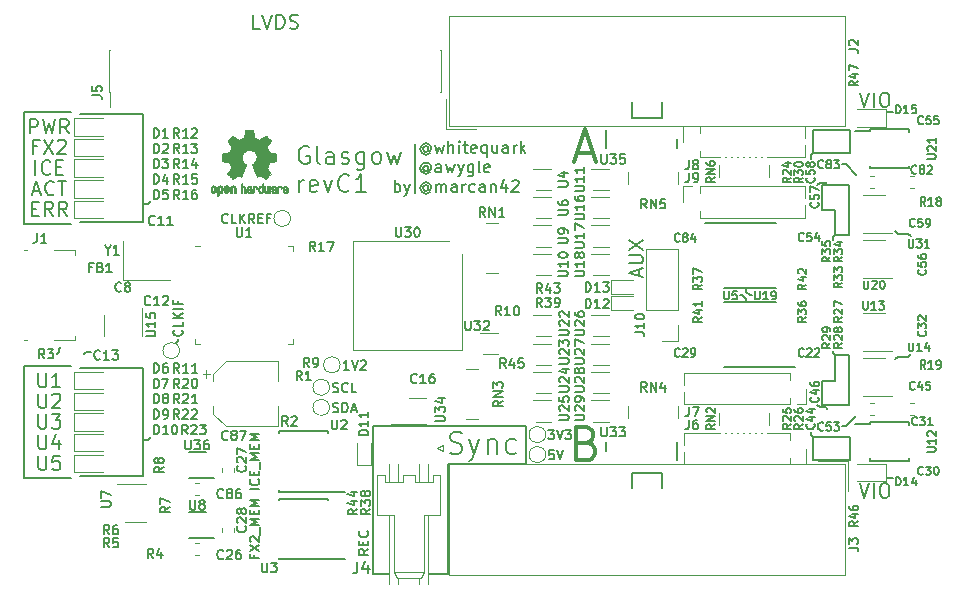
<source format=gto>
G04 #@! TF.GenerationSoftware,KiCad,Pcbnew,5.1.0*
G04 #@! TF.CreationDate,2019-05-02T19:21:28+09:00*
G04 #@! TF.ProjectId,glasgow,676c6173-676f-4772-9e6b-696361645f70,rev?*
G04 #@! TF.SameCoordinates,Original*
G04 #@! TF.FileFunction,Legend,Top*
G04 #@! TF.FilePolarity,Positive*
%FSLAX46Y46*%
G04 Gerber Fmt 4.6, Leading zero omitted, Abs format (unit mm)*
G04 Created by KiCad (PCBNEW 5.1.0) date 2019-05-02 19:21:28*
%MOMM*%
%LPD*%
G04 APERTURE LIST*
%ADD10C,0.200000*%
%ADD11C,0.150000*%
%ADD12C,0.300000*%
%ADD13C,0.120000*%
%ADD14C,0.010000*%
%ADD15C,0.100000*%
%ADD16C,0.863600*%
%ADD17C,1.740000*%
%ADD18O,1.740000X2.200000*%
%ADD19R,3.000000X1.600000*%
%ADD20R,1.060000X0.650000*%
%ADD21R,0.650000X0.350000*%
%ADD22R,1.000000X1.600000*%
%ADD23C,0.950000*%
%ADD24R,1.400000X1.200000*%
%ADD25C,0.590000*%
%ADD26R,0.700000X0.350000*%
%ADD27R,0.700000X0.600000*%
%ADD28C,0.300000*%
%ADD29R,0.300000X0.500000*%
%ADD30R,0.450000X0.500000*%
%ADD31O,1.727200X1.727200*%
%ADD32R,1.727200X1.727200*%
%ADD33O,1.000000X1.000000*%
%ADD34R,1.000000X1.000000*%
%ADD35O,1.700000X1.700000*%
%ADD36R,1.700000X1.700000*%
%ADD37C,0.500000*%
%ADD38C,1.000000*%
%ADD39C,1.500000*%
%ADD40R,0.800000X0.300000*%
%ADD41C,0.250000*%
%ADD42C,1.300000*%
%ADD43R,1.500000X0.450000*%
%ADD44R,0.300000X0.800000*%
%ADD45R,1.450000X0.450000*%
%ADD46R,0.740000X2.400000*%
%ADD47O,0.280000X1.000000*%
%ADD48O,1.000000X0.280000*%
%ADD49R,0.650000X1.060000*%
%ADD50R,1.550000X0.600000*%
%ADD51R,1.900000X1.175000*%
%ADD52R,1.900000X2.375000*%
%ADD53R,2.100000X1.475000*%
%ADD54R,1.380000X0.450000*%
%ADD55R,0.600000X0.700000*%
%ADD56C,0.800000*%
%ADD57C,7.000000*%
G04 APERTURE END LIST*
D10*
X85550000Y-119150000D02*
X87175000Y-119150000D01*
D11*
X64250000Y-99400000D02*
X64250000Y-99200000D01*
X64100000Y-99550000D02*
X64250000Y-99400000D01*
X121985714Y-111442857D02*
X122385714Y-112642857D01*
X122785714Y-111442857D01*
X123185714Y-112642857D02*
X123185714Y-111442857D01*
X123985714Y-111442857D02*
X124214285Y-111442857D01*
X124328571Y-111500000D01*
X124442857Y-111614285D01*
X124500000Y-111842857D01*
X124500000Y-112242857D01*
X124442857Y-112471428D01*
X124328571Y-112585714D01*
X124214285Y-112642857D01*
X123985714Y-112642857D01*
X123871428Y-112585714D01*
X123757142Y-112471428D01*
X123700000Y-112242857D01*
X123700000Y-111842857D01*
X123757142Y-111614285D01*
X123871428Y-111500000D01*
X123985714Y-111442857D01*
X124300000Y-111000000D02*
X124800000Y-111000000D01*
X124300000Y-80000000D02*
X124800000Y-80000000D01*
X121985714Y-78342857D02*
X122385714Y-79542857D01*
X122785714Y-78342857D01*
X123185714Y-79542857D02*
X123185714Y-78342857D01*
X123985714Y-78342857D02*
X124214285Y-78342857D01*
X124328571Y-78400000D01*
X124442857Y-78514285D01*
X124500000Y-78742857D01*
X124500000Y-79142857D01*
X124442857Y-79371428D01*
X124328571Y-79485714D01*
X124214285Y-79542857D01*
X123985714Y-79542857D01*
X123871428Y-79485714D01*
X123757142Y-79371428D01*
X123700000Y-79142857D01*
X123700000Y-78742857D01*
X123757142Y-78514285D01*
X123871428Y-78400000D01*
X123985714Y-78342857D01*
X125000000Y-90100000D02*
X125200000Y-90300000D01*
X125200000Y-90300000D02*
X126100000Y-90300000D01*
X126100000Y-90300000D02*
X126300000Y-90500000D01*
X120500000Y-84400000D02*
X120800000Y-84400000D01*
X117850000Y-107350000D02*
X117850000Y-107050000D01*
X118000000Y-107500000D02*
X117850000Y-107350000D01*
X117850000Y-83650000D02*
X117850000Y-83950000D01*
X118000000Y-83500000D02*
X117850000Y-83650000D01*
X112050000Y-95500000D02*
X111850000Y-95500000D01*
X112350000Y-95800000D02*
X112050000Y-95500000D01*
X112350000Y-96050000D02*
X112350000Y-95800000D01*
X112700000Y-95500000D02*
X112900000Y-95500000D01*
X112400000Y-95200000D02*
X112700000Y-95500000D01*
X112400000Y-94950000D02*
X112400000Y-95200000D01*
X75340357Y-82950000D02*
X75197500Y-82878571D01*
X74983214Y-82878571D01*
X74768928Y-82950000D01*
X74626071Y-83092857D01*
X74554642Y-83235714D01*
X74483214Y-83521428D01*
X74483214Y-83735714D01*
X74554642Y-84021428D01*
X74626071Y-84164285D01*
X74768928Y-84307142D01*
X74983214Y-84378571D01*
X75126071Y-84378571D01*
X75340357Y-84307142D01*
X75411785Y-84235714D01*
X75411785Y-83735714D01*
X75126071Y-83735714D01*
X76268928Y-84378571D02*
X76126071Y-84307142D01*
X76054642Y-84164285D01*
X76054642Y-82878571D01*
X77483214Y-84378571D02*
X77483214Y-83592857D01*
X77411785Y-83450000D01*
X77268928Y-83378571D01*
X76983214Y-83378571D01*
X76840357Y-83450000D01*
X77483214Y-84307142D02*
X77340357Y-84378571D01*
X76983214Y-84378571D01*
X76840357Y-84307142D01*
X76768928Y-84164285D01*
X76768928Y-84021428D01*
X76840357Y-83878571D01*
X76983214Y-83807142D01*
X77340357Y-83807142D01*
X77483214Y-83735714D01*
X78126071Y-84307142D02*
X78268928Y-84378571D01*
X78554642Y-84378571D01*
X78697500Y-84307142D01*
X78768928Y-84164285D01*
X78768928Y-84092857D01*
X78697500Y-83950000D01*
X78554642Y-83878571D01*
X78340357Y-83878571D01*
X78197500Y-83807142D01*
X78126071Y-83664285D01*
X78126071Y-83592857D01*
X78197500Y-83450000D01*
X78340357Y-83378571D01*
X78554642Y-83378571D01*
X78697500Y-83450000D01*
X80054642Y-83378571D02*
X80054642Y-84592857D01*
X79983214Y-84735714D01*
X79911785Y-84807142D01*
X79768928Y-84878571D01*
X79554642Y-84878571D01*
X79411785Y-84807142D01*
X80054642Y-84307142D02*
X79911785Y-84378571D01*
X79626071Y-84378571D01*
X79483214Y-84307142D01*
X79411785Y-84235714D01*
X79340357Y-84092857D01*
X79340357Y-83664285D01*
X79411785Y-83521428D01*
X79483214Y-83450000D01*
X79626071Y-83378571D01*
X79911785Y-83378571D01*
X80054642Y-83450000D01*
X80983214Y-84378571D02*
X80840357Y-84307142D01*
X80768928Y-84235714D01*
X80697500Y-84092857D01*
X80697500Y-83664285D01*
X80768928Y-83521428D01*
X80840357Y-83450000D01*
X80983214Y-83378571D01*
X81197500Y-83378571D01*
X81340357Y-83450000D01*
X81411785Y-83521428D01*
X81483214Y-83664285D01*
X81483214Y-84092857D01*
X81411785Y-84235714D01*
X81340357Y-84307142D01*
X81197500Y-84378571D01*
X80983214Y-84378571D01*
X81983214Y-83378571D02*
X82268928Y-84378571D01*
X82554642Y-83664285D01*
X82840357Y-84378571D01*
X83126071Y-83378571D01*
X74554642Y-86778571D02*
X74554642Y-85778571D01*
X74554642Y-86064285D02*
X74626071Y-85921428D01*
X74697500Y-85850000D01*
X74840357Y-85778571D01*
X74983214Y-85778571D01*
X76054642Y-86707142D02*
X75911785Y-86778571D01*
X75626071Y-86778571D01*
X75483214Y-86707142D01*
X75411785Y-86564285D01*
X75411785Y-85992857D01*
X75483214Y-85850000D01*
X75626071Y-85778571D01*
X75911785Y-85778571D01*
X76054642Y-85850000D01*
X76126071Y-85992857D01*
X76126071Y-86135714D01*
X75411785Y-86278571D01*
X76626071Y-85778571D02*
X76983214Y-86778571D01*
X77340357Y-85778571D01*
X78768928Y-86635714D02*
X78697500Y-86707142D01*
X78483214Y-86778571D01*
X78340357Y-86778571D01*
X78126071Y-86707142D01*
X77983214Y-86564285D01*
X77911785Y-86421428D01*
X77840357Y-86135714D01*
X77840357Y-85921428D01*
X77911785Y-85635714D01*
X77983214Y-85492857D01*
X78126071Y-85350000D01*
X78340357Y-85278571D01*
X78483214Y-85278571D01*
X78697500Y-85350000D01*
X78768928Y-85421428D01*
X80197500Y-86778571D02*
X79340357Y-86778571D01*
X79768928Y-86778571D02*
X79768928Y-85278571D01*
X79626071Y-85492857D01*
X79483214Y-85635714D01*
X79340357Y-85707142D01*
X56500000Y-100300000D02*
X56900000Y-100300000D01*
X56300000Y-100500000D02*
X56500000Y-100300000D01*
X54200000Y-100300000D02*
X54000000Y-100500000D01*
X54200000Y-100100000D02*
X54200000Y-100300000D01*
X54400000Y-99900000D02*
X54200000Y-100100000D01*
X61700000Y-107800000D02*
X61300000Y-107800000D01*
X62000000Y-107500000D02*
X61700000Y-107800000D01*
X61700000Y-87800000D02*
X61300000Y-87800000D01*
X62000000Y-87500000D02*
X61700000Y-87800000D01*
X120800000Y-84400000D02*
X121700000Y-85300000D01*
X118600000Y-105000000D02*
X118400000Y-104800000D01*
X119100000Y-105000000D02*
X119200000Y-105100000D01*
X119100000Y-105000000D02*
X118600000Y-105000000D01*
X119100000Y-86000000D02*
X119200000Y-85900000D01*
X118600000Y-86000000D02*
X118400000Y-86200000D01*
X119100000Y-86000000D02*
X118600000Y-86000000D01*
X121200000Y-82700000D02*
X121200000Y-81500000D01*
X118000000Y-81500000D02*
X118000000Y-83500000D01*
X118000000Y-83500000D02*
X121200000Y-83500000D01*
X121200000Y-83500000D02*
X121200000Y-81500000D01*
X121200000Y-81500000D02*
X118000000Y-81500000D01*
X121200000Y-107500000D02*
X118000000Y-107500000D01*
X121200000Y-109500000D02*
X121200000Y-107500000D01*
X118000000Y-109500000D02*
X121200000Y-109500000D01*
X118000000Y-107500000D02*
X118000000Y-109500000D01*
X119700000Y-100400000D02*
X119700000Y-100200000D01*
X119900000Y-100600000D02*
X119700000Y-100400000D01*
X118800000Y-102800000D02*
X119900000Y-102800000D01*
X118800000Y-104800000D02*
X118800000Y-102800000D01*
X121100000Y-104800000D02*
X118800000Y-104800000D01*
X121100000Y-100600000D02*
X121100000Y-104800000D01*
X119900000Y-100600000D02*
X121100000Y-100600000D01*
X119900000Y-102800000D02*
X119900000Y-100600000D01*
D10*
X87175000Y-109775000D02*
X87175000Y-119150000D01*
X93700000Y-109775000D02*
X87175000Y-109775000D01*
D11*
X85454642Y-82976190D02*
X85407023Y-82928571D01*
X85311785Y-82880952D01*
X85216547Y-82880952D01*
X85121309Y-82928571D01*
X85073690Y-82976190D01*
X85026071Y-83071428D01*
X85026071Y-83166666D01*
X85073690Y-83261904D01*
X85121309Y-83309523D01*
X85216547Y-83357142D01*
X85311785Y-83357142D01*
X85407023Y-83309523D01*
X85454642Y-83261904D01*
X85454642Y-82880952D02*
X85454642Y-83261904D01*
X85502261Y-83309523D01*
X85549880Y-83309523D01*
X85645119Y-83261904D01*
X85692738Y-83166666D01*
X85692738Y-82928571D01*
X85597500Y-82785714D01*
X85454642Y-82690476D01*
X85264166Y-82642857D01*
X85073690Y-82690476D01*
X84930833Y-82785714D01*
X84835595Y-82928571D01*
X84787976Y-83119047D01*
X84835595Y-83309523D01*
X84930833Y-83452380D01*
X85073690Y-83547619D01*
X85264166Y-83595238D01*
X85454642Y-83547619D01*
X85597500Y-83452380D01*
X86026071Y-82785714D02*
X86216547Y-83452380D01*
X86407023Y-82976190D01*
X86597500Y-83452380D01*
X86787976Y-82785714D01*
X87168928Y-83452380D02*
X87168928Y-82452380D01*
X87597500Y-83452380D02*
X87597500Y-82928571D01*
X87549880Y-82833333D01*
X87454642Y-82785714D01*
X87311785Y-82785714D01*
X87216547Y-82833333D01*
X87168928Y-82880952D01*
X88073690Y-83452380D02*
X88073690Y-82785714D01*
X88073690Y-82452380D02*
X88026071Y-82500000D01*
X88073690Y-82547619D01*
X88121309Y-82500000D01*
X88073690Y-82452380D01*
X88073690Y-82547619D01*
X88407023Y-82785714D02*
X88787976Y-82785714D01*
X88549880Y-82452380D02*
X88549880Y-83309523D01*
X88597500Y-83404761D01*
X88692738Y-83452380D01*
X88787976Y-83452380D01*
X89502261Y-83404761D02*
X89407023Y-83452380D01*
X89216547Y-83452380D01*
X89121309Y-83404761D01*
X89073690Y-83309523D01*
X89073690Y-82928571D01*
X89121309Y-82833333D01*
X89216547Y-82785714D01*
X89407023Y-82785714D01*
X89502261Y-82833333D01*
X89549880Y-82928571D01*
X89549880Y-83023809D01*
X89073690Y-83119047D01*
X90407023Y-82785714D02*
X90407023Y-83785714D01*
X90407023Y-83404761D02*
X90311785Y-83452380D01*
X90121309Y-83452380D01*
X90026071Y-83404761D01*
X89978452Y-83357142D01*
X89930833Y-83261904D01*
X89930833Y-82976190D01*
X89978452Y-82880952D01*
X90026071Y-82833333D01*
X90121309Y-82785714D01*
X90311785Y-82785714D01*
X90407023Y-82833333D01*
X91311785Y-82785714D02*
X91311785Y-83452380D01*
X90883214Y-82785714D02*
X90883214Y-83309523D01*
X90930833Y-83404761D01*
X91026071Y-83452380D01*
X91168928Y-83452380D01*
X91264166Y-83404761D01*
X91311785Y-83357142D01*
X92216547Y-83452380D02*
X92216547Y-82928571D01*
X92168928Y-82833333D01*
X92073690Y-82785714D01*
X91883214Y-82785714D01*
X91787976Y-82833333D01*
X92216547Y-83404761D02*
X92121309Y-83452380D01*
X91883214Y-83452380D01*
X91787976Y-83404761D01*
X91740357Y-83309523D01*
X91740357Y-83214285D01*
X91787976Y-83119047D01*
X91883214Y-83071428D01*
X92121309Y-83071428D01*
X92216547Y-83023809D01*
X92692738Y-83452380D02*
X92692738Y-82785714D01*
X92692738Y-82976190D02*
X92740357Y-82880952D01*
X92787976Y-82833333D01*
X92883214Y-82785714D01*
X92978452Y-82785714D01*
X93311785Y-83452380D02*
X93311785Y-82452380D01*
X93407023Y-83071428D02*
X93692738Y-83452380D01*
X93692738Y-82785714D02*
X93311785Y-83166666D01*
X85454642Y-84626190D02*
X85407023Y-84578571D01*
X85311785Y-84530952D01*
X85216547Y-84530952D01*
X85121309Y-84578571D01*
X85073690Y-84626190D01*
X85026071Y-84721428D01*
X85026071Y-84816666D01*
X85073690Y-84911904D01*
X85121309Y-84959523D01*
X85216547Y-85007142D01*
X85311785Y-85007142D01*
X85407023Y-84959523D01*
X85454642Y-84911904D01*
X85454642Y-84530952D02*
X85454642Y-84911904D01*
X85502261Y-84959523D01*
X85549880Y-84959523D01*
X85645119Y-84911904D01*
X85692738Y-84816666D01*
X85692738Y-84578571D01*
X85597500Y-84435714D01*
X85454642Y-84340476D01*
X85264166Y-84292857D01*
X85073690Y-84340476D01*
X84930833Y-84435714D01*
X84835595Y-84578571D01*
X84787976Y-84769047D01*
X84835595Y-84959523D01*
X84930833Y-85102380D01*
X85073690Y-85197619D01*
X85264166Y-85245238D01*
X85454642Y-85197619D01*
X85597500Y-85102380D01*
X86549880Y-85102380D02*
X86549880Y-84578571D01*
X86502261Y-84483333D01*
X86407023Y-84435714D01*
X86216547Y-84435714D01*
X86121309Y-84483333D01*
X86549880Y-85054761D02*
X86454642Y-85102380D01*
X86216547Y-85102380D01*
X86121309Y-85054761D01*
X86073690Y-84959523D01*
X86073690Y-84864285D01*
X86121309Y-84769047D01*
X86216547Y-84721428D01*
X86454642Y-84721428D01*
X86549880Y-84673809D01*
X86930833Y-84435714D02*
X87121309Y-85102380D01*
X87311785Y-84626190D01*
X87502261Y-85102380D01*
X87692738Y-84435714D01*
X87978452Y-84435714D02*
X88216547Y-85102380D01*
X88454642Y-84435714D02*
X88216547Y-85102380D01*
X88121309Y-85340476D01*
X88073690Y-85388095D01*
X87978452Y-85435714D01*
X89264166Y-84435714D02*
X89264166Y-85245238D01*
X89216547Y-85340476D01*
X89168928Y-85388095D01*
X89073690Y-85435714D01*
X88930833Y-85435714D01*
X88835595Y-85388095D01*
X89264166Y-85054761D02*
X89168928Y-85102380D01*
X88978452Y-85102380D01*
X88883214Y-85054761D01*
X88835595Y-85007142D01*
X88787976Y-84911904D01*
X88787976Y-84626190D01*
X88835595Y-84530952D01*
X88883214Y-84483333D01*
X88978452Y-84435714D01*
X89168928Y-84435714D01*
X89264166Y-84483333D01*
X89883214Y-85102380D02*
X89787976Y-85054761D01*
X89740357Y-84959523D01*
X89740357Y-84102380D01*
X90645119Y-85054761D02*
X90549880Y-85102380D01*
X90359404Y-85102380D01*
X90264166Y-85054761D01*
X90216547Y-84959523D01*
X90216547Y-84578571D01*
X90264166Y-84483333D01*
X90359404Y-84435714D01*
X90549880Y-84435714D01*
X90645119Y-84483333D01*
X90692738Y-84578571D01*
X90692738Y-84673809D01*
X90216547Y-84769047D01*
X85454642Y-86276190D02*
X85407023Y-86228571D01*
X85311785Y-86180952D01*
X85216547Y-86180952D01*
X85121309Y-86228571D01*
X85073690Y-86276190D01*
X85026071Y-86371428D01*
X85026071Y-86466666D01*
X85073690Y-86561904D01*
X85121309Y-86609523D01*
X85216547Y-86657142D01*
X85311785Y-86657142D01*
X85407023Y-86609523D01*
X85454642Y-86561904D01*
X85454642Y-86180952D02*
X85454642Y-86561904D01*
X85502261Y-86609523D01*
X85549880Y-86609523D01*
X85645119Y-86561904D01*
X85692738Y-86466666D01*
X85692738Y-86228571D01*
X85597500Y-86085714D01*
X85454642Y-85990476D01*
X85264166Y-85942857D01*
X85073690Y-85990476D01*
X84930833Y-86085714D01*
X84835595Y-86228571D01*
X84787976Y-86419047D01*
X84835595Y-86609523D01*
X84930833Y-86752380D01*
X85073690Y-86847619D01*
X85264166Y-86895238D01*
X85454642Y-86847619D01*
X85597500Y-86752380D01*
X86121309Y-86752380D02*
X86121309Y-86085714D01*
X86121309Y-86180952D02*
X86168928Y-86133333D01*
X86264166Y-86085714D01*
X86407023Y-86085714D01*
X86502261Y-86133333D01*
X86549880Y-86228571D01*
X86549880Y-86752380D01*
X86549880Y-86228571D02*
X86597500Y-86133333D01*
X86692738Y-86085714D01*
X86835595Y-86085714D01*
X86930833Y-86133333D01*
X86978452Y-86228571D01*
X86978452Y-86752380D01*
X87883214Y-86752380D02*
X87883214Y-86228571D01*
X87835595Y-86133333D01*
X87740357Y-86085714D01*
X87549880Y-86085714D01*
X87454642Y-86133333D01*
X87883214Y-86704761D02*
X87787976Y-86752380D01*
X87549880Y-86752380D01*
X87454642Y-86704761D01*
X87407023Y-86609523D01*
X87407023Y-86514285D01*
X87454642Y-86419047D01*
X87549880Y-86371428D01*
X87787976Y-86371428D01*
X87883214Y-86323809D01*
X88359404Y-86752380D02*
X88359404Y-86085714D01*
X88359404Y-86276190D02*
X88407023Y-86180952D01*
X88454642Y-86133333D01*
X88549880Y-86085714D01*
X88645119Y-86085714D01*
X89407023Y-86704761D02*
X89311785Y-86752380D01*
X89121309Y-86752380D01*
X89026071Y-86704761D01*
X88978452Y-86657142D01*
X88930833Y-86561904D01*
X88930833Y-86276190D01*
X88978452Y-86180952D01*
X89026071Y-86133333D01*
X89121309Y-86085714D01*
X89311785Y-86085714D01*
X89407023Y-86133333D01*
X90264166Y-86752380D02*
X90264166Y-86228571D01*
X90216547Y-86133333D01*
X90121309Y-86085714D01*
X89930833Y-86085714D01*
X89835595Y-86133333D01*
X90264166Y-86704761D02*
X90168928Y-86752380D01*
X89930833Y-86752380D01*
X89835595Y-86704761D01*
X89787976Y-86609523D01*
X89787976Y-86514285D01*
X89835595Y-86419047D01*
X89930833Y-86371428D01*
X90168928Y-86371428D01*
X90264166Y-86323809D01*
X90740357Y-86085714D02*
X90740357Y-86752380D01*
X90740357Y-86180952D02*
X90787976Y-86133333D01*
X90883214Y-86085714D01*
X91026071Y-86085714D01*
X91121309Y-86133333D01*
X91168928Y-86228571D01*
X91168928Y-86752380D01*
X92073690Y-86085714D02*
X92073690Y-86752380D01*
X91835595Y-85704761D02*
X91597500Y-86419047D01*
X92216547Y-86419047D01*
X92549880Y-85847619D02*
X92597500Y-85800000D01*
X92692738Y-85752380D01*
X92930833Y-85752380D01*
X93026071Y-85800000D01*
X93073690Y-85847619D01*
X93121309Y-85942857D01*
X93121309Y-86038095D01*
X93073690Y-86180952D01*
X92502261Y-86752380D01*
X93121309Y-86752380D01*
X80361904Y-117014285D02*
X79980952Y-117280952D01*
X80361904Y-117471428D02*
X79561904Y-117471428D01*
X79561904Y-117166666D01*
X79600000Y-117090476D01*
X79638095Y-117052380D01*
X79714285Y-117014285D01*
X79828571Y-117014285D01*
X79904761Y-117052380D01*
X79942857Y-117090476D01*
X79980952Y-117166666D01*
X79980952Y-117471428D01*
X79942857Y-116671428D02*
X79942857Y-116404761D01*
X80361904Y-116290476D02*
X80361904Y-116671428D01*
X79561904Y-116671428D01*
X79561904Y-116290476D01*
X80285714Y-115490476D02*
X80323809Y-115528571D01*
X80361904Y-115642857D01*
X80361904Y-115719047D01*
X80323809Y-115833333D01*
X80247619Y-115909523D01*
X80171428Y-115947619D01*
X80019047Y-115985714D01*
X79904761Y-115985714D01*
X79752380Y-115947619D01*
X79676190Y-115909523D01*
X79600000Y-115833333D01*
X79561904Y-115719047D01*
X79561904Y-115642857D01*
X79600000Y-115528571D01*
X79638095Y-115490476D01*
X78757023Y-101811904D02*
X78299880Y-101811904D01*
X78528452Y-101811904D02*
X78528452Y-101011904D01*
X78452261Y-101126190D01*
X78376071Y-101202380D01*
X78299880Y-101240476D01*
X78985595Y-101011904D02*
X79252261Y-101811904D01*
X79518928Y-101011904D01*
X79747500Y-101088095D02*
X79785595Y-101050000D01*
X79861785Y-101011904D01*
X80052261Y-101011904D01*
X80128452Y-101050000D01*
X80166547Y-101088095D01*
X80204642Y-101164285D01*
X80204642Y-101240476D01*
X80166547Y-101354761D01*
X79709404Y-101811904D01*
X80204642Y-101811904D01*
X71185714Y-72942857D02*
X70614285Y-72942857D01*
X70614285Y-71742857D01*
X71414285Y-71742857D02*
X71814285Y-72942857D01*
X72214285Y-71742857D01*
X72614285Y-72942857D02*
X72614285Y-71742857D01*
X72900000Y-71742857D01*
X73071428Y-71800000D01*
X73185714Y-71914285D01*
X73242857Y-72028571D01*
X73300000Y-72257142D01*
X73300000Y-72428571D01*
X73242857Y-72657142D01*
X73185714Y-72771428D01*
X73071428Y-72885714D01*
X72900000Y-72942857D01*
X72614285Y-72942857D01*
X73757142Y-72885714D02*
X73928571Y-72942857D01*
X74214285Y-72942857D01*
X74328571Y-72885714D01*
X74385714Y-72828571D01*
X74442857Y-72714285D01*
X74442857Y-72600000D01*
X74385714Y-72485714D01*
X74328571Y-72428571D01*
X74214285Y-72371428D01*
X73985714Y-72314285D01*
X73871428Y-72257142D01*
X73814285Y-72200000D01*
X73757142Y-72085714D01*
X73757142Y-71971428D01*
X73814285Y-71857142D01*
X73871428Y-71800000D01*
X73985714Y-71742857D01*
X74271428Y-71742857D01*
X74442857Y-71800000D01*
X103300000Y-93885714D02*
X103300000Y-93314285D01*
X103642857Y-94000000D02*
X102442857Y-93600000D01*
X103642857Y-93200000D01*
X102442857Y-92800000D02*
X103414285Y-92800000D01*
X103528571Y-92742857D01*
X103585714Y-92685714D01*
X103642857Y-92571428D01*
X103642857Y-92342857D01*
X103585714Y-92228571D01*
X103528571Y-92171428D01*
X103414285Y-92114285D01*
X102442857Y-92114285D01*
X102442857Y-91657142D02*
X103642857Y-90857142D01*
X102442857Y-90857142D02*
X103642857Y-91657142D01*
X120800000Y-106600000D02*
X121700000Y-105700000D01*
X120500000Y-106600000D02*
X120800000Y-106600000D01*
X126100000Y-100700000D02*
X126300000Y-100500000D01*
X125200000Y-100700000D02*
X126100000Y-100700000D01*
X125000000Y-100900000D02*
X125200000Y-100700000D01*
X119700000Y-90600000D02*
X119700000Y-90800000D01*
X119900000Y-90400000D02*
X119700000Y-90600000D01*
X119900000Y-88300000D02*
X119900000Y-90400000D01*
X118800000Y-88300000D02*
X119900000Y-88300000D01*
X118800000Y-88300000D02*
X118800000Y-86200000D01*
X121100000Y-90400000D02*
X119900000Y-90400000D01*
X121100000Y-86200000D02*
X121100000Y-90400000D01*
X118800000Y-86200000D02*
X121100000Y-86200000D01*
X61300000Y-110800000D02*
X61300000Y-101700000D01*
X56000000Y-110800000D02*
X61300000Y-110800000D01*
X61300000Y-101700000D02*
X56000000Y-101700000D01*
D10*
X80800000Y-119150000D02*
X82125000Y-119150000D01*
X80800000Y-106600000D02*
X80800000Y-119150000D01*
X93700000Y-106600000D02*
X93700000Y-109775000D01*
X80800000Y-106600000D02*
X93700000Y-106600000D01*
D11*
X61300000Y-80200000D02*
X56000000Y-80200000D01*
X61300000Y-89300000D02*
X61300000Y-80200000D01*
X56000000Y-89300000D02*
X61300000Y-89300000D01*
D10*
X84300000Y-82700000D02*
X84300000Y-86850000D01*
D11*
X82635595Y-86752380D02*
X82635595Y-85752380D01*
X82635595Y-86133333D02*
X82730833Y-86085714D01*
X82921309Y-86085714D01*
X83016547Y-86133333D01*
X83064166Y-86180952D01*
X83111785Y-86276190D01*
X83111785Y-86561904D01*
X83064166Y-86657142D01*
X83016547Y-86704761D01*
X82921309Y-86752380D01*
X82730833Y-86752380D01*
X82635595Y-86704761D01*
X83445119Y-86085714D02*
X83683214Y-86752380D01*
X83921309Y-86085714D02*
X83683214Y-86752380D01*
X83587976Y-86990476D01*
X83540357Y-87038095D01*
X83445119Y-87085714D01*
D12*
X98900000Y-108000000D02*
X99300000Y-108133333D01*
X99433333Y-108266666D01*
X99566666Y-108533333D01*
X99566666Y-108933333D01*
X99433333Y-109200000D01*
X99300000Y-109333333D01*
X99033333Y-109466666D01*
X97966666Y-109466666D01*
X97966666Y-106666666D01*
X98900000Y-106666666D01*
X99166666Y-106800000D01*
X99300000Y-106933333D01*
X99433333Y-107200000D01*
X99433333Y-107466666D01*
X99300000Y-107733333D01*
X99166666Y-107866666D01*
X98900000Y-108000000D01*
X97966666Y-108000000D01*
D11*
X51750000Y-81792857D02*
X51750000Y-80592857D01*
X52207142Y-80592857D01*
X52321428Y-80650000D01*
X52378571Y-80707142D01*
X52435714Y-80821428D01*
X52435714Y-80992857D01*
X52378571Y-81107142D01*
X52321428Y-81164285D01*
X52207142Y-81221428D01*
X51750000Y-81221428D01*
X52835714Y-80592857D02*
X53121428Y-81792857D01*
X53350000Y-80935714D01*
X53578571Y-81792857D01*
X53864285Y-80592857D01*
X55007142Y-81792857D02*
X54607142Y-81221428D01*
X54321428Y-81792857D02*
X54321428Y-80592857D01*
X54778571Y-80592857D01*
X54892857Y-80650000D01*
X54950000Y-80707142D01*
X55007142Y-80821428D01*
X55007142Y-80992857D01*
X54950000Y-81107142D01*
X54892857Y-81164285D01*
X54778571Y-81221428D01*
X54321428Y-81221428D01*
X52378571Y-82914285D02*
X51978571Y-82914285D01*
X51978571Y-83542857D02*
X51978571Y-82342857D01*
X52550000Y-82342857D01*
X52892857Y-82342857D02*
X53692857Y-83542857D01*
X53692857Y-82342857D02*
X52892857Y-83542857D01*
X54092857Y-82457142D02*
X54150000Y-82400000D01*
X54264285Y-82342857D01*
X54550000Y-82342857D01*
X54664285Y-82400000D01*
X54721428Y-82457142D01*
X54778571Y-82571428D01*
X54778571Y-82685714D01*
X54721428Y-82857142D01*
X54035714Y-83542857D01*
X54778571Y-83542857D01*
X52207142Y-85292857D02*
X52207142Y-84092857D01*
X53464285Y-85178571D02*
X53407142Y-85235714D01*
X53235714Y-85292857D01*
X53121428Y-85292857D01*
X52950000Y-85235714D01*
X52835714Y-85121428D01*
X52778571Y-85007142D01*
X52721428Y-84778571D01*
X52721428Y-84607142D01*
X52778571Y-84378571D01*
X52835714Y-84264285D01*
X52950000Y-84150000D01*
X53121428Y-84092857D01*
X53235714Y-84092857D01*
X53407142Y-84150000D01*
X53464285Y-84207142D01*
X53978571Y-84664285D02*
X54378571Y-84664285D01*
X54550000Y-85292857D02*
X53978571Y-85292857D01*
X53978571Y-84092857D01*
X54550000Y-84092857D01*
X52007142Y-86700000D02*
X52578571Y-86700000D01*
X51892857Y-87042857D02*
X52292857Y-85842857D01*
X52692857Y-87042857D01*
X53778571Y-86928571D02*
X53721428Y-86985714D01*
X53550000Y-87042857D01*
X53435714Y-87042857D01*
X53264285Y-86985714D01*
X53150000Y-86871428D01*
X53092857Y-86757142D01*
X53035714Y-86528571D01*
X53035714Y-86357142D01*
X53092857Y-86128571D01*
X53150000Y-86014285D01*
X53264285Y-85900000D01*
X53435714Y-85842857D01*
X53550000Y-85842857D01*
X53721428Y-85900000D01*
X53778571Y-85957142D01*
X54121428Y-85842857D02*
X54807142Y-85842857D01*
X54464285Y-87042857D02*
X54464285Y-85842857D01*
X51892857Y-88164285D02*
X52292857Y-88164285D01*
X52464285Y-88792857D02*
X51892857Y-88792857D01*
X51892857Y-87592857D01*
X52464285Y-87592857D01*
X53664285Y-88792857D02*
X53264285Y-88221428D01*
X52978571Y-88792857D02*
X52978571Y-87592857D01*
X53435714Y-87592857D01*
X53550000Y-87650000D01*
X53607142Y-87707142D01*
X53664285Y-87821428D01*
X53664285Y-87992857D01*
X53607142Y-88107142D01*
X53550000Y-88164285D01*
X53435714Y-88221428D01*
X52978571Y-88221428D01*
X54864285Y-88792857D02*
X54464285Y-88221428D01*
X54178571Y-88792857D02*
X54178571Y-87592857D01*
X54635714Y-87592857D01*
X54750000Y-87650000D01*
X54807142Y-87707142D01*
X54864285Y-87821428D01*
X54864285Y-87992857D01*
X54807142Y-88107142D01*
X54750000Y-88164285D01*
X54635714Y-88221428D01*
X54178571Y-88221428D01*
D10*
X55250000Y-80000000D02*
X51250000Y-80000000D01*
X51250000Y-80000000D02*
X51250000Y-89500000D01*
X51250000Y-89500000D02*
X55250000Y-89500000D01*
D11*
X64585714Y-98459523D02*
X64623809Y-98497619D01*
X64661904Y-98611904D01*
X64661904Y-98688095D01*
X64623809Y-98802380D01*
X64547619Y-98878571D01*
X64471428Y-98916666D01*
X64319047Y-98954761D01*
X64204761Y-98954761D01*
X64052380Y-98916666D01*
X63976190Y-98878571D01*
X63900000Y-98802380D01*
X63861904Y-98688095D01*
X63861904Y-98611904D01*
X63900000Y-98497619D01*
X63938095Y-98459523D01*
X64661904Y-97735714D02*
X64661904Y-98116666D01*
X63861904Y-98116666D01*
X64661904Y-97469047D02*
X63861904Y-97469047D01*
X64661904Y-97011904D02*
X64204761Y-97354761D01*
X63861904Y-97011904D02*
X64319047Y-97469047D01*
X64661904Y-96669047D02*
X63861904Y-96669047D01*
X64242857Y-96021428D02*
X64242857Y-96288095D01*
X64661904Y-96288095D02*
X63861904Y-96288095D01*
X63861904Y-95907142D01*
D10*
X51250000Y-111000000D02*
X55250000Y-111000000D01*
X51250000Y-101500000D02*
X51250000Y-111000000D01*
X55250000Y-101500000D02*
X51250000Y-101500000D01*
D11*
X71161904Y-111942857D02*
X70361904Y-111942857D01*
X71085714Y-111104761D02*
X71123809Y-111142857D01*
X71161904Y-111257142D01*
X71161904Y-111333333D01*
X71123809Y-111447619D01*
X71047619Y-111523809D01*
X70971428Y-111561904D01*
X70819047Y-111600000D01*
X70704761Y-111600000D01*
X70552380Y-111561904D01*
X70476190Y-111523809D01*
X70400000Y-111447619D01*
X70361904Y-111333333D01*
X70361904Y-111257142D01*
X70400000Y-111142857D01*
X70438095Y-111104761D01*
X70742857Y-110761904D02*
X70742857Y-110495238D01*
X71161904Y-110380952D02*
X71161904Y-110761904D01*
X70361904Y-110761904D01*
X70361904Y-110380952D01*
X71238095Y-110228571D02*
X71238095Y-109619047D01*
X71161904Y-109428571D02*
X70361904Y-109428571D01*
X70933333Y-109161904D01*
X70361904Y-108895238D01*
X71161904Y-108895238D01*
X70742857Y-108514285D02*
X70742857Y-108247619D01*
X71161904Y-108133333D02*
X71161904Y-108514285D01*
X70361904Y-108514285D01*
X70361904Y-108133333D01*
X71161904Y-107790476D02*
X70361904Y-107790476D01*
X70933333Y-107523809D01*
X70361904Y-107257142D01*
X71161904Y-107257142D01*
X70742857Y-117528571D02*
X70742857Y-117795238D01*
X71161904Y-117795238D02*
X70361904Y-117795238D01*
X70361904Y-117414285D01*
X70361904Y-117185714D02*
X71161904Y-116652380D01*
X70361904Y-116652380D02*
X71161904Y-117185714D01*
X70438095Y-116385714D02*
X70400000Y-116347619D01*
X70361904Y-116271428D01*
X70361904Y-116080952D01*
X70400000Y-116004761D01*
X70438095Y-115966666D01*
X70514285Y-115928571D01*
X70590476Y-115928571D01*
X70704761Y-115966666D01*
X71161904Y-116423809D01*
X71161904Y-115928571D01*
X71238095Y-115776190D02*
X71238095Y-115166666D01*
X71161904Y-114976190D02*
X70361904Y-114976190D01*
X70933333Y-114709523D01*
X70361904Y-114442857D01*
X71161904Y-114442857D01*
X70742857Y-114061904D02*
X70742857Y-113795238D01*
X71161904Y-113680952D02*
X71161904Y-114061904D01*
X70361904Y-114061904D01*
X70361904Y-113680952D01*
X71161904Y-113338095D02*
X70361904Y-113338095D01*
X70933333Y-113071428D01*
X70361904Y-112804761D01*
X71161904Y-112804761D01*
X68492976Y-89335714D02*
X68454880Y-89373809D01*
X68340595Y-89411904D01*
X68264404Y-89411904D01*
X68150119Y-89373809D01*
X68073928Y-89297619D01*
X68035833Y-89221428D01*
X67997738Y-89069047D01*
X67997738Y-88954761D01*
X68035833Y-88802380D01*
X68073928Y-88726190D01*
X68150119Y-88650000D01*
X68264404Y-88611904D01*
X68340595Y-88611904D01*
X68454880Y-88650000D01*
X68492976Y-88688095D01*
X69216785Y-89411904D02*
X68835833Y-89411904D01*
X68835833Y-88611904D01*
X69483452Y-89411904D02*
X69483452Y-88611904D01*
X69940595Y-89411904D02*
X69597738Y-88954761D01*
X69940595Y-88611904D02*
X69483452Y-89069047D01*
X70740595Y-89411904D02*
X70473928Y-89030952D01*
X70283452Y-89411904D02*
X70283452Y-88611904D01*
X70588214Y-88611904D01*
X70664404Y-88650000D01*
X70702500Y-88688095D01*
X70740595Y-88764285D01*
X70740595Y-88878571D01*
X70702500Y-88954761D01*
X70664404Y-88992857D01*
X70588214Y-89030952D01*
X70283452Y-89030952D01*
X71083452Y-88992857D02*
X71350119Y-88992857D01*
X71464404Y-89411904D02*
X71083452Y-89411904D01*
X71083452Y-88611904D01*
X71464404Y-88611904D01*
X72073928Y-88992857D02*
X71807261Y-88992857D01*
X71807261Y-89411904D02*
X71807261Y-88611904D01*
X72188214Y-88611904D01*
X77399880Y-105373809D02*
X77514166Y-105411904D01*
X77704642Y-105411904D01*
X77780833Y-105373809D01*
X77818928Y-105335714D01*
X77857023Y-105259523D01*
X77857023Y-105183333D01*
X77818928Y-105107142D01*
X77780833Y-105069047D01*
X77704642Y-105030952D01*
X77552261Y-104992857D01*
X77476071Y-104954761D01*
X77437976Y-104916666D01*
X77399880Y-104840476D01*
X77399880Y-104764285D01*
X77437976Y-104688095D01*
X77476071Y-104650000D01*
X77552261Y-104611904D01*
X77742738Y-104611904D01*
X77857023Y-104650000D01*
X78199880Y-105411904D02*
X78199880Y-104611904D01*
X78390357Y-104611904D01*
X78504642Y-104650000D01*
X78580833Y-104726190D01*
X78618928Y-104802380D01*
X78657023Y-104954761D01*
X78657023Y-105069047D01*
X78618928Y-105221428D01*
X78580833Y-105297619D01*
X78504642Y-105373809D01*
X78390357Y-105411904D01*
X78199880Y-105411904D01*
X78961785Y-105183333D02*
X79342738Y-105183333D01*
X78885595Y-105411904D02*
X79152261Y-104611904D01*
X79418928Y-105411904D01*
X77399880Y-103673809D02*
X77514166Y-103711904D01*
X77704642Y-103711904D01*
X77780833Y-103673809D01*
X77818928Y-103635714D01*
X77857023Y-103559523D01*
X77857023Y-103483333D01*
X77818928Y-103407142D01*
X77780833Y-103369047D01*
X77704642Y-103330952D01*
X77552261Y-103292857D01*
X77476071Y-103254761D01*
X77437976Y-103216666D01*
X77399880Y-103140476D01*
X77399880Y-103064285D01*
X77437976Y-102988095D01*
X77476071Y-102950000D01*
X77552261Y-102911904D01*
X77742738Y-102911904D01*
X77857023Y-102950000D01*
X78657023Y-103635714D02*
X78618928Y-103673809D01*
X78504642Y-103711904D01*
X78428452Y-103711904D01*
X78314166Y-103673809D01*
X78237976Y-103597619D01*
X78199880Y-103521428D01*
X78161785Y-103369047D01*
X78161785Y-103254761D01*
X78199880Y-103102380D01*
X78237976Y-103026190D01*
X78314166Y-102950000D01*
X78428452Y-102911904D01*
X78504642Y-102911904D01*
X78618928Y-102950000D01*
X78657023Y-102988095D01*
X79380833Y-103711904D02*
X78999880Y-103711904D01*
X78999880Y-102911904D01*
X95611785Y-106911904D02*
X96107023Y-106911904D01*
X95840357Y-107216666D01*
X95954642Y-107216666D01*
X96030833Y-107254761D01*
X96068928Y-107292857D01*
X96107023Y-107369047D01*
X96107023Y-107559523D01*
X96068928Y-107635714D01*
X96030833Y-107673809D01*
X95954642Y-107711904D01*
X95726071Y-107711904D01*
X95649880Y-107673809D01*
X95611785Y-107635714D01*
X96335595Y-106911904D02*
X96602261Y-107711904D01*
X96868928Y-106911904D01*
X97059404Y-106911904D02*
X97554642Y-106911904D01*
X97287976Y-107216666D01*
X97402261Y-107216666D01*
X97478452Y-107254761D01*
X97516547Y-107292857D01*
X97554642Y-107369047D01*
X97554642Y-107559523D01*
X97516547Y-107635714D01*
X97478452Y-107673809D01*
X97402261Y-107711904D01*
X97173690Y-107711904D01*
X97097500Y-107673809D01*
X97059404Y-107635714D01*
X96068928Y-108611904D02*
X95687976Y-108611904D01*
X95649880Y-108992857D01*
X95687976Y-108954761D01*
X95764166Y-108916666D01*
X95954642Y-108916666D01*
X96030833Y-108954761D01*
X96068928Y-108992857D01*
X96107023Y-109069047D01*
X96107023Y-109259523D01*
X96068928Y-109335714D01*
X96030833Y-109373809D01*
X95954642Y-109411904D01*
X95764166Y-109411904D01*
X95687976Y-109373809D01*
X95649880Y-109335714D01*
X96335595Y-108611904D02*
X96602261Y-109411904D01*
X96868928Y-108611904D01*
X52435714Y-109092857D02*
X52435714Y-110064285D01*
X52492857Y-110178571D01*
X52550000Y-110235714D01*
X52664285Y-110292857D01*
X52892857Y-110292857D01*
X53007142Y-110235714D01*
X53064285Y-110178571D01*
X53121428Y-110064285D01*
X53121428Y-109092857D01*
X54264285Y-109092857D02*
X53692857Y-109092857D01*
X53635714Y-109664285D01*
X53692857Y-109607142D01*
X53807142Y-109550000D01*
X54092857Y-109550000D01*
X54207142Y-109607142D01*
X54264285Y-109664285D01*
X54321428Y-109778571D01*
X54321428Y-110064285D01*
X54264285Y-110178571D01*
X54207142Y-110235714D01*
X54092857Y-110292857D01*
X53807142Y-110292857D01*
X53692857Y-110235714D01*
X53635714Y-110178571D01*
X52435714Y-107342857D02*
X52435714Y-108314285D01*
X52492857Y-108428571D01*
X52550000Y-108485714D01*
X52664285Y-108542857D01*
X52892857Y-108542857D01*
X53007142Y-108485714D01*
X53064285Y-108428571D01*
X53121428Y-108314285D01*
X53121428Y-107342857D01*
X54207142Y-107742857D02*
X54207142Y-108542857D01*
X53921428Y-107285714D02*
X53635714Y-108142857D01*
X54378571Y-108142857D01*
X52435714Y-105592857D02*
X52435714Y-106564285D01*
X52492857Y-106678571D01*
X52550000Y-106735714D01*
X52664285Y-106792857D01*
X52892857Y-106792857D01*
X53007142Y-106735714D01*
X53064285Y-106678571D01*
X53121428Y-106564285D01*
X53121428Y-105592857D01*
X53578571Y-105592857D02*
X54321428Y-105592857D01*
X53921428Y-106050000D01*
X54092857Y-106050000D01*
X54207142Y-106107142D01*
X54264285Y-106164285D01*
X54321428Y-106278571D01*
X54321428Y-106564285D01*
X54264285Y-106678571D01*
X54207142Y-106735714D01*
X54092857Y-106792857D01*
X53750000Y-106792857D01*
X53635714Y-106735714D01*
X53578571Y-106678571D01*
X52435714Y-103842857D02*
X52435714Y-104814285D01*
X52492857Y-104928571D01*
X52550000Y-104985714D01*
X52664285Y-105042857D01*
X52892857Y-105042857D01*
X53007142Y-104985714D01*
X53064285Y-104928571D01*
X53121428Y-104814285D01*
X53121428Y-103842857D01*
X53635714Y-103957142D02*
X53692857Y-103900000D01*
X53807142Y-103842857D01*
X54092857Y-103842857D01*
X54207142Y-103900000D01*
X54264285Y-103957142D01*
X54321428Y-104071428D01*
X54321428Y-104185714D01*
X54264285Y-104357142D01*
X53578571Y-105042857D01*
X54321428Y-105042857D01*
X52435714Y-102092857D02*
X52435714Y-103064285D01*
X52492857Y-103178571D01*
X52550000Y-103235714D01*
X52664285Y-103292857D01*
X52892857Y-103292857D01*
X53007142Y-103235714D01*
X53064285Y-103178571D01*
X53121428Y-103064285D01*
X53121428Y-102092857D01*
X54321428Y-103292857D02*
X53635714Y-103292857D01*
X53978571Y-103292857D02*
X53978571Y-102092857D01*
X53864285Y-102264285D01*
X53750000Y-102378571D01*
X53635714Y-102435714D01*
D10*
X87314285Y-108828571D02*
X87571428Y-108914285D01*
X88000000Y-108914285D01*
X88171428Y-108828571D01*
X88257142Y-108742857D01*
X88342857Y-108571428D01*
X88342857Y-108400000D01*
X88257142Y-108228571D01*
X88171428Y-108142857D01*
X88000000Y-108057142D01*
X87657142Y-107971428D01*
X87485714Y-107885714D01*
X87400000Y-107800000D01*
X87314285Y-107628571D01*
X87314285Y-107457142D01*
X87400000Y-107285714D01*
X87485714Y-107200000D01*
X87657142Y-107114285D01*
X88085714Y-107114285D01*
X88342857Y-107200000D01*
X88942857Y-107714285D02*
X89371428Y-108914285D01*
X89800000Y-107714285D02*
X89371428Y-108914285D01*
X89200000Y-109342857D01*
X89114285Y-109428571D01*
X88942857Y-109514285D01*
X90485714Y-107714285D02*
X90485714Y-108914285D01*
X90485714Y-107885714D02*
X90571428Y-107800000D01*
X90742857Y-107714285D01*
X91000000Y-107714285D01*
X91171428Y-107800000D01*
X91257142Y-107971428D01*
X91257142Y-108914285D01*
X92885714Y-108828571D02*
X92714285Y-108914285D01*
X92371428Y-108914285D01*
X92200000Y-108828571D01*
X92114285Y-108742857D01*
X92028571Y-108571428D01*
X92028571Y-108057142D01*
X92114285Y-107885714D01*
X92200000Y-107800000D01*
X92371428Y-107714285D01*
X92714285Y-107714285D01*
X92885714Y-107800000D01*
X105270000Y-80524000D02*
X105270000Y-79178000D01*
X102730000Y-80524000D02*
X102730000Y-79178000D01*
X102730000Y-80524000D02*
X105270000Y-80524000D01*
X105270000Y-110523000D02*
X105270000Y-111793000D01*
X102730000Y-110523000D02*
X105270000Y-110523000D01*
X102730000Y-111793000D02*
X102730000Y-110523000D01*
D12*
X98033333Y-83466666D02*
X99366666Y-83466666D01*
X97766666Y-84266666D02*
X98700000Y-81466666D01*
X99633333Y-84266666D01*
D13*
X86243000Y-108400000D02*
X86751000Y-108146000D01*
X86751000Y-108146000D02*
X86751000Y-108654000D01*
X86751000Y-108654000D02*
X86243000Y-108400000D01*
X85100000Y-114115000D02*
X86497000Y-114115000D01*
X85100000Y-114115000D02*
X85100000Y-118941000D01*
X82560000Y-114115000D02*
X82560000Y-118941000D01*
X82941000Y-119449000D02*
X82941000Y-119957000D01*
X82179000Y-114115000D02*
X82179000Y-119957000D01*
X84719000Y-119449000D02*
X84719000Y-119957000D01*
X85481000Y-114115000D02*
X85481000Y-119957000D01*
X85481000Y-109797000D02*
X85481000Y-111321000D01*
X84719000Y-109797000D02*
X84719000Y-111321000D01*
X82941000Y-109797000D02*
X82941000Y-111321000D01*
X82179000Y-109797000D02*
X82179000Y-111321000D01*
X85862000Y-110686000D02*
X86497000Y-110686000D01*
X83322000Y-110686000D02*
X84338000Y-110686000D01*
X86497000Y-110686000D02*
X86497000Y-114115000D01*
X82560000Y-114115000D02*
X81163000Y-114115000D01*
X81163000Y-114115000D02*
X81163000Y-110686000D01*
X81163000Y-110686000D02*
X81798000Y-110686000D01*
X85100000Y-118941000D02*
X82560000Y-118941000D01*
X85100000Y-118941000D02*
X84850000Y-119449000D01*
X84850000Y-119449000D02*
X82814000Y-119449000D01*
X82814000Y-119449000D02*
X82560000Y-118941000D01*
X85862000Y-111321000D02*
X85862000Y-110686000D01*
X85862000Y-111321000D02*
X84338000Y-111321000D01*
X84338000Y-110686000D02*
X84338000Y-111321000D01*
X83322000Y-111321000D02*
X83322000Y-110686000D01*
X83322000Y-111321000D02*
X81798000Y-111321000D01*
X81798000Y-110686000D02*
X81798000Y-111321000D01*
X72760000Y-106610000D02*
X72760000Y-104910000D01*
X72760000Y-101090000D02*
X72760000Y-102790000D01*
X68304437Y-101090000D02*
X72760000Y-101090000D01*
X68304437Y-106610000D02*
X72760000Y-106610000D01*
X67240000Y-105545563D02*
X67240000Y-104910000D01*
X67240000Y-102154437D02*
X67240000Y-102790000D01*
X67240000Y-102154437D02*
X68304437Y-101090000D01*
X67240000Y-105545563D02*
X68304437Y-106610000D01*
X66375000Y-102165000D02*
X67000000Y-102165000D01*
X66687500Y-101852500D02*
X66687500Y-102477500D01*
X122300000Y-90210000D02*
X124750000Y-90210000D01*
X124100000Y-86990000D02*
X122300000Y-86990000D01*
D11*
X66625000Y-108800000D02*
X65175000Y-108800000D01*
X67350000Y-111000000D02*
X65175000Y-111000000D01*
X66625000Y-113900000D02*
X65175000Y-113900000D01*
X67350000Y-116100000D02*
X65175000Y-116100000D01*
D13*
X66071267Y-111390000D02*
X65728733Y-111390000D01*
X66071267Y-112410000D02*
X65728733Y-112410000D01*
X59600000Y-94250000D02*
X63600000Y-94250000D01*
X59600000Y-90950000D02*
X59600000Y-94250000D01*
X55490000Y-110485000D02*
X57950000Y-110485000D01*
X55490000Y-109015000D02*
X55490000Y-110485000D01*
X57950000Y-109015000D02*
X55490000Y-109015000D01*
X55490000Y-108735000D02*
X57950000Y-108735000D01*
X55490000Y-107265000D02*
X55490000Y-108735000D01*
X57950000Y-107265000D02*
X55490000Y-107265000D01*
X55490000Y-106985000D02*
X57950000Y-106985000D01*
X55490000Y-105515000D02*
X55490000Y-106985000D01*
X57950000Y-105515000D02*
X55490000Y-105515000D01*
X55490000Y-105235000D02*
X57950000Y-105235000D01*
X55490000Y-103765000D02*
X55490000Y-105235000D01*
X57950000Y-103765000D02*
X55490000Y-103765000D01*
X55490000Y-103485000D02*
X57950000Y-103485000D01*
X55490000Y-102015000D02*
X55490000Y-103485000D01*
X57950000Y-102015000D02*
X55490000Y-102015000D01*
X55490000Y-88985000D02*
X57950000Y-88985000D01*
X55490000Y-87515000D02*
X55490000Y-88985000D01*
X57950000Y-87515000D02*
X55490000Y-87515000D01*
X55490000Y-87235000D02*
X57950000Y-87235000D01*
X55490000Y-85765000D02*
X55490000Y-87235000D01*
X57950000Y-85765000D02*
X55490000Y-85765000D01*
X55490000Y-85485000D02*
X57950000Y-85485000D01*
X55490000Y-84015000D02*
X55490000Y-85485000D01*
X57950000Y-84015000D02*
X55490000Y-84015000D01*
X55490000Y-83735000D02*
X57950000Y-83735000D01*
X55490000Y-82265000D02*
X55490000Y-83735000D01*
X57950000Y-82265000D02*
X55490000Y-82265000D01*
X55490000Y-81985000D02*
X57950000Y-81985000D01*
X55490000Y-80515000D02*
X55490000Y-81985000D01*
X57950000Y-80515000D02*
X55490000Y-80515000D01*
X124260000Y-79765000D02*
X121800000Y-79765000D01*
X124260000Y-81235000D02*
X124260000Y-79765000D01*
X121800000Y-81235000D02*
X124260000Y-81235000D01*
X124260000Y-109765000D02*
X121800000Y-109765000D01*
X124260000Y-111235000D02*
X124260000Y-109765000D01*
X121800000Y-111235000D02*
X124260000Y-111235000D01*
X89850000Y-98700000D02*
X91400000Y-98700000D01*
X91400000Y-100500000D02*
X90100000Y-100500000D01*
X80600000Y-108000000D02*
X80600000Y-109850000D01*
X79400000Y-108000000D02*
X79400000Y-109850000D01*
X79400000Y-109850000D02*
X80600000Y-109850000D01*
D11*
X106500000Y-83050000D02*
X106500000Y-82300000D01*
X100500000Y-83050000D02*
X100500000Y-81550000D01*
X100500000Y-107950000D02*
X100500000Y-108700000D01*
X106500000Y-107950000D02*
X106500000Y-109450000D01*
D13*
X86970000Y-81425000D02*
X86970000Y-78885000D01*
X86970000Y-81425000D02*
X89510000Y-81425000D01*
X87220000Y-81175000D02*
X87220000Y-71825000D01*
X120780000Y-81175000D02*
X87220000Y-81175000D01*
X120780000Y-71825000D02*
X120780000Y-81175000D01*
X87220000Y-71825000D02*
X120780000Y-71825000D01*
X117460000Y-103420000D02*
X117460000Y-104750000D01*
X117460000Y-104750000D02*
X116700000Y-104750000D01*
X116065000Y-104750000D02*
X107115000Y-104750000D01*
X107115000Y-103727530D02*
X107115000Y-104750000D01*
X107115000Y-102090000D02*
X107115000Y-103112470D01*
X116065000Y-102090000D02*
X107115000Y-102090000D01*
X116065000Y-104180000D02*
X116065000Y-104750000D01*
X116065000Y-102090000D02*
X116065000Y-102660000D01*
X117460000Y-108500000D02*
X117460000Y-109830000D01*
X117460000Y-109830000D02*
X116700000Y-109830000D01*
X116065000Y-109830000D02*
X107115000Y-109830000D01*
X107115000Y-108807530D02*
X107115000Y-109830000D01*
X107115000Y-107170000D02*
X107115000Y-108192470D01*
X116065000Y-107170000D02*
X107115000Y-107170000D01*
X116065000Y-109260000D02*
X116065000Y-109830000D01*
X116065000Y-107170000D02*
X116065000Y-107740000D01*
X106600000Y-99370000D02*
X105270000Y-99370000D01*
X106600000Y-98040000D02*
X106600000Y-99370000D01*
X106600000Y-96770000D02*
X103940000Y-96770000D01*
X103940000Y-96770000D02*
X103940000Y-91630000D01*
X106600000Y-96770000D02*
X106600000Y-91630000D01*
X106600000Y-91630000D02*
X103940000Y-91630000D01*
X88325000Y-91975000D02*
X88325000Y-100125000D01*
X88325000Y-100125000D02*
X79075000Y-100125000D01*
X79075000Y-90875000D02*
X79075000Y-100125000D01*
X87225000Y-90875000D02*
X79075000Y-90875000D01*
X122300000Y-94010000D02*
X124750000Y-94010000D01*
X124100000Y-90790000D02*
X122300000Y-90790000D01*
X121030000Y-109575000D02*
X121030000Y-112115000D01*
X121030000Y-109575000D02*
X118490000Y-109575000D01*
X120780000Y-109825000D02*
X120780000Y-119175000D01*
X87220000Y-109825000D02*
X120780000Y-109825000D01*
X87220000Y-119175000D02*
X87220000Y-109825000D01*
X120780000Y-119175000D02*
X87220000Y-119175000D01*
X91350000Y-89380000D02*
X90350000Y-89380000D01*
X91350000Y-93620000D02*
X90350000Y-93620000D01*
X82300000Y-106410000D02*
X85300000Y-106410000D01*
X83800000Y-104190000D02*
X85300000Y-104190000D01*
D11*
X108925000Y-89400000D02*
X114900000Y-89400000D01*
X110500000Y-94925000D02*
X114900000Y-94925000D01*
D13*
X107040000Y-87600000D02*
X107040000Y-86270000D01*
X107040000Y-86270000D02*
X107800000Y-86270000D01*
X108435000Y-86270000D02*
X117385000Y-86270000D01*
X117385000Y-87292470D02*
X117385000Y-86270000D01*
X117385000Y-88930000D02*
X117385000Y-87907530D01*
X108435000Y-88930000D02*
X117385000Y-88930000D01*
X108435000Y-86840000D02*
X108435000Y-86270000D01*
X108435000Y-88930000D02*
X108435000Y-88360000D01*
D11*
X116475000Y-101600000D02*
X110500000Y-101600000D01*
X114900000Y-96075000D02*
X110500000Y-96075000D01*
D13*
X107040000Y-82500000D02*
X107040000Y-81170000D01*
X107040000Y-81170000D02*
X107800000Y-81170000D01*
X108435000Y-81170000D02*
X117385000Y-81170000D01*
X117385000Y-82192470D02*
X117385000Y-81170000D01*
X117385000Y-83830000D02*
X117385000Y-82807530D01*
X108435000Y-83830000D02*
X117385000Y-83830000D01*
X108435000Y-81740000D02*
X108435000Y-81170000D01*
X108435000Y-83830000D02*
X108435000Y-83260000D01*
X99200000Y-87200000D02*
X100750000Y-87200000D01*
X100750000Y-89000000D02*
X99450000Y-89000000D01*
X94300000Y-84800000D02*
X95850000Y-84800000D01*
X95850000Y-86600000D02*
X94550000Y-86600000D01*
X94300000Y-87200000D02*
X95850000Y-87200000D01*
X95850000Y-89000000D02*
X94550000Y-89000000D01*
X94300000Y-89600000D02*
X95850000Y-89600000D01*
X95850000Y-91400000D02*
X94550000Y-91400000D01*
X94300000Y-92000000D02*
X95850000Y-92000000D01*
X95850000Y-93800000D02*
X94550000Y-93800000D01*
X99200000Y-84800000D02*
X100750000Y-84800000D01*
X100750000Y-86600000D02*
X99450000Y-86600000D01*
X99200000Y-89600000D02*
X100750000Y-89600000D01*
X100750000Y-91400000D02*
X99450000Y-91400000D01*
X126571267Y-85390000D02*
X126228733Y-85390000D01*
X126571267Y-86410000D02*
X126228733Y-86410000D01*
X122828733Y-86410000D02*
X123171267Y-86410000D01*
X122828733Y-85390000D02*
X123171267Y-85390000D01*
X110080000Y-105500000D02*
X110080000Y-106500000D01*
X114320000Y-105500000D02*
X114320000Y-106500000D01*
X122828733Y-105610000D02*
X123171267Y-105610000D01*
X122828733Y-104590000D02*
X123171267Y-104590000D01*
D11*
X122825000Y-81600000D02*
X121575000Y-81600000D01*
X122825000Y-84775000D02*
X126175000Y-84775000D01*
X122825000Y-81425000D02*
X126175000Y-81425000D01*
X122825000Y-84775000D02*
X122825000Y-84525000D01*
X126175000Y-84775000D02*
X126175000Y-84525000D01*
X126175000Y-81425000D02*
X126175000Y-81675000D01*
X122825000Y-81425000D02*
X122825000Y-81600000D01*
D13*
X114320000Y-85500000D02*
X114320000Y-84500000D01*
X110080000Y-85500000D02*
X110080000Y-84500000D01*
X102380000Y-85100000D02*
X102380000Y-86100000D01*
X106620000Y-85100000D02*
X106620000Y-86100000D01*
X86465000Y-74735000D02*
X86530000Y-74735000D01*
X86465000Y-78265000D02*
X86530000Y-78265000D01*
X58470000Y-74735000D02*
X58535000Y-74735000D01*
X58470000Y-78265000D02*
X58535000Y-78265000D01*
X58535000Y-79590000D02*
X58535000Y-78265000D01*
X86530000Y-78265000D02*
X86530000Y-74735000D01*
X58470000Y-78265000D02*
X58470000Y-74735000D01*
X99200000Y-102000000D02*
X100750000Y-102000000D01*
X100750000Y-103800000D02*
X99450000Y-103800000D01*
X99200000Y-104400000D02*
X100750000Y-104400000D01*
X100750000Y-106200000D02*
X99450000Y-106200000D01*
X99200000Y-99600000D02*
X100750000Y-99600000D01*
X100750000Y-101400000D02*
X99450000Y-101400000D01*
X99200000Y-97200000D02*
X100750000Y-97200000D01*
X100750000Y-99000000D02*
X99450000Y-99000000D01*
X94300000Y-104400000D02*
X95850000Y-104400000D01*
X95850000Y-106200000D02*
X94550000Y-106200000D01*
X94300000Y-102000000D02*
X95850000Y-102000000D01*
X95850000Y-103800000D02*
X94550000Y-103800000D01*
X94300000Y-99600000D02*
X95850000Y-99600000D01*
X95850000Y-101400000D02*
X94550000Y-101400000D01*
X99200000Y-92000000D02*
X100750000Y-92000000D01*
X100750000Y-93800000D02*
X99450000Y-93800000D01*
X94300000Y-97200000D02*
X95850000Y-97200000D01*
X95850000Y-99000000D02*
X94550000Y-99000000D01*
X78000000Y-101400000D02*
G75*
G03X78000000Y-101400000I-700000J0D01*
G01*
X64400000Y-100200000D02*
G75*
G03X64400000Y-100200000I-700000J0D01*
G01*
X66130000Y-91380000D02*
X65730000Y-91380000D01*
X73970000Y-99620000D02*
X73570000Y-99620000D01*
X73970000Y-99220000D02*
X73970000Y-99620000D01*
X65730000Y-99620000D02*
X66130000Y-99620000D01*
X65730000Y-99620000D02*
X65730000Y-99220000D01*
X73970000Y-91380000D02*
X73970000Y-91780000D01*
X73570000Y-91380000D02*
X73970000Y-91380000D01*
X66071267Y-116490000D02*
X65728733Y-116490000D01*
X66071267Y-117510000D02*
X65728733Y-117510000D01*
X69010000Y-110471267D02*
X69010000Y-110128733D01*
X67990000Y-110471267D02*
X67990000Y-110128733D01*
X126571267Y-104590000D02*
X126228733Y-104590000D01*
X126571267Y-105610000D02*
X126228733Y-105610000D01*
X69010000Y-115571267D02*
X69010000Y-115228733D01*
X67990000Y-115571267D02*
X67990000Y-115228733D01*
X89700000Y-101730000D02*
X88700000Y-101730000D01*
X89700000Y-105970000D02*
X88700000Y-105970000D01*
X106620000Y-105900000D02*
X106620000Y-104900000D01*
X102380000Y-105900000D02*
X102380000Y-104900000D01*
X61210000Y-99000000D02*
X61210000Y-96550000D01*
X57990000Y-97200000D02*
X57990000Y-99000000D01*
X73800000Y-89000000D02*
G75*
G03X73800000Y-89000000I-700000J0D01*
G01*
X77100000Y-103300000D02*
G75*
G03X77100000Y-103300000I-700000J0D01*
G01*
X77100000Y-105000000D02*
G75*
G03X77100000Y-105000000I-700000J0D01*
G01*
D11*
X122825000Y-106400000D02*
X121575000Y-106400000D01*
X122825000Y-109575000D02*
X126175000Y-109575000D01*
X122825000Y-106225000D02*
X126175000Y-106225000D01*
X122825000Y-109575000D02*
X122825000Y-109325000D01*
X126175000Y-109575000D02*
X126175000Y-109325000D01*
X126175000Y-106225000D02*
X126175000Y-106475000D01*
X122825000Y-106225000D02*
X122825000Y-106400000D01*
D13*
X122300000Y-104010000D02*
X124750000Y-104010000D01*
X124100000Y-100790000D02*
X122300000Y-100790000D01*
X122300000Y-100210000D02*
X124750000Y-100210000D01*
X124100000Y-96990000D02*
X122300000Y-96990000D01*
X95400000Y-107300000D02*
G75*
G03X95400000Y-107300000I-700000J0D01*
G01*
X95400000Y-109000000D02*
G75*
G03X95400000Y-109000000I-700000J0D01*
G01*
X61600000Y-111490000D02*
X59150000Y-111490000D01*
X59800000Y-114710000D02*
X61600000Y-114710000D01*
D11*
X76975000Y-117825000D02*
X78375000Y-117825000D01*
X76975000Y-112725000D02*
X72825000Y-112725000D01*
X76975000Y-117875000D02*
X72825000Y-117875000D01*
X76975000Y-112725000D02*
X76975000Y-112870000D01*
X72825000Y-112725000D02*
X72825000Y-112870000D01*
X72825000Y-117875000D02*
X72825000Y-117730000D01*
X76975000Y-117875000D02*
X76975000Y-117825000D01*
D13*
X51250000Y-91690000D02*
X51510000Y-91690000D01*
X53790000Y-91690000D02*
X55560000Y-91690000D01*
X55560000Y-91690000D02*
X55560000Y-92070000D01*
X55560000Y-99310000D02*
X53790000Y-99310000D01*
X51510000Y-99310000D02*
X51250000Y-99310000D01*
X55560000Y-99310000D02*
X55560000Y-98930000D01*
D11*
X76975000Y-112125000D02*
X78375000Y-112125000D01*
X76975000Y-107025000D02*
X72825000Y-107025000D01*
X76975000Y-112175000D02*
X72825000Y-112175000D01*
X76975000Y-107025000D02*
X76975000Y-107170000D01*
X72825000Y-107025000D02*
X72825000Y-107170000D01*
X72825000Y-112175000D02*
X72825000Y-112030000D01*
X76975000Y-112175000D02*
X76975000Y-112125000D01*
D14*
G36*
X70403910Y-81542348D02*
G01*
X70482454Y-81542778D01*
X70539298Y-81543942D01*
X70578105Y-81546207D01*
X70602538Y-81549940D01*
X70616262Y-81555506D01*
X70622940Y-81563273D01*
X70626236Y-81573605D01*
X70626556Y-81574943D01*
X70631562Y-81599079D01*
X70640829Y-81646701D01*
X70653392Y-81712741D01*
X70668287Y-81792128D01*
X70684551Y-81879796D01*
X70685119Y-81882875D01*
X70701410Y-81968789D01*
X70716652Y-82044696D01*
X70729861Y-82106045D01*
X70740054Y-82148282D01*
X70746248Y-82166855D01*
X70746543Y-82167184D01*
X70764788Y-82176253D01*
X70802405Y-82191367D01*
X70851271Y-82209262D01*
X70851543Y-82209358D01*
X70913093Y-82232493D01*
X70985657Y-82261965D01*
X71054057Y-82291597D01*
X71057294Y-82293062D01*
X71168702Y-82343626D01*
X71415399Y-82175160D01*
X71491077Y-82123803D01*
X71559631Y-82077889D01*
X71617088Y-82040030D01*
X71659476Y-82012837D01*
X71682825Y-81998921D01*
X71685042Y-81997889D01*
X71702010Y-82002484D01*
X71733701Y-82024655D01*
X71781352Y-82065447D01*
X71846198Y-82125905D01*
X71912397Y-82190227D01*
X71976214Y-82253612D01*
X72033329Y-82311451D01*
X72080305Y-82360175D01*
X72113703Y-82396210D01*
X72130085Y-82415984D01*
X72130694Y-82417002D01*
X72132505Y-82430572D01*
X72125683Y-82452733D01*
X72108540Y-82486478D01*
X72079393Y-82534800D01*
X72036555Y-82600692D01*
X71979448Y-82685517D01*
X71928766Y-82760177D01*
X71883461Y-82827140D01*
X71846150Y-82882516D01*
X71819452Y-82922420D01*
X71805985Y-82942962D01*
X71805137Y-82944356D01*
X71806781Y-82964038D01*
X71819245Y-83002293D01*
X71840048Y-83051889D01*
X71847462Y-83067728D01*
X71879814Y-83138290D01*
X71914328Y-83218353D01*
X71942365Y-83287629D01*
X71962568Y-83339045D01*
X71978615Y-83378119D01*
X71987888Y-83398541D01*
X71989041Y-83400114D01*
X72006096Y-83402721D01*
X72046298Y-83409863D01*
X72104302Y-83420523D01*
X72174763Y-83433685D01*
X72252335Y-83448333D01*
X72331672Y-83463449D01*
X72407431Y-83478018D01*
X72474264Y-83491022D01*
X72526828Y-83501445D01*
X72559776Y-83508270D01*
X72567857Y-83510199D01*
X72576205Y-83514962D01*
X72582506Y-83525718D01*
X72587045Y-83546098D01*
X72590104Y-83579734D01*
X72591967Y-83630255D01*
X72592918Y-83701292D01*
X72593240Y-83796476D01*
X72593257Y-83835492D01*
X72593257Y-84152799D01*
X72517057Y-84167839D01*
X72474663Y-84175995D01*
X72411400Y-84187899D01*
X72334962Y-84202116D01*
X72253043Y-84217210D01*
X72230400Y-84221355D01*
X72154806Y-84236053D01*
X72088953Y-84250505D01*
X72038366Y-84263375D01*
X72008574Y-84273322D01*
X72003612Y-84276287D01*
X71991426Y-84297283D01*
X71973953Y-84337967D01*
X71954577Y-84390322D01*
X71950734Y-84401600D01*
X71925339Y-84471523D01*
X71893817Y-84550418D01*
X71862969Y-84621266D01*
X71862817Y-84621595D01*
X71811447Y-84732733D01*
X71980399Y-84981253D01*
X72149352Y-85229772D01*
X71932429Y-85447058D01*
X71866819Y-85511726D01*
X71806979Y-85568733D01*
X71756267Y-85615033D01*
X71718046Y-85647584D01*
X71695675Y-85663343D01*
X71692466Y-85664343D01*
X71673626Y-85656469D01*
X71635180Y-85634578D01*
X71581330Y-85601267D01*
X71516276Y-85559131D01*
X71445940Y-85511943D01*
X71374555Y-85463810D01*
X71310908Y-85421928D01*
X71259041Y-85388871D01*
X71222995Y-85367218D01*
X71206867Y-85359543D01*
X71187189Y-85366037D01*
X71149875Y-85383150D01*
X71102621Y-85407326D01*
X71097612Y-85410013D01*
X71033977Y-85441927D01*
X70990341Y-85457579D01*
X70963202Y-85457745D01*
X70949057Y-85443204D01*
X70948975Y-85443000D01*
X70941905Y-85425779D01*
X70925042Y-85384899D01*
X70899695Y-85323525D01*
X70867171Y-85244819D01*
X70828778Y-85151947D01*
X70785822Y-85048072D01*
X70744222Y-84947502D01*
X70698504Y-84836516D01*
X70656526Y-84733703D01*
X70619548Y-84642215D01*
X70588827Y-84565201D01*
X70565622Y-84505815D01*
X70551190Y-84467209D01*
X70546743Y-84452800D01*
X70557896Y-84436272D01*
X70587069Y-84409930D01*
X70625971Y-84380887D01*
X70736757Y-84289039D01*
X70823351Y-84183759D01*
X70884716Y-84067266D01*
X70919815Y-83941776D01*
X70927608Y-83809507D01*
X70921943Y-83748457D01*
X70891078Y-83621795D01*
X70837920Y-83509941D01*
X70765767Y-83414001D01*
X70677917Y-83335076D01*
X70577665Y-83274270D01*
X70468310Y-83232687D01*
X70353147Y-83211428D01*
X70235475Y-83211599D01*
X70118590Y-83234301D01*
X70005789Y-83280638D01*
X69900369Y-83351713D01*
X69856368Y-83391911D01*
X69771979Y-83495129D01*
X69713222Y-83607925D01*
X69679704Y-83727010D01*
X69671035Y-83849095D01*
X69686823Y-83970893D01*
X69726678Y-84089116D01*
X69790207Y-84200475D01*
X69877021Y-84301684D01*
X69974029Y-84380887D01*
X70014437Y-84411162D01*
X70042982Y-84437219D01*
X70053257Y-84452825D01*
X70047877Y-84469843D01*
X70032575Y-84510500D01*
X70008612Y-84571642D01*
X69977244Y-84650119D01*
X69939732Y-84742780D01*
X69897333Y-84846472D01*
X69855663Y-84947526D01*
X69809690Y-85058607D01*
X69767107Y-85161541D01*
X69729221Y-85253165D01*
X69697340Y-85330316D01*
X69672771Y-85389831D01*
X69656820Y-85428544D01*
X69650910Y-85443000D01*
X69636948Y-85457685D01*
X69609940Y-85457642D01*
X69566413Y-85442099D01*
X69502890Y-85410284D01*
X69502388Y-85410013D01*
X69454560Y-85385323D01*
X69415897Y-85367338D01*
X69394095Y-85359614D01*
X69393133Y-85359543D01*
X69376721Y-85367378D01*
X69340487Y-85389165D01*
X69288474Y-85422328D01*
X69224725Y-85464291D01*
X69154060Y-85511943D01*
X69082116Y-85560191D01*
X69017274Y-85602151D01*
X68963735Y-85635227D01*
X68925697Y-85656821D01*
X68907533Y-85664343D01*
X68890808Y-85654457D01*
X68857180Y-85626826D01*
X68810010Y-85584495D01*
X68752658Y-85530505D01*
X68688484Y-85467899D01*
X68667497Y-85446983D01*
X68450499Y-85229623D01*
X68615668Y-84987220D01*
X68665864Y-84912781D01*
X68709919Y-84845972D01*
X68745362Y-84790665D01*
X68769719Y-84750729D01*
X68780522Y-84730036D01*
X68780838Y-84728563D01*
X68775143Y-84709058D01*
X68759826Y-84669822D01*
X68737537Y-84617430D01*
X68721893Y-84582355D01*
X68692641Y-84515201D01*
X68665094Y-84447358D01*
X68643737Y-84390034D01*
X68637935Y-84372572D01*
X68621452Y-84325938D01*
X68605340Y-84289905D01*
X68596490Y-84276287D01*
X68576960Y-84267952D01*
X68534334Y-84256137D01*
X68474145Y-84242181D01*
X68401922Y-84227422D01*
X68369600Y-84221355D01*
X68287522Y-84206273D01*
X68208795Y-84191669D01*
X68141109Y-84178980D01*
X68092160Y-84169642D01*
X68082943Y-84167839D01*
X68006743Y-84152799D01*
X68006743Y-83835492D01*
X68006914Y-83731154D01*
X68007616Y-83652213D01*
X68009134Y-83595038D01*
X68011749Y-83555999D01*
X68015746Y-83531465D01*
X68021409Y-83517805D01*
X68029020Y-83511389D01*
X68032143Y-83510199D01*
X68050978Y-83505980D01*
X68092588Y-83497562D01*
X68151630Y-83485961D01*
X68222757Y-83472195D01*
X68300625Y-83457280D01*
X68379887Y-83442232D01*
X68455198Y-83428069D01*
X68521213Y-83415806D01*
X68572587Y-83406461D01*
X68603975Y-83401050D01*
X68610959Y-83400114D01*
X68617285Y-83387596D01*
X68631290Y-83354246D01*
X68650355Y-83306377D01*
X68657634Y-83287629D01*
X68686996Y-83215195D01*
X68721571Y-83135170D01*
X68752537Y-83067728D01*
X68775323Y-83016159D01*
X68790482Y-82973785D01*
X68795542Y-82947834D01*
X68794736Y-82944356D01*
X68784041Y-82927936D01*
X68759620Y-82891417D01*
X68724095Y-82838687D01*
X68680087Y-82773635D01*
X68630217Y-82700151D01*
X68620356Y-82685645D01*
X68562492Y-82599704D01*
X68519956Y-82534261D01*
X68491054Y-82486304D01*
X68474090Y-82452820D01*
X68467367Y-82430795D01*
X68469190Y-82417217D01*
X68469236Y-82417131D01*
X68483586Y-82399297D01*
X68515323Y-82364817D01*
X68561010Y-82317268D01*
X68617204Y-82260222D01*
X68680468Y-82197255D01*
X68687602Y-82190227D01*
X68767330Y-82113020D01*
X68828857Y-82056330D01*
X68873421Y-82019110D01*
X68902257Y-82000315D01*
X68914958Y-81997889D01*
X68933494Y-82008471D01*
X68971961Y-82032916D01*
X69026386Y-82068612D01*
X69092798Y-82112947D01*
X69167225Y-82163311D01*
X69184601Y-82175160D01*
X69431297Y-82343626D01*
X69542706Y-82293062D01*
X69610457Y-82263595D01*
X69683183Y-82233959D01*
X69745703Y-82210330D01*
X69748457Y-82209358D01*
X69797360Y-82191457D01*
X69835057Y-82176320D01*
X69853425Y-82167210D01*
X69853456Y-82167184D01*
X69859285Y-82150717D01*
X69869192Y-82110219D01*
X69882195Y-82050242D01*
X69897309Y-81975340D01*
X69913552Y-81890064D01*
X69914881Y-81882875D01*
X69931175Y-81795014D01*
X69946133Y-81715260D01*
X69958791Y-81648681D01*
X69968186Y-81600347D01*
X69973354Y-81575325D01*
X69973444Y-81574943D01*
X69976589Y-81564299D01*
X69982704Y-81556262D01*
X69995453Y-81550467D01*
X70018500Y-81546547D01*
X70055509Y-81544135D01*
X70110144Y-81542865D01*
X70186067Y-81542371D01*
X70286944Y-81542286D01*
X70300000Y-81542286D01*
X70403910Y-81542348D01*
X70403910Y-81542348D01*
G37*
X70403910Y-81542348D02*
X70482454Y-81542778D01*
X70539298Y-81543942D01*
X70578105Y-81546207D01*
X70602538Y-81549940D01*
X70616262Y-81555506D01*
X70622940Y-81563273D01*
X70626236Y-81573605D01*
X70626556Y-81574943D01*
X70631562Y-81599079D01*
X70640829Y-81646701D01*
X70653392Y-81712741D01*
X70668287Y-81792128D01*
X70684551Y-81879796D01*
X70685119Y-81882875D01*
X70701410Y-81968789D01*
X70716652Y-82044696D01*
X70729861Y-82106045D01*
X70740054Y-82148282D01*
X70746248Y-82166855D01*
X70746543Y-82167184D01*
X70764788Y-82176253D01*
X70802405Y-82191367D01*
X70851271Y-82209262D01*
X70851543Y-82209358D01*
X70913093Y-82232493D01*
X70985657Y-82261965D01*
X71054057Y-82291597D01*
X71057294Y-82293062D01*
X71168702Y-82343626D01*
X71415399Y-82175160D01*
X71491077Y-82123803D01*
X71559631Y-82077889D01*
X71617088Y-82040030D01*
X71659476Y-82012837D01*
X71682825Y-81998921D01*
X71685042Y-81997889D01*
X71702010Y-82002484D01*
X71733701Y-82024655D01*
X71781352Y-82065447D01*
X71846198Y-82125905D01*
X71912397Y-82190227D01*
X71976214Y-82253612D01*
X72033329Y-82311451D01*
X72080305Y-82360175D01*
X72113703Y-82396210D01*
X72130085Y-82415984D01*
X72130694Y-82417002D01*
X72132505Y-82430572D01*
X72125683Y-82452733D01*
X72108540Y-82486478D01*
X72079393Y-82534800D01*
X72036555Y-82600692D01*
X71979448Y-82685517D01*
X71928766Y-82760177D01*
X71883461Y-82827140D01*
X71846150Y-82882516D01*
X71819452Y-82922420D01*
X71805985Y-82942962D01*
X71805137Y-82944356D01*
X71806781Y-82964038D01*
X71819245Y-83002293D01*
X71840048Y-83051889D01*
X71847462Y-83067728D01*
X71879814Y-83138290D01*
X71914328Y-83218353D01*
X71942365Y-83287629D01*
X71962568Y-83339045D01*
X71978615Y-83378119D01*
X71987888Y-83398541D01*
X71989041Y-83400114D01*
X72006096Y-83402721D01*
X72046298Y-83409863D01*
X72104302Y-83420523D01*
X72174763Y-83433685D01*
X72252335Y-83448333D01*
X72331672Y-83463449D01*
X72407431Y-83478018D01*
X72474264Y-83491022D01*
X72526828Y-83501445D01*
X72559776Y-83508270D01*
X72567857Y-83510199D01*
X72576205Y-83514962D01*
X72582506Y-83525718D01*
X72587045Y-83546098D01*
X72590104Y-83579734D01*
X72591967Y-83630255D01*
X72592918Y-83701292D01*
X72593240Y-83796476D01*
X72593257Y-83835492D01*
X72593257Y-84152799D01*
X72517057Y-84167839D01*
X72474663Y-84175995D01*
X72411400Y-84187899D01*
X72334962Y-84202116D01*
X72253043Y-84217210D01*
X72230400Y-84221355D01*
X72154806Y-84236053D01*
X72088953Y-84250505D01*
X72038366Y-84263375D01*
X72008574Y-84273322D01*
X72003612Y-84276287D01*
X71991426Y-84297283D01*
X71973953Y-84337967D01*
X71954577Y-84390322D01*
X71950734Y-84401600D01*
X71925339Y-84471523D01*
X71893817Y-84550418D01*
X71862969Y-84621266D01*
X71862817Y-84621595D01*
X71811447Y-84732733D01*
X71980399Y-84981253D01*
X72149352Y-85229772D01*
X71932429Y-85447058D01*
X71866819Y-85511726D01*
X71806979Y-85568733D01*
X71756267Y-85615033D01*
X71718046Y-85647584D01*
X71695675Y-85663343D01*
X71692466Y-85664343D01*
X71673626Y-85656469D01*
X71635180Y-85634578D01*
X71581330Y-85601267D01*
X71516276Y-85559131D01*
X71445940Y-85511943D01*
X71374555Y-85463810D01*
X71310908Y-85421928D01*
X71259041Y-85388871D01*
X71222995Y-85367218D01*
X71206867Y-85359543D01*
X71187189Y-85366037D01*
X71149875Y-85383150D01*
X71102621Y-85407326D01*
X71097612Y-85410013D01*
X71033977Y-85441927D01*
X70990341Y-85457579D01*
X70963202Y-85457745D01*
X70949057Y-85443204D01*
X70948975Y-85443000D01*
X70941905Y-85425779D01*
X70925042Y-85384899D01*
X70899695Y-85323525D01*
X70867171Y-85244819D01*
X70828778Y-85151947D01*
X70785822Y-85048072D01*
X70744222Y-84947502D01*
X70698504Y-84836516D01*
X70656526Y-84733703D01*
X70619548Y-84642215D01*
X70588827Y-84565201D01*
X70565622Y-84505815D01*
X70551190Y-84467209D01*
X70546743Y-84452800D01*
X70557896Y-84436272D01*
X70587069Y-84409930D01*
X70625971Y-84380887D01*
X70736757Y-84289039D01*
X70823351Y-84183759D01*
X70884716Y-84067266D01*
X70919815Y-83941776D01*
X70927608Y-83809507D01*
X70921943Y-83748457D01*
X70891078Y-83621795D01*
X70837920Y-83509941D01*
X70765767Y-83414001D01*
X70677917Y-83335076D01*
X70577665Y-83274270D01*
X70468310Y-83232687D01*
X70353147Y-83211428D01*
X70235475Y-83211599D01*
X70118590Y-83234301D01*
X70005789Y-83280638D01*
X69900369Y-83351713D01*
X69856368Y-83391911D01*
X69771979Y-83495129D01*
X69713222Y-83607925D01*
X69679704Y-83727010D01*
X69671035Y-83849095D01*
X69686823Y-83970893D01*
X69726678Y-84089116D01*
X69790207Y-84200475D01*
X69877021Y-84301684D01*
X69974029Y-84380887D01*
X70014437Y-84411162D01*
X70042982Y-84437219D01*
X70053257Y-84452825D01*
X70047877Y-84469843D01*
X70032575Y-84510500D01*
X70008612Y-84571642D01*
X69977244Y-84650119D01*
X69939732Y-84742780D01*
X69897333Y-84846472D01*
X69855663Y-84947526D01*
X69809690Y-85058607D01*
X69767107Y-85161541D01*
X69729221Y-85253165D01*
X69697340Y-85330316D01*
X69672771Y-85389831D01*
X69656820Y-85428544D01*
X69650910Y-85443000D01*
X69636948Y-85457685D01*
X69609940Y-85457642D01*
X69566413Y-85442099D01*
X69502890Y-85410284D01*
X69502388Y-85410013D01*
X69454560Y-85385323D01*
X69415897Y-85367338D01*
X69394095Y-85359614D01*
X69393133Y-85359543D01*
X69376721Y-85367378D01*
X69340487Y-85389165D01*
X69288474Y-85422328D01*
X69224725Y-85464291D01*
X69154060Y-85511943D01*
X69082116Y-85560191D01*
X69017274Y-85602151D01*
X68963735Y-85635227D01*
X68925697Y-85656821D01*
X68907533Y-85664343D01*
X68890808Y-85654457D01*
X68857180Y-85626826D01*
X68810010Y-85584495D01*
X68752658Y-85530505D01*
X68688484Y-85467899D01*
X68667497Y-85446983D01*
X68450499Y-85229623D01*
X68615668Y-84987220D01*
X68665864Y-84912781D01*
X68709919Y-84845972D01*
X68745362Y-84790665D01*
X68769719Y-84750729D01*
X68780522Y-84730036D01*
X68780838Y-84728563D01*
X68775143Y-84709058D01*
X68759826Y-84669822D01*
X68737537Y-84617430D01*
X68721893Y-84582355D01*
X68692641Y-84515201D01*
X68665094Y-84447358D01*
X68643737Y-84390034D01*
X68637935Y-84372572D01*
X68621452Y-84325938D01*
X68605340Y-84289905D01*
X68596490Y-84276287D01*
X68576960Y-84267952D01*
X68534334Y-84256137D01*
X68474145Y-84242181D01*
X68401922Y-84227422D01*
X68369600Y-84221355D01*
X68287522Y-84206273D01*
X68208795Y-84191669D01*
X68141109Y-84178980D01*
X68092160Y-84169642D01*
X68082943Y-84167839D01*
X68006743Y-84152799D01*
X68006743Y-83835492D01*
X68006914Y-83731154D01*
X68007616Y-83652213D01*
X68009134Y-83595038D01*
X68011749Y-83555999D01*
X68015746Y-83531465D01*
X68021409Y-83517805D01*
X68029020Y-83511389D01*
X68032143Y-83510199D01*
X68050978Y-83505980D01*
X68092588Y-83497562D01*
X68151630Y-83485961D01*
X68222757Y-83472195D01*
X68300625Y-83457280D01*
X68379887Y-83442232D01*
X68455198Y-83428069D01*
X68521213Y-83415806D01*
X68572587Y-83406461D01*
X68603975Y-83401050D01*
X68610959Y-83400114D01*
X68617285Y-83387596D01*
X68631290Y-83354246D01*
X68650355Y-83306377D01*
X68657634Y-83287629D01*
X68686996Y-83215195D01*
X68721571Y-83135170D01*
X68752537Y-83067728D01*
X68775323Y-83016159D01*
X68790482Y-82973785D01*
X68795542Y-82947834D01*
X68794736Y-82944356D01*
X68784041Y-82927936D01*
X68759620Y-82891417D01*
X68724095Y-82838687D01*
X68680087Y-82773635D01*
X68630217Y-82700151D01*
X68620356Y-82685645D01*
X68562492Y-82599704D01*
X68519956Y-82534261D01*
X68491054Y-82486304D01*
X68474090Y-82452820D01*
X68467367Y-82430795D01*
X68469190Y-82417217D01*
X68469236Y-82417131D01*
X68483586Y-82399297D01*
X68515323Y-82364817D01*
X68561010Y-82317268D01*
X68617204Y-82260222D01*
X68680468Y-82197255D01*
X68687602Y-82190227D01*
X68767330Y-82113020D01*
X68828857Y-82056330D01*
X68873421Y-82019110D01*
X68902257Y-82000315D01*
X68914958Y-81997889D01*
X68933494Y-82008471D01*
X68971961Y-82032916D01*
X69026386Y-82068612D01*
X69092798Y-82112947D01*
X69167225Y-82163311D01*
X69184601Y-82175160D01*
X69431297Y-82343626D01*
X69542706Y-82293062D01*
X69610457Y-82263595D01*
X69683183Y-82233959D01*
X69745703Y-82210330D01*
X69748457Y-82209358D01*
X69797360Y-82191457D01*
X69835057Y-82176320D01*
X69853425Y-82167210D01*
X69853456Y-82167184D01*
X69859285Y-82150717D01*
X69869192Y-82110219D01*
X69882195Y-82050242D01*
X69897309Y-81975340D01*
X69913552Y-81890064D01*
X69914881Y-81882875D01*
X69931175Y-81795014D01*
X69946133Y-81715260D01*
X69958791Y-81648681D01*
X69968186Y-81600347D01*
X69973354Y-81575325D01*
X69973444Y-81574943D01*
X69976589Y-81564299D01*
X69982704Y-81556262D01*
X69995453Y-81550467D01*
X70018500Y-81546547D01*
X70055509Y-81544135D01*
X70110144Y-81542865D01*
X70186067Y-81542371D01*
X70286944Y-81542286D01*
X70300000Y-81542286D01*
X70403910Y-81542348D01*
G36*
X73453595Y-86266966D02*
G01*
X73511021Y-86304497D01*
X73538719Y-86338096D01*
X73560662Y-86399064D01*
X73562405Y-86447308D01*
X73558457Y-86511816D01*
X73409686Y-86576934D01*
X73337349Y-86610202D01*
X73290084Y-86636964D01*
X73265507Y-86660144D01*
X73261237Y-86682667D01*
X73274889Y-86707455D01*
X73289943Y-86723886D01*
X73333746Y-86750235D01*
X73381389Y-86752081D01*
X73425145Y-86731546D01*
X73457289Y-86690752D01*
X73463038Y-86676347D01*
X73490576Y-86631356D01*
X73522258Y-86612182D01*
X73565714Y-86595779D01*
X73565714Y-86657966D01*
X73561872Y-86700283D01*
X73546823Y-86735969D01*
X73515280Y-86776943D01*
X73510592Y-86782267D01*
X73475506Y-86818720D01*
X73445347Y-86838283D01*
X73407615Y-86847283D01*
X73376335Y-86850230D01*
X73320385Y-86850965D01*
X73280555Y-86841660D01*
X73255708Y-86827846D01*
X73216656Y-86797467D01*
X73189625Y-86764613D01*
X73172517Y-86723294D01*
X73163238Y-86667521D01*
X73159693Y-86591305D01*
X73159410Y-86552622D01*
X73160372Y-86506247D01*
X73248007Y-86506247D01*
X73249023Y-86531126D01*
X73251556Y-86535200D01*
X73268274Y-86529665D01*
X73304249Y-86515017D01*
X73352331Y-86494190D01*
X73362386Y-86489714D01*
X73423152Y-86458814D01*
X73456632Y-86431657D01*
X73463990Y-86406220D01*
X73446391Y-86380481D01*
X73431856Y-86369109D01*
X73379410Y-86346364D01*
X73330322Y-86350122D01*
X73289227Y-86377884D01*
X73260758Y-86427152D01*
X73251631Y-86466257D01*
X73248007Y-86506247D01*
X73160372Y-86506247D01*
X73161285Y-86462249D01*
X73168196Y-86395384D01*
X73181884Y-86346695D01*
X73204096Y-86310849D01*
X73236574Y-86282513D01*
X73250733Y-86273355D01*
X73315053Y-86249507D01*
X73385473Y-86248006D01*
X73453595Y-86266966D01*
X73453595Y-86266966D01*
G37*
X73453595Y-86266966D02*
X73511021Y-86304497D01*
X73538719Y-86338096D01*
X73560662Y-86399064D01*
X73562405Y-86447308D01*
X73558457Y-86511816D01*
X73409686Y-86576934D01*
X73337349Y-86610202D01*
X73290084Y-86636964D01*
X73265507Y-86660144D01*
X73261237Y-86682667D01*
X73274889Y-86707455D01*
X73289943Y-86723886D01*
X73333746Y-86750235D01*
X73381389Y-86752081D01*
X73425145Y-86731546D01*
X73457289Y-86690752D01*
X73463038Y-86676347D01*
X73490576Y-86631356D01*
X73522258Y-86612182D01*
X73565714Y-86595779D01*
X73565714Y-86657966D01*
X73561872Y-86700283D01*
X73546823Y-86735969D01*
X73515280Y-86776943D01*
X73510592Y-86782267D01*
X73475506Y-86818720D01*
X73445347Y-86838283D01*
X73407615Y-86847283D01*
X73376335Y-86850230D01*
X73320385Y-86850965D01*
X73280555Y-86841660D01*
X73255708Y-86827846D01*
X73216656Y-86797467D01*
X73189625Y-86764613D01*
X73172517Y-86723294D01*
X73163238Y-86667521D01*
X73159693Y-86591305D01*
X73159410Y-86552622D01*
X73160372Y-86506247D01*
X73248007Y-86506247D01*
X73249023Y-86531126D01*
X73251556Y-86535200D01*
X73268274Y-86529665D01*
X73304249Y-86515017D01*
X73352331Y-86494190D01*
X73362386Y-86489714D01*
X73423152Y-86458814D01*
X73456632Y-86431657D01*
X73463990Y-86406220D01*
X73446391Y-86380481D01*
X73431856Y-86369109D01*
X73379410Y-86346364D01*
X73330322Y-86350122D01*
X73289227Y-86377884D01*
X73260758Y-86427152D01*
X73251631Y-86466257D01*
X73248007Y-86506247D01*
X73160372Y-86506247D01*
X73161285Y-86462249D01*
X73168196Y-86395384D01*
X73181884Y-86346695D01*
X73204096Y-86310849D01*
X73236574Y-86282513D01*
X73250733Y-86273355D01*
X73315053Y-86249507D01*
X73385473Y-86248006D01*
X73453595Y-86266966D01*
G36*
X72952600Y-86258752D02*
G01*
X72969948Y-86266334D01*
X73011356Y-86299128D01*
X73046765Y-86346547D01*
X73068664Y-86397151D01*
X73072229Y-86422098D01*
X73060279Y-86456927D01*
X73034067Y-86475357D01*
X73005964Y-86486516D01*
X72993095Y-86488572D01*
X72986829Y-86473649D01*
X72974456Y-86441175D01*
X72969028Y-86426502D01*
X72938590Y-86375744D01*
X72894520Y-86350427D01*
X72838010Y-86351206D01*
X72833825Y-86352203D01*
X72803655Y-86366507D01*
X72781476Y-86394393D01*
X72766327Y-86439287D01*
X72757250Y-86504615D01*
X72753286Y-86593804D01*
X72752914Y-86641261D01*
X72752730Y-86716071D01*
X72751522Y-86767069D01*
X72748309Y-86799471D01*
X72742109Y-86818495D01*
X72731940Y-86829356D01*
X72716819Y-86837272D01*
X72715946Y-86837670D01*
X72686828Y-86849981D01*
X72672403Y-86854514D01*
X72670186Y-86840809D01*
X72668289Y-86802925D01*
X72666847Y-86745715D01*
X72665998Y-86674027D01*
X72665829Y-86621565D01*
X72666692Y-86520047D01*
X72670070Y-86443032D01*
X72677142Y-86386023D01*
X72689088Y-86344526D01*
X72707090Y-86314043D01*
X72732327Y-86290080D01*
X72757247Y-86273355D01*
X72817171Y-86251097D01*
X72886911Y-86246076D01*
X72952600Y-86258752D01*
X72952600Y-86258752D01*
G37*
X72952600Y-86258752D02*
X72969948Y-86266334D01*
X73011356Y-86299128D01*
X73046765Y-86346547D01*
X73068664Y-86397151D01*
X73072229Y-86422098D01*
X73060279Y-86456927D01*
X73034067Y-86475357D01*
X73005964Y-86486516D01*
X72993095Y-86488572D01*
X72986829Y-86473649D01*
X72974456Y-86441175D01*
X72969028Y-86426502D01*
X72938590Y-86375744D01*
X72894520Y-86350427D01*
X72838010Y-86351206D01*
X72833825Y-86352203D01*
X72803655Y-86366507D01*
X72781476Y-86394393D01*
X72766327Y-86439287D01*
X72757250Y-86504615D01*
X72753286Y-86593804D01*
X72752914Y-86641261D01*
X72752730Y-86716071D01*
X72751522Y-86767069D01*
X72748309Y-86799471D01*
X72742109Y-86818495D01*
X72731940Y-86829356D01*
X72716819Y-86837272D01*
X72715946Y-86837670D01*
X72686828Y-86849981D01*
X72672403Y-86854514D01*
X72670186Y-86840809D01*
X72668289Y-86802925D01*
X72666847Y-86745715D01*
X72665998Y-86674027D01*
X72665829Y-86621565D01*
X72666692Y-86520047D01*
X72670070Y-86443032D01*
X72677142Y-86386023D01*
X72689088Y-86344526D01*
X72707090Y-86314043D01*
X72732327Y-86290080D01*
X72757247Y-86273355D01*
X72817171Y-86251097D01*
X72886911Y-86246076D01*
X72952600Y-86258752D01*
G36*
X72444876Y-86256335D02*
G01*
X72486667Y-86275344D01*
X72519469Y-86298378D01*
X72543503Y-86324133D01*
X72560097Y-86357358D01*
X72570577Y-86402800D01*
X72576271Y-86465207D01*
X72578507Y-86549327D01*
X72578743Y-86604721D01*
X72578743Y-86820826D01*
X72541774Y-86837670D01*
X72512656Y-86849981D01*
X72498231Y-86854514D01*
X72495472Y-86841025D01*
X72493282Y-86804653D01*
X72491942Y-86751542D01*
X72491657Y-86709372D01*
X72490434Y-86648447D01*
X72487136Y-86600115D01*
X72482321Y-86570518D01*
X72478496Y-86564229D01*
X72452783Y-86570652D01*
X72412418Y-86587125D01*
X72365679Y-86609458D01*
X72320845Y-86633457D01*
X72286193Y-86654930D01*
X72270002Y-86669685D01*
X72269938Y-86669845D01*
X72271330Y-86697152D01*
X72283818Y-86723219D01*
X72305743Y-86744392D01*
X72337743Y-86751474D01*
X72365092Y-86750649D01*
X72403826Y-86750042D01*
X72424158Y-86759116D01*
X72436369Y-86783092D01*
X72437909Y-86787613D01*
X72443203Y-86821806D01*
X72429047Y-86842568D01*
X72392148Y-86852462D01*
X72352289Y-86854292D01*
X72280562Y-86840727D01*
X72243432Y-86821355D01*
X72197576Y-86775845D01*
X72173256Y-86719983D01*
X72171073Y-86660957D01*
X72191629Y-86605953D01*
X72222549Y-86571486D01*
X72253420Y-86552189D01*
X72301942Y-86527759D01*
X72358485Y-86502985D01*
X72367910Y-86499199D01*
X72430019Y-86471791D01*
X72465822Y-86447634D01*
X72477337Y-86423619D01*
X72466580Y-86396635D01*
X72448114Y-86375543D01*
X72404469Y-86349572D01*
X72356446Y-86347624D01*
X72312406Y-86367637D01*
X72280709Y-86407551D01*
X72276549Y-86417848D01*
X72252327Y-86455724D01*
X72216965Y-86483842D01*
X72172343Y-86506917D01*
X72172343Y-86441485D01*
X72174969Y-86401506D01*
X72186230Y-86369997D01*
X72211199Y-86336378D01*
X72235169Y-86310484D01*
X72272441Y-86273817D01*
X72301401Y-86254121D01*
X72332505Y-86246220D01*
X72367713Y-86244914D01*
X72444876Y-86256335D01*
X72444876Y-86256335D01*
G37*
X72444876Y-86256335D02*
X72486667Y-86275344D01*
X72519469Y-86298378D01*
X72543503Y-86324133D01*
X72560097Y-86357358D01*
X72570577Y-86402800D01*
X72576271Y-86465207D01*
X72578507Y-86549327D01*
X72578743Y-86604721D01*
X72578743Y-86820826D01*
X72541774Y-86837670D01*
X72512656Y-86849981D01*
X72498231Y-86854514D01*
X72495472Y-86841025D01*
X72493282Y-86804653D01*
X72491942Y-86751542D01*
X72491657Y-86709372D01*
X72490434Y-86648447D01*
X72487136Y-86600115D01*
X72482321Y-86570518D01*
X72478496Y-86564229D01*
X72452783Y-86570652D01*
X72412418Y-86587125D01*
X72365679Y-86609458D01*
X72320845Y-86633457D01*
X72286193Y-86654930D01*
X72270002Y-86669685D01*
X72269938Y-86669845D01*
X72271330Y-86697152D01*
X72283818Y-86723219D01*
X72305743Y-86744392D01*
X72337743Y-86751474D01*
X72365092Y-86750649D01*
X72403826Y-86750042D01*
X72424158Y-86759116D01*
X72436369Y-86783092D01*
X72437909Y-86787613D01*
X72443203Y-86821806D01*
X72429047Y-86842568D01*
X72392148Y-86852462D01*
X72352289Y-86854292D01*
X72280562Y-86840727D01*
X72243432Y-86821355D01*
X72197576Y-86775845D01*
X72173256Y-86719983D01*
X72171073Y-86660957D01*
X72191629Y-86605953D01*
X72222549Y-86571486D01*
X72253420Y-86552189D01*
X72301942Y-86527759D01*
X72358485Y-86502985D01*
X72367910Y-86499199D01*
X72430019Y-86471791D01*
X72465822Y-86447634D01*
X72477337Y-86423619D01*
X72466580Y-86396635D01*
X72448114Y-86375543D01*
X72404469Y-86349572D01*
X72356446Y-86347624D01*
X72312406Y-86367637D01*
X72280709Y-86407551D01*
X72276549Y-86417848D01*
X72252327Y-86455724D01*
X72216965Y-86483842D01*
X72172343Y-86506917D01*
X72172343Y-86441485D01*
X72174969Y-86401506D01*
X72186230Y-86369997D01*
X72211199Y-86336378D01*
X72235169Y-86310484D01*
X72272441Y-86273817D01*
X72301401Y-86254121D01*
X72332505Y-86246220D01*
X72367713Y-86244914D01*
X72444876Y-86256335D01*
G36*
X72079833Y-86258663D02*
G01*
X72082048Y-86296850D01*
X72083784Y-86354886D01*
X72084899Y-86428180D01*
X72085257Y-86505055D01*
X72085257Y-86765196D01*
X72039326Y-86811127D01*
X72007675Y-86839429D01*
X71979890Y-86850893D01*
X71941915Y-86850168D01*
X71926840Y-86848321D01*
X71879726Y-86842948D01*
X71840756Y-86839869D01*
X71831257Y-86839585D01*
X71799233Y-86841445D01*
X71753432Y-86846114D01*
X71735674Y-86848321D01*
X71692057Y-86851735D01*
X71662745Y-86844320D01*
X71633680Y-86821427D01*
X71623188Y-86811127D01*
X71577257Y-86765196D01*
X71577257Y-86278602D01*
X71614226Y-86261758D01*
X71646059Y-86249282D01*
X71664683Y-86244914D01*
X71669458Y-86258718D01*
X71673921Y-86297286D01*
X71677775Y-86356356D01*
X71680722Y-86431663D01*
X71682143Y-86495286D01*
X71686114Y-86745657D01*
X71720759Y-86750556D01*
X71752268Y-86747131D01*
X71767708Y-86736041D01*
X71772023Y-86715308D01*
X71775708Y-86671145D01*
X71778469Y-86609146D01*
X71780012Y-86534909D01*
X71780235Y-86496706D01*
X71780457Y-86276783D01*
X71826166Y-86260849D01*
X71858518Y-86250015D01*
X71876115Y-86244962D01*
X71876623Y-86244914D01*
X71878388Y-86258648D01*
X71880329Y-86296730D01*
X71882282Y-86354482D01*
X71884084Y-86427227D01*
X71885343Y-86495286D01*
X71889314Y-86745657D01*
X71976400Y-86745657D01*
X71980396Y-86517240D01*
X71984392Y-86288822D01*
X72026847Y-86266868D01*
X72058192Y-86251793D01*
X72076744Y-86244951D01*
X72077279Y-86244914D01*
X72079833Y-86258663D01*
X72079833Y-86258663D01*
G37*
X72079833Y-86258663D02*
X72082048Y-86296850D01*
X72083784Y-86354886D01*
X72084899Y-86428180D01*
X72085257Y-86505055D01*
X72085257Y-86765196D01*
X72039326Y-86811127D01*
X72007675Y-86839429D01*
X71979890Y-86850893D01*
X71941915Y-86850168D01*
X71926840Y-86848321D01*
X71879726Y-86842948D01*
X71840756Y-86839869D01*
X71831257Y-86839585D01*
X71799233Y-86841445D01*
X71753432Y-86846114D01*
X71735674Y-86848321D01*
X71692057Y-86851735D01*
X71662745Y-86844320D01*
X71633680Y-86821427D01*
X71623188Y-86811127D01*
X71577257Y-86765196D01*
X71577257Y-86278602D01*
X71614226Y-86261758D01*
X71646059Y-86249282D01*
X71664683Y-86244914D01*
X71669458Y-86258718D01*
X71673921Y-86297286D01*
X71677775Y-86356356D01*
X71680722Y-86431663D01*
X71682143Y-86495286D01*
X71686114Y-86745657D01*
X71720759Y-86750556D01*
X71752268Y-86747131D01*
X71767708Y-86736041D01*
X71772023Y-86715308D01*
X71775708Y-86671145D01*
X71778469Y-86609146D01*
X71780012Y-86534909D01*
X71780235Y-86496706D01*
X71780457Y-86276783D01*
X71826166Y-86260849D01*
X71858518Y-86250015D01*
X71876115Y-86244962D01*
X71876623Y-86244914D01*
X71878388Y-86258648D01*
X71880329Y-86296730D01*
X71882282Y-86354482D01*
X71884084Y-86427227D01*
X71885343Y-86495286D01*
X71889314Y-86745657D01*
X71976400Y-86745657D01*
X71980396Y-86517240D01*
X71984392Y-86288822D01*
X72026847Y-86266868D01*
X72058192Y-86251793D01*
X72076744Y-86244951D01*
X72077279Y-86244914D01*
X72079833Y-86258663D01*
G36*
X71490117Y-86365358D02*
G01*
X71489933Y-86473837D01*
X71489219Y-86557287D01*
X71487675Y-86619704D01*
X71485001Y-86665085D01*
X71480894Y-86697429D01*
X71475055Y-86720733D01*
X71467182Y-86738995D01*
X71461221Y-86749418D01*
X71411855Y-86805945D01*
X71349264Y-86841377D01*
X71280013Y-86854090D01*
X71210668Y-86842463D01*
X71169375Y-86821568D01*
X71126025Y-86785422D01*
X71096481Y-86741276D01*
X71078655Y-86683462D01*
X71070463Y-86606313D01*
X71069302Y-86549714D01*
X71069458Y-86545647D01*
X71170857Y-86545647D01*
X71171476Y-86610550D01*
X71174314Y-86653514D01*
X71180840Y-86681622D01*
X71192523Y-86701953D01*
X71206483Y-86717288D01*
X71253365Y-86746890D01*
X71303701Y-86749419D01*
X71351276Y-86724705D01*
X71354979Y-86721356D01*
X71370783Y-86703935D01*
X71380693Y-86683209D01*
X71386058Y-86652362D01*
X71388228Y-86604577D01*
X71388571Y-86551748D01*
X71387827Y-86485381D01*
X71384748Y-86441106D01*
X71378061Y-86412009D01*
X71366496Y-86391173D01*
X71357013Y-86380107D01*
X71312960Y-86352198D01*
X71262224Y-86348843D01*
X71213796Y-86370159D01*
X71204450Y-86378073D01*
X71188540Y-86395647D01*
X71178610Y-86416587D01*
X71173278Y-86447782D01*
X71171163Y-86496122D01*
X71170857Y-86545647D01*
X71069458Y-86545647D01*
X71072810Y-86458568D01*
X71084726Y-86390086D01*
X71107135Y-86338600D01*
X71142124Y-86298443D01*
X71169375Y-86277861D01*
X71218907Y-86255625D01*
X71276316Y-86245304D01*
X71329682Y-86248067D01*
X71359543Y-86259212D01*
X71371261Y-86262383D01*
X71379037Y-86250557D01*
X71384465Y-86218866D01*
X71388571Y-86170593D01*
X71393067Y-86116829D01*
X71399313Y-86084482D01*
X71410676Y-86065985D01*
X71430528Y-86053770D01*
X71443000Y-86048362D01*
X71490171Y-86028601D01*
X71490117Y-86365358D01*
X71490117Y-86365358D01*
G37*
X71490117Y-86365358D02*
X71489933Y-86473837D01*
X71489219Y-86557287D01*
X71487675Y-86619704D01*
X71485001Y-86665085D01*
X71480894Y-86697429D01*
X71475055Y-86720733D01*
X71467182Y-86738995D01*
X71461221Y-86749418D01*
X71411855Y-86805945D01*
X71349264Y-86841377D01*
X71280013Y-86854090D01*
X71210668Y-86842463D01*
X71169375Y-86821568D01*
X71126025Y-86785422D01*
X71096481Y-86741276D01*
X71078655Y-86683462D01*
X71070463Y-86606313D01*
X71069302Y-86549714D01*
X71069458Y-86545647D01*
X71170857Y-86545647D01*
X71171476Y-86610550D01*
X71174314Y-86653514D01*
X71180840Y-86681622D01*
X71192523Y-86701953D01*
X71206483Y-86717288D01*
X71253365Y-86746890D01*
X71303701Y-86749419D01*
X71351276Y-86724705D01*
X71354979Y-86721356D01*
X71370783Y-86703935D01*
X71380693Y-86683209D01*
X71386058Y-86652362D01*
X71388228Y-86604577D01*
X71388571Y-86551748D01*
X71387827Y-86485381D01*
X71384748Y-86441106D01*
X71378061Y-86412009D01*
X71366496Y-86391173D01*
X71357013Y-86380107D01*
X71312960Y-86352198D01*
X71262224Y-86348843D01*
X71213796Y-86370159D01*
X71204450Y-86378073D01*
X71188540Y-86395647D01*
X71178610Y-86416587D01*
X71173278Y-86447782D01*
X71171163Y-86496122D01*
X71170857Y-86545647D01*
X71069458Y-86545647D01*
X71072810Y-86458568D01*
X71084726Y-86390086D01*
X71107135Y-86338600D01*
X71142124Y-86298443D01*
X71169375Y-86277861D01*
X71218907Y-86255625D01*
X71276316Y-86245304D01*
X71329682Y-86248067D01*
X71359543Y-86259212D01*
X71371261Y-86262383D01*
X71379037Y-86250557D01*
X71384465Y-86218866D01*
X71388571Y-86170593D01*
X71393067Y-86116829D01*
X71399313Y-86084482D01*
X71410676Y-86065985D01*
X71430528Y-86053770D01*
X71443000Y-86048362D01*
X71490171Y-86028601D01*
X71490117Y-86365358D01*
G36*
X70829926Y-86249755D02*
G01*
X70895858Y-86274084D01*
X70949273Y-86317117D01*
X70970164Y-86347409D01*
X70992939Y-86402994D01*
X70992466Y-86443186D01*
X70968562Y-86470217D01*
X70959717Y-86474813D01*
X70921530Y-86489144D01*
X70902028Y-86485472D01*
X70895422Y-86461407D01*
X70895086Y-86448114D01*
X70882992Y-86399210D01*
X70851471Y-86364999D01*
X70807659Y-86348476D01*
X70758695Y-86352634D01*
X70718894Y-86374227D01*
X70705450Y-86386544D01*
X70695921Y-86401487D01*
X70689485Y-86424075D01*
X70685317Y-86459328D01*
X70682597Y-86512266D01*
X70680502Y-86587907D01*
X70679960Y-86611857D01*
X70677981Y-86693790D01*
X70675731Y-86751455D01*
X70672357Y-86789608D01*
X70667006Y-86813004D01*
X70658824Y-86826398D01*
X70646959Y-86834545D01*
X70639362Y-86838144D01*
X70607102Y-86850452D01*
X70588111Y-86854514D01*
X70581836Y-86840948D01*
X70578006Y-86799934D01*
X70576600Y-86730999D01*
X70577598Y-86633669D01*
X70577908Y-86618657D01*
X70580101Y-86529859D01*
X70582693Y-86465019D01*
X70586382Y-86419067D01*
X70591864Y-86386935D01*
X70599835Y-86363553D01*
X70610993Y-86343852D01*
X70616830Y-86335410D01*
X70650296Y-86298057D01*
X70687727Y-86269003D01*
X70692309Y-86266467D01*
X70759426Y-86246443D01*
X70829926Y-86249755D01*
X70829926Y-86249755D01*
G37*
X70829926Y-86249755D02*
X70895858Y-86274084D01*
X70949273Y-86317117D01*
X70970164Y-86347409D01*
X70992939Y-86402994D01*
X70992466Y-86443186D01*
X70968562Y-86470217D01*
X70959717Y-86474813D01*
X70921530Y-86489144D01*
X70902028Y-86485472D01*
X70895422Y-86461407D01*
X70895086Y-86448114D01*
X70882992Y-86399210D01*
X70851471Y-86364999D01*
X70807659Y-86348476D01*
X70758695Y-86352634D01*
X70718894Y-86374227D01*
X70705450Y-86386544D01*
X70695921Y-86401487D01*
X70689485Y-86424075D01*
X70685317Y-86459328D01*
X70682597Y-86512266D01*
X70680502Y-86587907D01*
X70679960Y-86611857D01*
X70677981Y-86693790D01*
X70675731Y-86751455D01*
X70672357Y-86789608D01*
X70667006Y-86813004D01*
X70658824Y-86826398D01*
X70646959Y-86834545D01*
X70639362Y-86838144D01*
X70607102Y-86850452D01*
X70588111Y-86854514D01*
X70581836Y-86840948D01*
X70578006Y-86799934D01*
X70576600Y-86730999D01*
X70577598Y-86633669D01*
X70577908Y-86618657D01*
X70580101Y-86529859D01*
X70582693Y-86465019D01*
X70586382Y-86419067D01*
X70591864Y-86386935D01*
X70599835Y-86363553D01*
X70610993Y-86343852D01*
X70616830Y-86335410D01*
X70650296Y-86298057D01*
X70687727Y-86269003D01*
X70692309Y-86266467D01*
X70759426Y-86246443D01*
X70829926Y-86249755D01*
G36*
X70339744Y-86250968D02*
G01*
X70396616Y-86272087D01*
X70397267Y-86272493D01*
X70432440Y-86298380D01*
X70458407Y-86328633D01*
X70476670Y-86368058D01*
X70488732Y-86421462D01*
X70496096Y-86493651D01*
X70500264Y-86589432D01*
X70500629Y-86603078D01*
X70505876Y-86808842D01*
X70461716Y-86831678D01*
X70429763Y-86847110D01*
X70410470Y-86854423D01*
X70409578Y-86854514D01*
X70406239Y-86841022D01*
X70403587Y-86804626D01*
X70401956Y-86751452D01*
X70401600Y-86708393D01*
X70401592Y-86638641D01*
X70398403Y-86594837D01*
X70387288Y-86573944D01*
X70363501Y-86572925D01*
X70322296Y-86588741D01*
X70260086Y-86617815D01*
X70214341Y-86641963D01*
X70190813Y-86662913D01*
X70183896Y-86685747D01*
X70183886Y-86686877D01*
X70195299Y-86726212D01*
X70229092Y-86747462D01*
X70280809Y-86750539D01*
X70318061Y-86750006D01*
X70337703Y-86760735D01*
X70349952Y-86786505D01*
X70357002Y-86819337D01*
X70346842Y-86837966D01*
X70343017Y-86840632D01*
X70307001Y-86851340D01*
X70256566Y-86852856D01*
X70204626Y-86845759D01*
X70167822Y-86832788D01*
X70116938Y-86789585D01*
X70088014Y-86729446D01*
X70082286Y-86682462D01*
X70086657Y-86640082D01*
X70102475Y-86605488D01*
X70133797Y-86574763D01*
X70184678Y-86543990D01*
X70259176Y-86509252D01*
X70263714Y-86507288D01*
X70330821Y-86476287D01*
X70372232Y-86450862D01*
X70389981Y-86428014D01*
X70386107Y-86404745D01*
X70362643Y-86378056D01*
X70355627Y-86371914D01*
X70308630Y-86348100D01*
X70259933Y-86349103D01*
X70217522Y-86372451D01*
X70189384Y-86415675D01*
X70186769Y-86424160D01*
X70161308Y-86465308D01*
X70129001Y-86485128D01*
X70082286Y-86504770D01*
X70082286Y-86453950D01*
X70096496Y-86380082D01*
X70138675Y-86312327D01*
X70160624Y-86289661D01*
X70210517Y-86260569D01*
X70273967Y-86247400D01*
X70339744Y-86250968D01*
X70339744Y-86250968D01*
G37*
X70339744Y-86250968D02*
X70396616Y-86272087D01*
X70397267Y-86272493D01*
X70432440Y-86298380D01*
X70458407Y-86328633D01*
X70476670Y-86368058D01*
X70488732Y-86421462D01*
X70496096Y-86493651D01*
X70500264Y-86589432D01*
X70500629Y-86603078D01*
X70505876Y-86808842D01*
X70461716Y-86831678D01*
X70429763Y-86847110D01*
X70410470Y-86854423D01*
X70409578Y-86854514D01*
X70406239Y-86841022D01*
X70403587Y-86804626D01*
X70401956Y-86751452D01*
X70401600Y-86708393D01*
X70401592Y-86638641D01*
X70398403Y-86594837D01*
X70387288Y-86573944D01*
X70363501Y-86572925D01*
X70322296Y-86588741D01*
X70260086Y-86617815D01*
X70214341Y-86641963D01*
X70190813Y-86662913D01*
X70183896Y-86685747D01*
X70183886Y-86686877D01*
X70195299Y-86726212D01*
X70229092Y-86747462D01*
X70280809Y-86750539D01*
X70318061Y-86750006D01*
X70337703Y-86760735D01*
X70349952Y-86786505D01*
X70357002Y-86819337D01*
X70346842Y-86837966D01*
X70343017Y-86840632D01*
X70307001Y-86851340D01*
X70256566Y-86852856D01*
X70204626Y-86845759D01*
X70167822Y-86832788D01*
X70116938Y-86789585D01*
X70088014Y-86729446D01*
X70082286Y-86682462D01*
X70086657Y-86640082D01*
X70102475Y-86605488D01*
X70133797Y-86574763D01*
X70184678Y-86543990D01*
X70259176Y-86509252D01*
X70263714Y-86507288D01*
X70330821Y-86476287D01*
X70372232Y-86450862D01*
X70389981Y-86428014D01*
X70386107Y-86404745D01*
X70362643Y-86378056D01*
X70355627Y-86371914D01*
X70308630Y-86348100D01*
X70259933Y-86349103D01*
X70217522Y-86372451D01*
X70189384Y-86415675D01*
X70186769Y-86424160D01*
X70161308Y-86465308D01*
X70129001Y-86485128D01*
X70082286Y-86504770D01*
X70082286Y-86453950D01*
X70096496Y-86380082D01*
X70138675Y-86312327D01*
X70160624Y-86289661D01*
X70210517Y-86260569D01*
X70273967Y-86247400D01*
X70339744Y-86250968D01*
G36*
X69675886Y-86151289D02*
G01*
X69680139Y-86210613D01*
X69685025Y-86245572D01*
X69691795Y-86260820D01*
X69701702Y-86261015D01*
X69704914Y-86259195D01*
X69747644Y-86246015D01*
X69803227Y-86246785D01*
X69859737Y-86260333D01*
X69895082Y-86277861D01*
X69931321Y-86305861D01*
X69957813Y-86337549D01*
X69975999Y-86377813D01*
X69987322Y-86431543D01*
X69993222Y-86503626D01*
X69995143Y-86598951D01*
X69995177Y-86617237D01*
X69995200Y-86822646D01*
X69949491Y-86838580D01*
X69917027Y-86849420D01*
X69899215Y-86854468D01*
X69898691Y-86854514D01*
X69896937Y-86840828D01*
X69895444Y-86803076D01*
X69894326Y-86746224D01*
X69893697Y-86675234D01*
X69893600Y-86632073D01*
X69893398Y-86546973D01*
X69892358Y-86485981D01*
X69889831Y-86444177D01*
X69885164Y-86416642D01*
X69877707Y-86398456D01*
X69866811Y-86384698D01*
X69860007Y-86378073D01*
X69813272Y-86351375D01*
X69762272Y-86349375D01*
X69716001Y-86371955D01*
X69707444Y-86380107D01*
X69694893Y-86395436D01*
X69686188Y-86413618D01*
X69680631Y-86439909D01*
X69677526Y-86479562D01*
X69676176Y-86537832D01*
X69675886Y-86618173D01*
X69675886Y-86822646D01*
X69630177Y-86838580D01*
X69597713Y-86849420D01*
X69579901Y-86854468D01*
X69579377Y-86854514D01*
X69578037Y-86840623D01*
X69576828Y-86801439D01*
X69575801Y-86740700D01*
X69575002Y-86662141D01*
X69574481Y-86569498D01*
X69574286Y-86466509D01*
X69574286Y-86069342D01*
X69621457Y-86049444D01*
X69668629Y-86029547D01*
X69675886Y-86151289D01*
X69675886Y-86151289D01*
G37*
X69675886Y-86151289D02*
X69680139Y-86210613D01*
X69685025Y-86245572D01*
X69691795Y-86260820D01*
X69701702Y-86261015D01*
X69704914Y-86259195D01*
X69747644Y-86246015D01*
X69803227Y-86246785D01*
X69859737Y-86260333D01*
X69895082Y-86277861D01*
X69931321Y-86305861D01*
X69957813Y-86337549D01*
X69975999Y-86377813D01*
X69987322Y-86431543D01*
X69993222Y-86503626D01*
X69995143Y-86598951D01*
X69995177Y-86617237D01*
X69995200Y-86822646D01*
X69949491Y-86838580D01*
X69917027Y-86849420D01*
X69899215Y-86854468D01*
X69898691Y-86854514D01*
X69896937Y-86840828D01*
X69895444Y-86803076D01*
X69894326Y-86746224D01*
X69893697Y-86675234D01*
X69893600Y-86632073D01*
X69893398Y-86546973D01*
X69892358Y-86485981D01*
X69889831Y-86444177D01*
X69885164Y-86416642D01*
X69877707Y-86398456D01*
X69866811Y-86384698D01*
X69860007Y-86378073D01*
X69813272Y-86351375D01*
X69762272Y-86349375D01*
X69716001Y-86371955D01*
X69707444Y-86380107D01*
X69694893Y-86395436D01*
X69686188Y-86413618D01*
X69680631Y-86439909D01*
X69677526Y-86479562D01*
X69676176Y-86537832D01*
X69675886Y-86618173D01*
X69675886Y-86822646D01*
X69630177Y-86838580D01*
X69597713Y-86849420D01*
X69579901Y-86854468D01*
X69579377Y-86854514D01*
X69578037Y-86840623D01*
X69576828Y-86801439D01*
X69575801Y-86740700D01*
X69575002Y-86662141D01*
X69574481Y-86569498D01*
X69574286Y-86466509D01*
X69574286Y-86069342D01*
X69621457Y-86049444D01*
X69668629Y-86029547D01*
X69675886Y-86151289D01*
G36*
X68468303Y-86231239D02*
G01*
X68525527Y-86269735D01*
X68569749Y-86325335D01*
X68596167Y-86396086D01*
X68601510Y-86448162D01*
X68600903Y-86469893D01*
X68595822Y-86486531D01*
X68581855Y-86501437D01*
X68554589Y-86517973D01*
X68509612Y-86539498D01*
X68442511Y-86569374D01*
X68442171Y-86569524D01*
X68380407Y-86597813D01*
X68329759Y-86622933D01*
X68295404Y-86642179D01*
X68282518Y-86652848D01*
X68282514Y-86652934D01*
X68293872Y-86676166D01*
X68320431Y-86701774D01*
X68350923Y-86720221D01*
X68366370Y-86723886D01*
X68408515Y-86711212D01*
X68444808Y-86679471D01*
X68462517Y-86644572D01*
X68479552Y-86618845D01*
X68512922Y-86589546D01*
X68552149Y-86564235D01*
X68586756Y-86550471D01*
X68593993Y-86549714D01*
X68602139Y-86562160D01*
X68602630Y-86593972D01*
X68596643Y-86636866D01*
X68585357Y-86682558D01*
X68569950Y-86722761D01*
X68569171Y-86724322D01*
X68522804Y-86789062D01*
X68462711Y-86833097D01*
X68394465Y-86854711D01*
X68323638Y-86852185D01*
X68255804Y-86823804D01*
X68252788Y-86821808D01*
X68199427Y-86773448D01*
X68164340Y-86710352D01*
X68144922Y-86627387D01*
X68142316Y-86604078D01*
X68137701Y-86494055D01*
X68143233Y-86442748D01*
X68282514Y-86442748D01*
X68284324Y-86474753D01*
X68294222Y-86484093D01*
X68318898Y-86477105D01*
X68357795Y-86460587D01*
X68401275Y-86439881D01*
X68402356Y-86439333D01*
X68439209Y-86419949D01*
X68454000Y-86407013D01*
X68450353Y-86393451D01*
X68434995Y-86375632D01*
X68395923Y-86349845D01*
X68353846Y-86347950D01*
X68316103Y-86366717D01*
X68290034Y-86402915D01*
X68282514Y-86442748D01*
X68143233Y-86442748D01*
X68147194Y-86406027D01*
X68171550Y-86336212D01*
X68205456Y-86287302D01*
X68266653Y-86237878D01*
X68334063Y-86213359D01*
X68402880Y-86211797D01*
X68468303Y-86231239D01*
X68468303Y-86231239D01*
G37*
X68468303Y-86231239D02*
X68525527Y-86269735D01*
X68569749Y-86325335D01*
X68596167Y-86396086D01*
X68601510Y-86448162D01*
X68600903Y-86469893D01*
X68595822Y-86486531D01*
X68581855Y-86501437D01*
X68554589Y-86517973D01*
X68509612Y-86539498D01*
X68442511Y-86569374D01*
X68442171Y-86569524D01*
X68380407Y-86597813D01*
X68329759Y-86622933D01*
X68295404Y-86642179D01*
X68282518Y-86652848D01*
X68282514Y-86652934D01*
X68293872Y-86676166D01*
X68320431Y-86701774D01*
X68350923Y-86720221D01*
X68366370Y-86723886D01*
X68408515Y-86711212D01*
X68444808Y-86679471D01*
X68462517Y-86644572D01*
X68479552Y-86618845D01*
X68512922Y-86589546D01*
X68552149Y-86564235D01*
X68586756Y-86550471D01*
X68593993Y-86549714D01*
X68602139Y-86562160D01*
X68602630Y-86593972D01*
X68596643Y-86636866D01*
X68585357Y-86682558D01*
X68569950Y-86722761D01*
X68569171Y-86724322D01*
X68522804Y-86789062D01*
X68462711Y-86833097D01*
X68394465Y-86854711D01*
X68323638Y-86852185D01*
X68255804Y-86823804D01*
X68252788Y-86821808D01*
X68199427Y-86773448D01*
X68164340Y-86710352D01*
X68144922Y-86627387D01*
X68142316Y-86604078D01*
X68137701Y-86494055D01*
X68143233Y-86442748D01*
X68282514Y-86442748D01*
X68284324Y-86474753D01*
X68294222Y-86484093D01*
X68318898Y-86477105D01*
X68357795Y-86460587D01*
X68401275Y-86439881D01*
X68402356Y-86439333D01*
X68439209Y-86419949D01*
X68454000Y-86407013D01*
X68450353Y-86393451D01*
X68434995Y-86375632D01*
X68395923Y-86349845D01*
X68353846Y-86347950D01*
X68316103Y-86366717D01*
X68290034Y-86402915D01*
X68282514Y-86442748D01*
X68143233Y-86442748D01*
X68147194Y-86406027D01*
X68171550Y-86336212D01*
X68205456Y-86287302D01*
X68266653Y-86237878D01*
X68334063Y-86213359D01*
X68402880Y-86211797D01*
X68468303Y-86231239D01*
G36*
X67341115Y-86221962D02*
G01*
X67409145Y-86257733D01*
X67459351Y-86315301D01*
X67477185Y-86352312D01*
X67491063Y-86407882D01*
X67498167Y-86478096D01*
X67498840Y-86554727D01*
X67493427Y-86629552D01*
X67482270Y-86694342D01*
X67465714Y-86740873D01*
X67460626Y-86748887D01*
X67400355Y-86808707D01*
X67328769Y-86844535D01*
X67251092Y-86855020D01*
X67172548Y-86838810D01*
X67150689Y-86829092D01*
X67108122Y-86799143D01*
X67070763Y-86759433D01*
X67067232Y-86754397D01*
X67052881Y-86730124D01*
X67043394Y-86704178D01*
X67037790Y-86670022D01*
X67035086Y-86621119D01*
X67034299Y-86550935D01*
X67034286Y-86535200D01*
X67034322Y-86530192D01*
X67179429Y-86530192D01*
X67180273Y-86596430D01*
X67183596Y-86640386D01*
X67190583Y-86668779D01*
X67202416Y-86688325D01*
X67208457Y-86694857D01*
X67243186Y-86719680D01*
X67276903Y-86718548D01*
X67310995Y-86697016D01*
X67331329Y-86674029D01*
X67343371Y-86640478D01*
X67350134Y-86587569D01*
X67350598Y-86581399D01*
X67351752Y-86485513D01*
X67339688Y-86414299D01*
X67314570Y-86368194D01*
X67276560Y-86347635D01*
X67262992Y-86346514D01*
X67227364Y-86352152D01*
X67202994Y-86371686D01*
X67188093Y-86409042D01*
X67180875Y-86468150D01*
X67179429Y-86530192D01*
X67034322Y-86530192D01*
X67034826Y-86460413D01*
X67037096Y-86408159D01*
X67042068Y-86371949D01*
X67050713Y-86345299D01*
X67064005Y-86321722D01*
X67066943Y-86317338D01*
X67116313Y-86258249D01*
X67170109Y-86223947D01*
X67235602Y-86210331D01*
X67257842Y-86209665D01*
X67341115Y-86221962D01*
X67341115Y-86221962D01*
G37*
X67341115Y-86221962D02*
X67409145Y-86257733D01*
X67459351Y-86315301D01*
X67477185Y-86352312D01*
X67491063Y-86407882D01*
X67498167Y-86478096D01*
X67498840Y-86554727D01*
X67493427Y-86629552D01*
X67482270Y-86694342D01*
X67465714Y-86740873D01*
X67460626Y-86748887D01*
X67400355Y-86808707D01*
X67328769Y-86844535D01*
X67251092Y-86855020D01*
X67172548Y-86838810D01*
X67150689Y-86829092D01*
X67108122Y-86799143D01*
X67070763Y-86759433D01*
X67067232Y-86754397D01*
X67052881Y-86730124D01*
X67043394Y-86704178D01*
X67037790Y-86670022D01*
X67035086Y-86621119D01*
X67034299Y-86550935D01*
X67034286Y-86535200D01*
X67034322Y-86530192D01*
X67179429Y-86530192D01*
X67180273Y-86596430D01*
X67183596Y-86640386D01*
X67190583Y-86668779D01*
X67202416Y-86688325D01*
X67208457Y-86694857D01*
X67243186Y-86719680D01*
X67276903Y-86718548D01*
X67310995Y-86697016D01*
X67331329Y-86674029D01*
X67343371Y-86640478D01*
X67350134Y-86587569D01*
X67350598Y-86581399D01*
X67351752Y-86485513D01*
X67339688Y-86414299D01*
X67314570Y-86368194D01*
X67276560Y-86347635D01*
X67262992Y-86346514D01*
X67227364Y-86352152D01*
X67202994Y-86371686D01*
X67188093Y-86409042D01*
X67180875Y-86468150D01*
X67179429Y-86530192D01*
X67034322Y-86530192D01*
X67034826Y-86460413D01*
X67037096Y-86408159D01*
X67042068Y-86371949D01*
X67050713Y-86345299D01*
X67064005Y-86321722D01*
X67066943Y-86317338D01*
X67116313Y-86258249D01*
X67170109Y-86223947D01*
X67235602Y-86210331D01*
X67257842Y-86209665D01*
X67341115Y-86221962D01*
G36*
X69016093Y-86227780D02*
G01*
X69062672Y-86254723D01*
X69095057Y-86281466D01*
X69118742Y-86309484D01*
X69135059Y-86343748D01*
X69145339Y-86389227D01*
X69150914Y-86450892D01*
X69153116Y-86533711D01*
X69153371Y-86593246D01*
X69153371Y-86812391D01*
X69091686Y-86840044D01*
X69030000Y-86867697D01*
X69022743Y-86627670D01*
X69019744Y-86538028D01*
X69016598Y-86472962D01*
X69012701Y-86428026D01*
X69007447Y-86398770D01*
X69000231Y-86380748D01*
X68990450Y-86369511D01*
X68987312Y-86367079D01*
X68939761Y-86348083D01*
X68891697Y-86355600D01*
X68863086Y-86375543D01*
X68851447Y-86389675D01*
X68843391Y-86408220D01*
X68838271Y-86436334D01*
X68835441Y-86479173D01*
X68834256Y-86541895D01*
X68834057Y-86607261D01*
X68834018Y-86689268D01*
X68832614Y-86747316D01*
X68827914Y-86786465D01*
X68817987Y-86811780D01*
X68800903Y-86828323D01*
X68774732Y-86841156D01*
X68739775Y-86854491D01*
X68701596Y-86869007D01*
X68706141Y-86611389D01*
X68707971Y-86518519D01*
X68710112Y-86449889D01*
X68713181Y-86400711D01*
X68717794Y-86366198D01*
X68724568Y-86341562D01*
X68734119Y-86322016D01*
X68745634Y-86304770D01*
X68801190Y-86249680D01*
X68868980Y-86217822D01*
X68942713Y-86210191D01*
X69016093Y-86227780D01*
X69016093Y-86227780D01*
G37*
X69016093Y-86227780D02*
X69062672Y-86254723D01*
X69095057Y-86281466D01*
X69118742Y-86309484D01*
X69135059Y-86343748D01*
X69145339Y-86389227D01*
X69150914Y-86450892D01*
X69153116Y-86533711D01*
X69153371Y-86593246D01*
X69153371Y-86812391D01*
X69091686Y-86840044D01*
X69030000Y-86867697D01*
X69022743Y-86627670D01*
X69019744Y-86538028D01*
X69016598Y-86472962D01*
X69012701Y-86428026D01*
X69007447Y-86398770D01*
X69000231Y-86380748D01*
X68990450Y-86369511D01*
X68987312Y-86367079D01*
X68939761Y-86348083D01*
X68891697Y-86355600D01*
X68863086Y-86375543D01*
X68851447Y-86389675D01*
X68843391Y-86408220D01*
X68838271Y-86436334D01*
X68835441Y-86479173D01*
X68834256Y-86541895D01*
X68834057Y-86607261D01*
X68834018Y-86689268D01*
X68832614Y-86747316D01*
X68827914Y-86786465D01*
X68817987Y-86811780D01*
X68800903Y-86828323D01*
X68774732Y-86841156D01*
X68739775Y-86854491D01*
X68701596Y-86869007D01*
X68706141Y-86611389D01*
X68707971Y-86518519D01*
X68710112Y-86449889D01*
X68713181Y-86400711D01*
X68717794Y-86366198D01*
X68724568Y-86341562D01*
X68734119Y-86322016D01*
X68745634Y-86304770D01*
X68801190Y-86249680D01*
X68868980Y-86217822D01*
X68942713Y-86210191D01*
X69016093Y-86227780D01*
G36*
X67899744Y-86219918D02*
G01*
X67955201Y-86247568D01*
X68004148Y-86298480D01*
X68017629Y-86317338D01*
X68032314Y-86342015D01*
X68041842Y-86368816D01*
X68047293Y-86404587D01*
X68049747Y-86456169D01*
X68050286Y-86524267D01*
X68047852Y-86617588D01*
X68039394Y-86687657D01*
X68023174Y-86739931D01*
X67997454Y-86779869D01*
X67960497Y-86812929D01*
X67957782Y-86814886D01*
X67921360Y-86834908D01*
X67877502Y-86844815D01*
X67821724Y-86847257D01*
X67731048Y-86847257D01*
X67731010Y-86935283D01*
X67730166Y-86984308D01*
X67725024Y-87013065D01*
X67711587Y-87030311D01*
X67685858Y-87044808D01*
X67679679Y-87047769D01*
X67650764Y-87061648D01*
X67628376Y-87070414D01*
X67611729Y-87071171D01*
X67600036Y-87061023D01*
X67592510Y-87037073D01*
X67588366Y-86996426D01*
X67586815Y-86936186D01*
X67587071Y-86853455D01*
X67588349Y-86745339D01*
X67588748Y-86713000D01*
X67590185Y-86601524D01*
X67591472Y-86528603D01*
X67730971Y-86528603D01*
X67731755Y-86590499D01*
X67735240Y-86630997D01*
X67743124Y-86657708D01*
X67757105Y-86678244D01*
X67766597Y-86688260D01*
X67805404Y-86717567D01*
X67839763Y-86719952D01*
X67875216Y-86695750D01*
X67876114Y-86694857D01*
X67890539Y-86676153D01*
X67899313Y-86650732D01*
X67903739Y-86611584D01*
X67905118Y-86551697D01*
X67905143Y-86538430D01*
X67901812Y-86455901D01*
X67890969Y-86398691D01*
X67871340Y-86363766D01*
X67841650Y-86348094D01*
X67824491Y-86346514D01*
X67783766Y-86353926D01*
X67755832Y-86378330D01*
X67739017Y-86422980D01*
X67731650Y-86491130D01*
X67730971Y-86528603D01*
X67591472Y-86528603D01*
X67591708Y-86515245D01*
X67593677Y-86450333D01*
X67596450Y-86402958D01*
X67600388Y-86369290D01*
X67605849Y-86345498D01*
X67613192Y-86327753D01*
X67622777Y-86312224D01*
X67626887Y-86306381D01*
X67681405Y-86251185D01*
X67750336Y-86219890D01*
X67830072Y-86211165D01*
X67899744Y-86219918D01*
X67899744Y-86219918D01*
G37*
X67899744Y-86219918D02*
X67955201Y-86247568D01*
X68004148Y-86298480D01*
X68017629Y-86317338D01*
X68032314Y-86342015D01*
X68041842Y-86368816D01*
X68047293Y-86404587D01*
X68049747Y-86456169D01*
X68050286Y-86524267D01*
X68047852Y-86617588D01*
X68039394Y-86687657D01*
X68023174Y-86739931D01*
X67997454Y-86779869D01*
X67960497Y-86812929D01*
X67957782Y-86814886D01*
X67921360Y-86834908D01*
X67877502Y-86844815D01*
X67821724Y-86847257D01*
X67731048Y-86847257D01*
X67731010Y-86935283D01*
X67730166Y-86984308D01*
X67725024Y-87013065D01*
X67711587Y-87030311D01*
X67685858Y-87044808D01*
X67679679Y-87047769D01*
X67650764Y-87061648D01*
X67628376Y-87070414D01*
X67611729Y-87071171D01*
X67600036Y-87061023D01*
X67592510Y-87037073D01*
X67588366Y-86996426D01*
X67586815Y-86936186D01*
X67587071Y-86853455D01*
X67588349Y-86745339D01*
X67588748Y-86713000D01*
X67590185Y-86601524D01*
X67591472Y-86528603D01*
X67730971Y-86528603D01*
X67731755Y-86590499D01*
X67735240Y-86630997D01*
X67743124Y-86657708D01*
X67757105Y-86678244D01*
X67766597Y-86688260D01*
X67805404Y-86717567D01*
X67839763Y-86719952D01*
X67875216Y-86695750D01*
X67876114Y-86694857D01*
X67890539Y-86676153D01*
X67899313Y-86650732D01*
X67903739Y-86611584D01*
X67905118Y-86551697D01*
X67905143Y-86538430D01*
X67901812Y-86455901D01*
X67890969Y-86398691D01*
X67871340Y-86363766D01*
X67841650Y-86348094D01*
X67824491Y-86346514D01*
X67783766Y-86353926D01*
X67755832Y-86378330D01*
X67739017Y-86422980D01*
X67731650Y-86491130D01*
X67730971Y-86528603D01*
X67591472Y-86528603D01*
X67591708Y-86515245D01*
X67593677Y-86450333D01*
X67596450Y-86402958D01*
X67600388Y-86369290D01*
X67605849Y-86345498D01*
X67613192Y-86327753D01*
X67622777Y-86312224D01*
X67626887Y-86306381D01*
X67681405Y-86251185D01*
X67750336Y-86219890D01*
X67830072Y-86211165D01*
X67899744Y-86219918D01*
D13*
X102800000Y-96800000D02*
X100950000Y-96800000D01*
X102800000Y-95600000D02*
X100950000Y-95600000D01*
X100950000Y-95600000D02*
X100950000Y-96800000D01*
X102800000Y-95400000D02*
X100950000Y-95400000D01*
X102800000Y-94200000D02*
X100950000Y-94200000D01*
X100950000Y-94200000D02*
X100950000Y-95400000D01*
D11*
X79466666Y-118052380D02*
X79466666Y-118766666D01*
X79419047Y-118909523D01*
X79323809Y-119004761D01*
X79180952Y-119052380D01*
X79085714Y-119052380D01*
X80371428Y-118385714D02*
X80371428Y-119052380D01*
X80133333Y-118004761D02*
X79895238Y-118719047D01*
X80514285Y-118719047D01*
X68485714Y-107685714D02*
X68447619Y-107723809D01*
X68333333Y-107761904D01*
X68257142Y-107761904D01*
X68142857Y-107723809D01*
X68066666Y-107647619D01*
X68028571Y-107571428D01*
X67990476Y-107419047D01*
X67990476Y-107304761D01*
X68028571Y-107152380D01*
X68066666Y-107076190D01*
X68142857Y-107000000D01*
X68257142Y-106961904D01*
X68333333Y-106961904D01*
X68447619Y-107000000D01*
X68485714Y-107038095D01*
X68942857Y-107304761D02*
X68866666Y-107266666D01*
X68828571Y-107228571D01*
X68790476Y-107152380D01*
X68790476Y-107114285D01*
X68828571Y-107038095D01*
X68866666Y-107000000D01*
X68942857Y-106961904D01*
X69095238Y-106961904D01*
X69171428Y-107000000D01*
X69209523Y-107038095D01*
X69247619Y-107114285D01*
X69247619Y-107152380D01*
X69209523Y-107228571D01*
X69171428Y-107266666D01*
X69095238Y-107304761D01*
X68942857Y-107304761D01*
X68866666Y-107342857D01*
X68828571Y-107380952D01*
X68790476Y-107457142D01*
X68790476Y-107609523D01*
X68828571Y-107685714D01*
X68866666Y-107723809D01*
X68942857Y-107761904D01*
X69095238Y-107761904D01*
X69171428Y-107723809D01*
X69209523Y-107685714D01*
X69247619Y-107609523D01*
X69247619Y-107457142D01*
X69209523Y-107380952D01*
X69171428Y-107342857D01*
X69095238Y-107304761D01*
X69514285Y-106961904D02*
X70047619Y-106961904D01*
X69704761Y-107761904D01*
X126133333Y-90766666D02*
X126133333Y-91333333D01*
X126166666Y-91400000D01*
X126200000Y-91433333D01*
X126266666Y-91466666D01*
X126400000Y-91466666D01*
X126466666Y-91433333D01*
X126500000Y-91400000D01*
X126533333Y-91333333D01*
X126533333Y-90766666D01*
X126800000Y-90766666D02*
X127233333Y-90766666D01*
X127000000Y-91033333D01*
X127100000Y-91033333D01*
X127166666Y-91066666D01*
X127200000Y-91100000D01*
X127233333Y-91166666D01*
X127233333Y-91333333D01*
X127200000Y-91400000D01*
X127166666Y-91433333D01*
X127100000Y-91466666D01*
X126900000Y-91466666D01*
X126833333Y-91433333D01*
X126800000Y-91400000D01*
X127900000Y-91466666D02*
X127500000Y-91466666D01*
X127700000Y-91466666D02*
X127700000Y-90766666D01*
X127633333Y-90866666D01*
X127566666Y-90933333D01*
X127500000Y-90966666D01*
X64909523Y-107761904D02*
X64909523Y-108409523D01*
X64947619Y-108485714D01*
X64985714Y-108523809D01*
X65061904Y-108561904D01*
X65214285Y-108561904D01*
X65290476Y-108523809D01*
X65328571Y-108485714D01*
X65366666Y-108409523D01*
X65366666Y-107761904D01*
X65671428Y-107761904D02*
X66166666Y-107761904D01*
X65900000Y-108066666D01*
X66014285Y-108066666D01*
X66090476Y-108104761D01*
X66128571Y-108142857D01*
X66166666Y-108219047D01*
X66166666Y-108409523D01*
X66128571Y-108485714D01*
X66090476Y-108523809D01*
X66014285Y-108561904D01*
X65785714Y-108561904D01*
X65709523Y-108523809D01*
X65671428Y-108485714D01*
X66852380Y-107761904D02*
X66700000Y-107761904D01*
X66623809Y-107800000D01*
X66585714Y-107838095D01*
X66509523Y-107952380D01*
X66471428Y-108104761D01*
X66471428Y-108409523D01*
X66509523Y-108485714D01*
X66547619Y-108523809D01*
X66623809Y-108561904D01*
X66776190Y-108561904D01*
X66852380Y-108523809D01*
X66890476Y-108485714D01*
X66928571Y-108409523D01*
X66928571Y-108219047D01*
X66890476Y-108142857D01*
X66852380Y-108104761D01*
X66776190Y-108066666D01*
X66623809Y-108066666D01*
X66547619Y-108104761D01*
X66509523Y-108142857D01*
X66471428Y-108219047D01*
X65290476Y-112861904D02*
X65290476Y-113509523D01*
X65328571Y-113585714D01*
X65366666Y-113623809D01*
X65442857Y-113661904D01*
X65595238Y-113661904D01*
X65671428Y-113623809D01*
X65709523Y-113585714D01*
X65747619Y-113509523D01*
X65747619Y-112861904D01*
X66242857Y-113204761D02*
X66166666Y-113166666D01*
X66128571Y-113128571D01*
X66090476Y-113052380D01*
X66090476Y-113014285D01*
X66128571Y-112938095D01*
X66166666Y-112900000D01*
X66242857Y-112861904D01*
X66395238Y-112861904D01*
X66471428Y-112900000D01*
X66509523Y-112938095D01*
X66547619Y-113014285D01*
X66547619Y-113052380D01*
X66509523Y-113128571D01*
X66471428Y-113166666D01*
X66395238Y-113204761D01*
X66242857Y-113204761D01*
X66166666Y-113242857D01*
X66128571Y-113280952D01*
X66090476Y-113357142D01*
X66090476Y-113509523D01*
X66128571Y-113585714D01*
X66166666Y-113623809D01*
X66242857Y-113661904D01*
X66395238Y-113661904D01*
X66471428Y-113623809D01*
X66509523Y-113585714D01*
X66547619Y-113509523D01*
X66547619Y-113357142D01*
X66509523Y-113280952D01*
X66471428Y-113242857D01*
X66395238Y-113204761D01*
X68085714Y-112635714D02*
X68047619Y-112673809D01*
X67933333Y-112711904D01*
X67857142Y-112711904D01*
X67742857Y-112673809D01*
X67666666Y-112597619D01*
X67628571Y-112521428D01*
X67590476Y-112369047D01*
X67590476Y-112254761D01*
X67628571Y-112102380D01*
X67666666Y-112026190D01*
X67742857Y-111950000D01*
X67857142Y-111911904D01*
X67933333Y-111911904D01*
X68047619Y-111950000D01*
X68085714Y-111988095D01*
X68542857Y-112254761D02*
X68466666Y-112216666D01*
X68428571Y-112178571D01*
X68390476Y-112102380D01*
X68390476Y-112064285D01*
X68428571Y-111988095D01*
X68466666Y-111950000D01*
X68542857Y-111911904D01*
X68695238Y-111911904D01*
X68771428Y-111950000D01*
X68809523Y-111988095D01*
X68847619Y-112064285D01*
X68847619Y-112102380D01*
X68809523Y-112178571D01*
X68771428Y-112216666D01*
X68695238Y-112254761D01*
X68542857Y-112254761D01*
X68466666Y-112292857D01*
X68428571Y-112330952D01*
X68390476Y-112407142D01*
X68390476Y-112559523D01*
X68428571Y-112635714D01*
X68466666Y-112673809D01*
X68542857Y-112711904D01*
X68695238Y-112711904D01*
X68771428Y-112673809D01*
X68809523Y-112635714D01*
X68847619Y-112559523D01*
X68847619Y-112407142D01*
X68809523Y-112330952D01*
X68771428Y-112292857D01*
X68695238Y-112254761D01*
X69533333Y-111911904D02*
X69380952Y-111911904D01*
X69304761Y-111950000D01*
X69266666Y-111988095D01*
X69190476Y-112102380D01*
X69152380Y-112254761D01*
X69152380Y-112559523D01*
X69190476Y-112635714D01*
X69228571Y-112673809D01*
X69304761Y-112711904D01*
X69457142Y-112711904D01*
X69533333Y-112673809D01*
X69571428Y-112635714D01*
X69609523Y-112559523D01*
X69609523Y-112369047D01*
X69571428Y-112292857D01*
X69533333Y-112254761D01*
X69457142Y-112216666D01*
X69304761Y-112216666D01*
X69228571Y-112254761D01*
X69190476Y-112292857D01*
X69152380Y-112369047D01*
X58319047Y-91680952D02*
X58319047Y-92061904D01*
X58052380Y-91261904D02*
X58319047Y-91680952D01*
X58585714Y-91261904D01*
X59271428Y-92061904D02*
X58814285Y-92061904D01*
X59042857Y-92061904D02*
X59042857Y-91261904D01*
X58966666Y-91376190D01*
X58890476Y-91452380D01*
X58814285Y-91490476D01*
X62228571Y-107261904D02*
X62228571Y-106461904D01*
X62419047Y-106461904D01*
X62533333Y-106500000D01*
X62609523Y-106576190D01*
X62647619Y-106652380D01*
X62685714Y-106804761D01*
X62685714Y-106919047D01*
X62647619Y-107071428D01*
X62609523Y-107147619D01*
X62533333Y-107223809D01*
X62419047Y-107261904D01*
X62228571Y-107261904D01*
X63447619Y-107261904D02*
X62990476Y-107261904D01*
X63219047Y-107261904D02*
X63219047Y-106461904D01*
X63142857Y-106576190D01*
X63066666Y-106652380D01*
X62990476Y-106690476D01*
X63942857Y-106461904D02*
X64019047Y-106461904D01*
X64095238Y-106500000D01*
X64133333Y-106538095D01*
X64171428Y-106614285D01*
X64209523Y-106766666D01*
X64209523Y-106957142D01*
X64171428Y-107109523D01*
X64133333Y-107185714D01*
X64095238Y-107223809D01*
X64019047Y-107261904D01*
X63942857Y-107261904D01*
X63866666Y-107223809D01*
X63828571Y-107185714D01*
X63790476Y-107109523D01*
X63752380Y-106957142D01*
X63752380Y-106766666D01*
X63790476Y-106614285D01*
X63828571Y-106538095D01*
X63866666Y-106500000D01*
X63942857Y-106461904D01*
X62209523Y-105961904D02*
X62209523Y-105161904D01*
X62400000Y-105161904D01*
X62514285Y-105200000D01*
X62590476Y-105276190D01*
X62628571Y-105352380D01*
X62666666Y-105504761D01*
X62666666Y-105619047D01*
X62628571Y-105771428D01*
X62590476Y-105847619D01*
X62514285Y-105923809D01*
X62400000Y-105961904D01*
X62209523Y-105961904D01*
X63047619Y-105961904D02*
X63200000Y-105961904D01*
X63276190Y-105923809D01*
X63314285Y-105885714D01*
X63390476Y-105771428D01*
X63428571Y-105619047D01*
X63428571Y-105314285D01*
X63390476Y-105238095D01*
X63352380Y-105200000D01*
X63276190Y-105161904D01*
X63123809Y-105161904D01*
X63047619Y-105200000D01*
X63009523Y-105238095D01*
X62971428Y-105314285D01*
X62971428Y-105504761D01*
X63009523Y-105580952D01*
X63047619Y-105619047D01*
X63123809Y-105657142D01*
X63276190Y-105657142D01*
X63352380Y-105619047D01*
X63390476Y-105580952D01*
X63428571Y-105504761D01*
X62209523Y-104661904D02*
X62209523Y-103861904D01*
X62400000Y-103861904D01*
X62514285Y-103900000D01*
X62590476Y-103976190D01*
X62628571Y-104052380D01*
X62666666Y-104204761D01*
X62666666Y-104319047D01*
X62628571Y-104471428D01*
X62590476Y-104547619D01*
X62514285Y-104623809D01*
X62400000Y-104661904D01*
X62209523Y-104661904D01*
X63123809Y-104204761D02*
X63047619Y-104166666D01*
X63009523Y-104128571D01*
X62971428Y-104052380D01*
X62971428Y-104014285D01*
X63009523Y-103938095D01*
X63047619Y-103900000D01*
X63123809Y-103861904D01*
X63276190Y-103861904D01*
X63352380Y-103900000D01*
X63390476Y-103938095D01*
X63428571Y-104014285D01*
X63428571Y-104052380D01*
X63390476Y-104128571D01*
X63352380Y-104166666D01*
X63276190Y-104204761D01*
X63123809Y-104204761D01*
X63047619Y-104242857D01*
X63009523Y-104280952D01*
X62971428Y-104357142D01*
X62971428Y-104509523D01*
X63009523Y-104585714D01*
X63047619Y-104623809D01*
X63123809Y-104661904D01*
X63276190Y-104661904D01*
X63352380Y-104623809D01*
X63390476Y-104585714D01*
X63428571Y-104509523D01*
X63428571Y-104357142D01*
X63390476Y-104280952D01*
X63352380Y-104242857D01*
X63276190Y-104204761D01*
X62209523Y-103361904D02*
X62209523Y-102561904D01*
X62400000Y-102561904D01*
X62514285Y-102600000D01*
X62590476Y-102676190D01*
X62628571Y-102752380D01*
X62666666Y-102904761D01*
X62666666Y-103019047D01*
X62628571Y-103171428D01*
X62590476Y-103247619D01*
X62514285Y-103323809D01*
X62400000Y-103361904D01*
X62209523Y-103361904D01*
X62933333Y-102561904D02*
X63466666Y-102561904D01*
X63123809Y-103361904D01*
X62209523Y-102061904D02*
X62209523Y-101261904D01*
X62400000Y-101261904D01*
X62514285Y-101300000D01*
X62590476Y-101376190D01*
X62628571Y-101452380D01*
X62666666Y-101604761D01*
X62666666Y-101719047D01*
X62628571Y-101871428D01*
X62590476Y-101947619D01*
X62514285Y-102023809D01*
X62400000Y-102061904D01*
X62209523Y-102061904D01*
X63352380Y-101261904D02*
X63200000Y-101261904D01*
X63123809Y-101300000D01*
X63085714Y-101338095D01*
X63009523Y-101452380D01*
X62971428Y-101604761D01*
X62971428Y-101909523D01*
X63009523Y-101985714D01*
X63047619Y-102023809D01*
X63123809Y-102061904D01*
X63276190Y-102061904D01*
X63352380Y-102023809D01*
X63390476Y-101985714D01*
X63428571Y-101909523D01*
X63428571Y-101719047D01*
X63390476Y-101642857D01*
X63352380Y-101604761D01*
X63276190Y-101566666D01*
X63123809Y-101566666D01*
X63047619Y-101604761D01*
X63009523Y-101642857D01*
X62971428Y-101719047D01*
X62209523Y-87361904D02*
X62209523Y-86561904D01*
X62400000Y-86561904D01*
X62514285Y-86600000D01*
X62590476Y-86676190D01*
X62628571Y-86752380D01*
X62666666Y-86904761D01*
X62666666Y-87019047D01*
X62628571Y-87171428D01*
X62590476Y-87247619D01*
X62514285Y-87323809D01*
X62400000Y-87361904D01*
X62209523Y-87361904D01*
X63390476Y-86561904D02*
X63009523Y-86561904D01*
X62971428Y-86942857D01*
X63009523Y-86904761D01*
X63085714Y-86866666D01*
X63276190Y-86866666D01*
X63352380Y-86904761D01*
X63390476Y-86942857D01*
X63428571Y-87019047D01*
X63428571Y-87209523D01*
X63390476Y-87285714D01*
X63352380Y-87323809D01*
X63276190Y-87361904D01*
X63085714Y-87361904D01*
X63009523Y-87323809D01*
X62971428Y-87285714D01*
X62209523Y-86061904D02*
X62209523Y-85261904D01*
X62400000Y-85261904D01*
X62514285Y-85300000D01*
X62590476Y-85376190D01*
X62628571Y-85452380D01*
X62666666Y-85604761D01*
X62666666Y-85719047D01*
X62628571Y-85871428D01*
X62590476Y-85947619D01*
X62514285Y-86023809D01*
X62400000Y-86061904D01*
X62209523Y-86061904D01*
X63352380Y-85528571D02*
X63352380Y-86061904D01*
X63161904Y-85223809D02*
X62971428Y-85795238D01*
X63466666Y-85795238D01*
X62209523Y-84761904D02*
X62209523Y-83961904D01*
X62400000Y-83961904D01*
X62514285Y-84000000D01*
X62590476Y-84076190D01*
X62628571Y-84152380D01*
X62666666Y-84304761D01*
X62666666Y-84419047D01*
X62628571Y-84571428D01*
X62590476Y-84647619D01*
X62514285Y-84723809D01*
X62400000Y-84761904D01*
X62209523Y-84761904D01*
X62933333Y-83961904D02*
X63428571Y-83961904D01*
X63161904Y-84266666D01*
X63276190Y-84266666D01*
X63352380Y-84304761D01*
X63390476Y-84342857D01*
X63428571Y-84419047D01*
X63428571Y-84609523D01*
X63390476Y-84685714D01*
X63352380Y-84723809D01*
X63276190Y-84761904D01*
X63047619Y-84761904D01*
X62971428Y-84723809D01*
X62933333Y-84685714D01*
X62209523Y-83461904D02*
X62209523Y-82661904D01*
X62400000Y-82661904D01*
X62514285Y-82700000D01*
X62590476Y-82776190D01*
X62628571Y-82852380D01*
X62666666Y-83004761D01*
X62666666Y-83119047D01*
X62628571Y-83271428D01*
X62590476Y-83347619D01*
X62514285Y-83423809D01*
X62400000Y-83461904D01*
X62209523Y-83461904D01*
X62971428Y-82738095D02*
X63009523Y-82700000D01*
X63085714Y-82661904D01*
X63276190Y-82661904D01*
X63352380Y-82700000D01*
X63390476Y-82738095D01*
X63428571Y-82814285D01*
X63428571Y-82890476D01*
X63390476Y-83004761D01*
X62933333Y-83461904D01*
X63428571Y-83461904D01*
X62209523Y-82161904D02*
X62209523Y-81361904D01*
X62400000Y-81361904D01*
X62514285Y-81400000D01*
X62590476Y-81476190D01*
X62628571Y-81552380D01*
X62666666Y-81704761D01*
X62666666Y-81819047D01*
X62628571Y-81971428D01*
X62590476Y-82047619D01*
X62514285Y-82123809D01*
X62400000Y-82161904D01*
X62209523Y-82161904D01*
X63428571Y-82161904D02*
X62971428Y-82161904D01*
X63200000Y-82161904D02*
X63200000Y-81361904D01*
X63123809Y-81476190D01*
X63047619Y-81552380D01*
X62971428Y-81590476D01*
X121816666Y-77350000D02*
X121483333Y-77583333D01*
X121816666Y-77750000D02*
X121116666Y-77750000D01*
X121116666Y-77483333D01*
X121150000Y-77416666D01*
X121183333Y-77383333D01*
X121250000Y-77350000D01*
X121350000Y-77350000D01*
X121416666Y-77383333D01*
X121450000Y-77416666D01*
X121483333Y-77483333D01*
X121483333Y-77750000D01*
X121350000Y-76750000D02*
X121816666Y-76750000D01*
X121083333Y-76916666D02*
X121583333Y-77083333D01*
X121583333Y-76650000D01*
X121116666Y-76450000D02*
X121116666Y-75983333D01*
X121816666Y-76283333D01*
X121816666Y-114650000D02*
X121483333Y-114883333D01*
X121816666Y-115050000D02*
X121116666Y-115050000D01*
X121116666Y-114783333D01*
X121150000Y-114716666D01*
X121183333Y-114683333D01*
X121250000Y-114650000D01*
X121350000Y-114650000D01*
X121416666Y-114683333D01*
X121450000Y-114716666D01*
X121483333Y-114783333D01*
X121483333Y-115050000D01*
X121350000Y-114050000D02*
X121816666Y-114050000D01*
X121083333Y-114216666D02*
X121583333Y-114383333D01*
X121583333Y-113950000D01*
X121116666Y-113383333D02*
X121116666Y-113516666D01*
X121150000Y-113583333D01*
X121183333Y-113616666D01*
X121283333Y-113683333D01*
X121416666Y-113716666D01*
X121683333Y-113716666D01*
X121750000Y-113683333D01*
X121783333Y-113650000D01*
X121816666Y-113583333D01*
X121816666Y-113450000D01*
X121783333Y-113383333D01*
X121750000Y-113350000D01*
X121683333Y-113316666D01*
X121516666Y-113316666D01*
X121450000Y-113350000D01*
X121416666Y-113383333D01*
X121383333Y-113450000D01*
X121383333Y-113583333D01*
X121416666Y-113650000D01*
X121450000Y-113683333D01*
X121516666Y-113716666D01*
X125050000Y-80116666D02*
X125050000Y-79416666D01*
X125216666Y-79416666D01*
X125316666Y-79450000D01*
X125383333Y-79516666D01*
X125416666Y-79583333D01*
X125450000Y-79716666D01*
X125450000Y-79816666D01*
X125416666Y-79950000D01*
X125383333Y-80016666D01*
X125316666Y-80083333D01*
X125216666Y-80116666D01*
X125050000Y-80116666D01*
X126116666Y-80116666D02*
X125716666Y-80116666D01*
X125916666Y-80116666D02*
X125916666Y-79416666D01*
X125850000Y-79516666D01*
X125783333Y-79583333D01*
X125716666Y-79616666D01*
X126750000Y-79416666D02*
X126416666Y-79416666D01*
X126383333Y-79750000D01*
X126416666Y-79716666D01*
X126483333Y-79683333D01*
X126650000Y-79683333D01*
X126716666Y-79716666D01*
X126750000Y-79750000D01*
X126783333Y-79816666D01*
X126783333Y-79983333D01*
X126750000Y-80050000D01*
X126716666Y-80083333D01*
X126650000Y-80116666D01*
X126483333Y-80116666D01*
X126416666Y-80083333D01*
X126383333Y-80050000D01*
X125050000Y-111616666D02*
X125050000Y-110916666D01*
X125216666Y-110916666D01*
X125316666Y-110950000D01*
X125383333Y-111016666D01*
X125416666Y-111083333D01*
X125450000Y-111216666D01*
X125450000Y-111316666D01*
X125416666Y-111450000D01*
X125383333Y-111516666D01*
X125316666Y-111583333D01*
X125216666Y-111616666D01*
X125050000Y-111616666D01*
X126116666Y-111616666D02*
X125716666Y-111616666D01*
X125916666Y-111616666D02*
X125916666Y-110916666D01*
X125850000Y-111016666D01*
X125783333Y-111083333D01*
X125716666Y-111116666D01*
X126716666Y-111150000D02*
X126716666Y-111616666D01*
X126550000Y-110883333D02*
X126383333Y-111383333D01*
X126816666Y-111383333D01*
X88609523Y-97661904D02*
X88609523Y-98309523D01*
X88647619Y-98385714D01*
X88685714Y-98423809D01*
X88761904Y-98461904D01*
X88914285Y-98461904D01*
X88990476Y-98423809D01*
X89028571Y-98385714D01*
X89066666Y-98309523D01*
X89066666Y-97661904D01*
X89371428Y-97661904D02*
X89866666Y-97661904D01*
X89600000Y-97966666D01*
X89714285Y-97966666D01*
X89790476Y-98004761D01*
X89828571Y-98042857D01*
X89866666Y-98119047D01*
X89866666Y-98309523D01*
X89828571Y-98385714D01*
X89790476Y-98423809D01*
X89714285Y-98461904D01*
X89485714Y-98461904D01*
X89409523Y-98423809D01*
X89371428Y-98385714D01*
X90171428Y-97738095D02*
X90209523Y-97700000D01*
X90285714Y-97661904D01*
X90476190Y-97661904D01*
X90552380Y-97700000D01*
X90590476Y-97738095D01*
X90628571Y-97814285D01*
X90628571Y-97890476D01*
X90590476Y-98004761D01*
X90133333Y-98461904D01*
X90628571Y-98461904D01*
X92035714Y-101661904D02*
X91769047Y-101280952D01*
X91578571Y-101661904D02*
X91578571Y-100861904D01*
X91883333Y-100861904D01*
X91959523Y-100900000D01*
X91997619Y-100938095D01*
X92035714Y-101014285D01*
X92035714Y-101128571D01*
X91997619Y-101204761D01*
X91959523Y-101242857D01*
X91883333Y-101280952D01*
X91578571Y-101280952D01*
X92721428Y-101128571D02*
X92721428Y-101661904D01*
X92530952Y-100823809D02*
X92340476Y-101395238D01*
X92835714Y-101395238D01*
X93521428Y-100861904D02*
X93140476Y-100861904D01*
X93102380Y-101242857D01*
X93140476Y-101204761D01*
X93216666Y-101166666D01*
X93407142Y-101166666D01*
X93483333Y-101204761D01*
X93521428Y-101242857D01*
X93559523Y-101319047D01*
X93559523Y-101509523D01*
X93521428Y-101585714D01*
X93483333Y-101623809D01*
X93407142Y-101661904D01*
X93216666Y-101661904D01*
X93140476Y-101623809D01*
X93102380Y-101585714D01*
X79461904Y-113614285D02*
X79080952Y-113880952D01*
X79461904Y-114071428D02*
X78661904Y-114071428D01*
X78661904Y-113766666D01*
X78700000Y-113690476D01*
X78738095Y-113652380D01*
X78814285Y-113614285D01*
X78928571Y-113614285D01*
X79004761Y-113652380D01*
X79042857Y-113690476D01*
X79080952Y-113766666D01*
X79080952Y-114071428D01*
X78928571Y-112928571D02*
X79461904Y-112928571D01*
X78623809Y-113119047D02*
X79195238Y-113309523D01*
X79195238Y-112814285D01*
X78928571Y-112166666D02*
X79461904Y-112166666D01*
X78623809Y-112357142D02*
X79195238Y-112547619D01*
X79195238Y-112052380D01*
X80361904Y-107371428D02*
X79561904Y-107371428D01*
X79561904Y-107180952D01*
X79600000Y-107066666D01*
X79676190Y-106990476D01*
X79752380Y-106952380D01*
X79904761Y-106914285D01*
X80019047Y-106914285D01*
X80171428Y-106952380D01*
X80247619Y-106990476D01*
X80323809Y-107066666D01*
X80361904Y-107180952D01*
X80361904Y-107371428D01*
X80361904Y-106152380D02*
X80361904Y-106609523D01*
X80361904Y-106380952D02*
X79561904Y-106380952D01*
X79676190Y-106457142D01*
X79752380Y-106533333D01*
X79790476Y-106609523D01*
X80361904Y-105390476D02*
X80361904Y-105847619D01*
X80361904Y-105619047D02*
X79561904Y-105619047D01*
X79676190Y-105695238D01*
X79752380Y-105771428D01*
X79790476Y-105847619D01*
X100109523Y-83561904D02*
X100109523Y-84209523D01*
X100147619Y-84285714D01*
X100185714Y-84323809D01*
X100261904Y-84361904D01*
X100414285Y-84361904D01*
X100490476Y-84323809D01*
X100528571Y-84285714D01*
X100566666Y-84209523D01*
X100566666Y-83561904D01*
X100871428Y-83561904D02*
X101366666Y-83561904D01*
X101100000Y-83866666D01*
X101214285Y-83866666D01*
X101290476Y-83904761D01*
X101328571Y-83942857D01*
X101366666Y-84019047D01*
X101366666Y-84209523D01*
X101328571Y-84285714D01*
X101290476Y-84323809D01*
X101214285Y-84361904D01*
X100985714Y-84361904D01*
X100909523Y-84323809D01*
X100871428Y-84285714D01*
X102090476Y-83561904D02*
X101709523Y-83561904D01*
X101671428Y-83942857D01*
X101709523Y-83904761D01*
X101785714Y-83866666D01*
X101976190Y-83866666D01*
X102052380Y-83904761D01*
X102090476Y-83942857D01*
X102128571Y-84019047D01*
X102128571Y-84209523D01*
X102090476Y-84285714D01*
X102052380Y-84323809D01*
X101976190Y-84361904D01*
X101785714Y-84361904D01*
X101709523Y-84323809D01*
X101671428Y-84285714D01*
X100109523Y-106661904D02*
X100109523Y-107309523D01*
X100147619Y-107385714D01*
X100185714Y-107423809D01*
X100261904Y-107461904D01*
X100414285Y-107461904D01*
X100490476Y-107423809D01*
X100528571Y-107385714D01*
X100566666Y-107309523D01*
X100566666Y-106661904D01*
X100871428Y-106661904D02*
X101366666Y-106661904D01*
X101100000Y-106966666D01*
X101214285Y-106966666D01*
X101290476Y-107004761D01*
X101328571Y-107042857D01*
X101366666Y-107119047D01*
X101366666Y-107309523D01*
X101328571Y-107385714D01*
X101290476Y-107423809D01*
X101214285Y-107461904D01*
X100985714Y-107461904D01*
X100909523Y-107423809D01*
X100871428Y-107385714D01*
X101633333Y-106661904D02*
X102128571Y-106661904D01*
X101861904Y-106966666D01*
X101976190Y-106966666D01*
X102052380Y-107004761D01*
X102090476Y-107042857D01*
X102128571Y-107119047D01*
X102128571Y-107309523D01*
X102090476Y-107385714D01*
X102052380Y-107423809D01*
X101976190Y-107461904D01*
X101747619Y-107461904D01*
X101671428Y-107423809D01*
X101633333Y-107385714D01*
X121061904Y-74666666D02*
X121633333Y-74666666D01*
X121747619Y-74704761D01*
X121823809Y-74780952D01*
X121861904Y-74895238D01*
X121861904Y-74971428D01*
X121138095Y-74323809D02*
X121100000Y-74285714D01*
X121061904Y-74209523D01*
X121061904Y-74019047D01*
X121100000Y-73942857D01*
X121138095Y-73904761D01*
X121214285Y-73866666D01*
X121290476Y-73866666D01*
X121404761Y-73904761D01*
X121861904Y-74361904D01*
X121861904Y-73866666D01*
X107533333Y-104961904D02*
X107533333Y-105533333D01*
X107495238Y-105647619D01*
X107419047Y-105723809D01*
X107304761Y-105761904D01*
X107228571Y-105761904D01*
X107838095Y-104961904D02*
X108371428Y-104961904D01*
X108028571Y-105761904D01*
X107533333Y-106061904D02*
X107533333Y-106633333D01*
X107495238Y-106747619D01*
X107419047Y-106823809D01*
X107304761Y-106861904D01*
X107228571Y-106861904D01*
X108257142Y-106061904D02*
X108104761Y-106061904D01*
X108028571Y-106100000D01*
X107990476Y-106138095D01*
X107914285Y-106252380D01*
X107876190Y-106404761D01*
X107876190Y-106709523D01*
X107914285Y-106785714D01*
X107952380Y-106823809D01*
X108028571Y-106861904D01*
X108180952Y-106861904D01*
X108257142Y-106823809D01*
X108295238Y-106785714D01*
X108333333Y-106709523D01*
X108333333Y-106519047D01*
X108295238Y-106442857D01*
X108257142Y-106404761D01*
X108180952Y-106366666D01*
X108028571Y-106366666D01*
X107952380Y-106404761D01*
X107914285Y-106442857D01*
X107876190Y-106519047D01*
X80561904Y-113599285D02*
X80180952Y-113865952D01*
X80561904Y-114056428D02*
X79761904Y-114056428D01*
X79761904Y-113751666D01*
X79800000Y-113675476D01*
X79838095Y-113637380D01*
X79914285Y-113599285D01*
X80028571Y-113599285D01*
X80104761Y-113637380D01*
X80142857Y-113675476D01*
X80180952Y-113751666D01*
X80180952Y-114056428D01*
X79761904Y-113332619D02*
X79761904Y-112837380D01*
X80066666Y-113104047D01*
X80066666Y-112989761D01*
X80104761Y-112913571D01*
X80142857Y-112875476D01*
X80219047Y-112837380D01*
X80409523Y-112837380D01*
X80485714Y-112875476D01*
X80523809Y-112913571D01*
X80561904Y-112989761D01*
X80561904Y-113218333D01*
X80523809Y-113294523D01*
X80485714Y-113332619D01*
X80104761Y-112380238D02*
X80066666Y-112456428D01*
X80028571Y-112494523D01*
X79952380Y-112532619D01*
X79914285Y-112532619D01*
X79838095Y-112494523D01*
X79800000Y-112456428D01*
X79761904Y-112380238D01*
X79761904Y-112227857D01*
X79800000Y-112151666D01*
X79838095Y-112113571D01*
X79914285Y-112075476D01*
X79952380Y-112075476D01*
X80028571Y-112113571D01*
X80066666Y-112151666D01*
X80104761Y-112227857D01*
X80104761Y-112380238D01*
X80142857Y-112456428D01*
X80180952Y-112494523D01*
X80257142Y-112532619D01*
X80409523Y-112532619D01*
X80485714Y-112494523D01*
X80523809Y-112456428D01*
X80561904Y-112380238D01*
X80561904Y-112227857D01*
X80523809Y-112151666D01*
X80485714Y-112113571D01*
X80409523Y-112075476D01*
X80257142Y-112075476D01*
X80180952Y-112113571D01*
X80142857Y-112151666D01*
X80104761Y-112227857D01*
X95085714Y-95311904D02*
X94819047Y-94930952D01*
X94628571Y-95311904D02*
X94628571Y-94511904D01*
X94933333Y-94511904D01*
X95009523Y-94550000D01*
X95047619Y-94588095D01*
X95085714Y-94664285D01*
X95085714Y-94778571D01*
X95047619Y-94854761D01*
X95009523Y-94892857D01*
X94933333Y-94930952D01*
X94628571Y-94930952D01*
X95771428Y-94778571D02*
X95771428Y-95311904D01*
X95580952Y-94473809D02*
X95390476Y-95045238D01*
X95885714Y-95045238D01*
X96114285Y-94511904D02*
X96609523Y-94511904D01*
X96342857Y-94816666D01*
X96457142Y-94816666D01*
X96533333Y-94854761D01*
X96571428Y-94892857D01*
X96609523Y-94969047D01*
X96609523Y-95159523D01*
X96571428Y-95235714D01*
X96533333Y-95273809D01*
X96457142Y-95311904D01*
X96228571Y-95311904D01*
X96152380Y-95273809D01*
X96114285Y-95235714D01*
X95085714Y-96511904D02*
X94819047Y-96130952D01*
X94628571Y-96511904D02*
X94628571Y-95711904D01*
X94933333Y-95711904D01*
X95009523Y-95750000D01*
X95047619Y-95788095D01*
X95085714Y-95864285D01*
X95085714Y-95978571D01*
X95047619Y-96054761D01*
X95009523Y-96092857D01*
X94933333Y-96130952D01*
X94628571Y-96130952D01*
X95352380Y-95711904D02*
X95847619Y-95711904D01*
X95580952Y-96016666D01*
X95695238Y-96016666D01*
X95771428Y-96054761D01*
X95809523Y-96092857D01*
X95847619Y-96169047D01*
X95847619Y-96359523D01*
X95809523Y-96435714D01*
X95771428Y-96473809D01*
X95695238Y-96511904D01*
X95466666Y-96511904D01*
X95390476Y-96473809D01*
X95352380Y-96435714D01*
X96228571Y-96511904D02*
X96380952Y-96511904D01*
X96457142Y-96473809D01*
X96495238Y-96435714D01*
X96571428Y-96321428D01*
X96609523Y-96169047D01*
X96609523Y-95864285D01*
X96571428Y-95788095D01*
X96533333Y-95750000D01*
X96457142Y-95711904D01*
X96304761Y-95711904D01*
X96228571Y-95750000D01*
X96190476Y-95788095D01*
X96152380Y-95864285D01*
X96152380Y-96054761D01*
X96190476Y-96130952D01*
X96228571Y-96169047D01*
X96304761Y-96207142D01*
X96457142Y-96207142D01*
X96533333Y-96169047D01*
X96571428Y-96130952D01*
X96609523Y-96054761D01*
X102961904Y-98647619D02*
X103533333Y-98647619D01*
X103647619Y-98685714D01*
X103723809Y-98761904D01*
X103761904Y-98876190D01*
X103761904Y-98952380D01*
X103761904Y-97847619D02*
X103761904Y-98304761D01*
X103761904Y-98076190D02*
X102961904Y-98076190D01*
X103076190Y-98152380D01*
X103152380Y-98228571D01*
X103190476Y-98304761D01*
X102961904Y-97352380D02*
X102961904Y-97276190D01*
X103000000Y-97200000D01*
X103038095Y-97161904D01*
X103114285Y-97123809D01*
X103266666Y-97085714D01*
X103457142Y-97085714D01*
X103609523Y-97123809D01*
X103685714Y-97161904D01*
X103723809Y-97200000D01*
X103761904Y-97276190D01*
X103761904Y-97352380D01*
X103723809Y-97428571D01*
X103685714Y-97466666D01*
X103609523Y-97504761D01*
X103457142Y-97542857D01*
X103266666Y-97542857D01*
X103114285Y-97504761D01*
X103038095Y-97466666D01*
X103000000Y-97428571D01*
X102961904Y-97352380D01*
X82709523Y-89761904D02*
X82709523Y-90409523D01*
X82747619Y-90485714D01*
X82785714Y-90523809D01*
X82861904Y-90561904D01*
X83014285Y-90561904D01*
X83090476Y-90523809D01*
X83128571Y-90485714D01*
X83166666Y-90409523D01*
X83166666Y-89761904D01*
X83471428Y-89761904D02*
X83966666Y-89761904D01*
X83700000Y-90066666D01*
X83814285Y-90066666D01*
X83890476Y-90104761D01*
X83928571Y-90142857D01*
X83966666Y-90219047D01*
X83966666Y-90409523D01*
X83928571Y-90485714D01*
X83890476Y-90523809D01*
X83814285Y-90561904D01*
X83585714Y-90561904D01*
X83509523Y-90523809D01*
X83471428Y-90485714D01*
X84461904Y-89761904D02*
X84538095Y-89761904D01*
X84614285Y-89800000D01*
X84652380Y-89838095D01*
X84690476Y-89914285D01*
X84728571Y-90066666D01*
X84728571Y-90257142D01*
X84690476Y-90409523D01*
X84652380Y-90485714D01*
X84614285Y-90523809D01*
X84538095Y-90561904D01*
X84461904Y-90561904D01*
X84385714Y-90523809D01*
X84347619Y-90485714D01*
X84309523Y-90409523D01*
X84271428Y-90257142D01*
X84271428Y-90066666D01*
X84309523Y-89914285D01*
X84347619Y-89838095D01*
X84385714Y-89800000D01*
X84461904Y-89761904D01*
X117250000Y-100650000D02*
X117216666Y-100683333D01*
X117116666Y-100716666D01*
X117050000Y-100716666D01*
X116950000Y-100683333D01*
X116883333Y-100616666D01*
X116850000Y-100550000D01*
X116816666Y-100416666D01*
X116816666Y-100316666D01*
X116850000Y-100183333D01*
X116883333Y-100116666D01*
X116950000Y-100050000D01*
X117050000Y-100016666D01*
X117116666Y-100016666D01*
X117216666Y-100050000D01*
X117250000Y-100083333D01*
X117516666Y-100083333D02*
X117550000Y-100050000D01*
X117616666Y-100016666D01*
X117783333Y-100016666D01*
X117850000Y-100050000D01*
X117883333Y-100083333D01*
X117916666Y-100150000D01*
X117916666Y-100216666D01*
X117883333Y-100316666D01*
X117483333Y-100716666D01*
X117916666Y-100716666D01*
X118183333Y-100083333D02*
X118216666Y-100050000D01*
X118283333Y-100016666D01*
X118450000Y-100016666D01*
X118516666Y-100050000D01*
X118550000Y-100083333D01*
X118583333Y-100150000D01*
X118583333Y-100216666D01*
X118550000Y-100316666D01*
X118150000Y-100716666D01*
X118583333Y-100716666D01*
X122333333Y-94266666D02*
X122333333Y-94833333D01*
X122366666Y-94900000D01*
X122400000Y-94933333D01*
X122466666Y-94966666D01*
X122600000Y-94966666D01*
X122666666Y-94933333D01*
X122700000Y-94900000D01*
X122733333Y-94833333D01*
X122733333Y-94266666D01*
X123033333Y-94333333D02*
X123066666Y-94300000D01*
X123133333Y-94266666D01*
X123300000Y-94266666D01*
X123366666Y-94300000D01*
X123400000Y-94333333D01*
X123433333Y-94400000D01*
X123433333Y-94466666D01*
X123400000Y-94566666D01*
X123000000Y-94966666D01*
X123433333Y-94966666D01*
X123866666Y-94266666D02*
X123933333Y-94266666D01*
X124000000Y-94300000D01*
X124033333Y-94333333D01*
X124066666Y-94400000D01*
X124100000Y-94533333D01*
X124100000Y-94700000D01*
X124066666Y-94833333D01*
X124033333Y-94900000D01*
X124000000Y-94933333D01*
X123933333Y-94966666D01*
X123866666Y-94966666D01*
X123800000Y-94933333D01*
X123766666Y-94900000D01*
X123733333Y-94833333D01*
X123700000Y-94700000D01*
X123700000Y-94533333D01*
X123733333Y-94400000D01*
X123766666Y-94333333D01*
X123800000Y-94300000D01*
X123866666Y-94266666D01*
X108616666Y-97350000D02*
X108283333Y-97583333D01*
X108616666Y-97750000D02*
X107916666Y-97750000D01*
X107916666Y-97483333D01*
X107950000Y-97416666D01*
X107983333Y-97383333D01*
X108050000Y-97350000D01*
X108150000Y-97350000D01*
X108216666Y-97383333D01*
X108250000Y-97416666D01*
X108283333Y-97483333D01*
X108283333Y-97750000D01*
X108150000Y-96750000D02*
X108616666Y-96750000D01*
X107883333Y-96916666D02*
X108383333Y-97083333D01*
X108383333Y-96650000D01*
X108616666Y-96016666D02*
X108616666Y-96416666D01*
X108616666Y-96216666D02*
X107916666Y-96216666D01*
X108016666Y-96283333D01*
X108083333Y-96350000D01*
X108116666Y-96416666D01*
X117466666Y-94600000D02*
X117133333Y-94833333D01*
X117466666Y-95000000D02*
X116766666Y-95000000D01*
X116766666Y-94733333D01*
X116800000Y-94666666D01*
X116833333Y-94633333D01*
X116900000Y-94600000D01*
X117000000Y-94600000D01*
X117066666Y-94633333D01*
X117100000Y-94666666D01*
X117133333Y-94733333D01*
X117133333Y-95000000D01*
X117000000Y-94000000D02*
X117466666Y-94000000D01*
X116733333Y-94166666D02*
X117233333Y-94333333D01*
X117233333Y-93900000D01*
X116833333Y-93666666D02*
X116800000Y-93633333D01*
X116766666Y-93566666D01*
X116766666Y-93400000D01*
X116800000Y-93333333D01*
X116833333Y-93300000D01*
X116900000Y-93266666D01*
X116966666Y-93266666D01*
X117066666Y-93300000D01*
X117466666Y-93700000D01*
X117466666Y-93266666D01*
X57033333Y-93142857D02*
X56766666Y-93142857D01*
X56766666Y-93561904D02*
X56766666Y-92761904D01*
X57147619Y-92761904D01*
X57719047Y-93142857D02*
X57833333Y-93180952D01*
X57871428Y-93219047D01*
X57909523Y-93295238D01*
X57909523Y-93409523D01*
X57871428Y-93485714D01*
X57833333Y-93523809D01*
X57757142Y-93561904D01*
X57452380Y-93561904D01*
X57452380Y-92761904D01*
X57719047Y-92761904D01*
X57795238Y-92800000D01*
X57833333Y-92838095D01*
X57871428Y-92914285D01*
X57871428Y-92990476D01*
X57833333Y-93066666D01*
X57795238Y-93104761D01*
X57719047Y-93142857D01*
X57452380Y-93142857D01*
X58671428Y-93561904D02*
X58214285Y-93561904D01*
X58442857Y-93561904D02*
X58442857Y-92761904D01*
X58366666Y-92876190D01*
X58290476Y-92952380D01*
X58214285Y-92990476D01*
X121061904Y-116866666D02*
X121633333Y-116866666D01*
X121747619Y-116904761D01*
X121823809Y-116980952D01*
X121861904Y-117095238D01*
X121861904Y-117171428D01*
X121061904Y-116561904D02*
X121061904Y-116066666D01*
X121366666Y-116333333D01*
X121366666Y-116219047D01*
X121404761Y-116142857D01*
X121442857Y-116104761D01*
X121519047Y-116066666D01*
X121709523Y-116066666D01*
X121785714Y-116104761D01*
X121823809Y-116142857D01*
X121861904Y-116219047D01*
X121861904Y-116447619D01*
X121823809Y-116523809D01*
X121785714Y-116561904D01*
X90297619Y-88861904D02*
X90030952Y-88480952D01*
X89840476Y-88861904D02*
X89840476Y-88061904D01*
X90145238Y-88061904D01*
X90221428Y-88100000D01*
X90259523Y-88138095D01*
X90297619Y-88214285D01*
X90297619Y-88328571D01*
X90259523Y-88404761D01*
X90221428Y-88442857D01*
X90145238Y-88480952D01*
X89840476Y-88480952D01*
X90640476Y-88861904D02*
X90640476Y-88061904D01*
X91097619Y-88861904D01*
X91097619Y-88061904D01*
X91897619Y-88861904D02*
X91440476Y-88861904D01*
X91669047Y-88861904D02*
X91669047Y-88061904D01*
X91592857Y-88176190D01*
X91516666Y-88252380D01*
X91440476Y-88290476D01*
X84485714Y-102885714D02*
X84447619Y-102923809D01*
X84333333Y-102961904D01*
X84257142Y-102961904D01*
X84142857Y-102923809D01*
X84066666Y-102847619D01*
X84028571Y-102771428D01*
X83990476Y-102619047D01*
X83990476Y-102504761D01*
X84028571Y-102352380D01*
X84066666Y-102276190D01*
X84142857Y-102200000D01*
X84257142Y-102161904D01*
X84333333Y-102161904D01*
X84447619Y-102200000D01*
X84485714Y-102238095D01*
X85247619Y-102961904D02*
X84790476Y-102961904D01*
X85019047Y-102961904D02*
X85019047Y-102161904D01*
X84942857Y-102276190D01*
X84866666Y-102352380D01*
X84790476Y-102390476D01*
X85933333Y-102161904D02*
X85780952Y-102161904D01*
X85704761Y-102200000D01*
X85666666Y-102238095D01*
X85590476Y-102352380D01*
X85552380Y-102504761D01*
X85552380Y-102809523D01*
X85590476Y-102885714D01*
X85628571Y-102923809D01*
X85704761Y-102961904D01*
X85857142Y-102961904D01*
X85933333Y-102923809D01*
X85971428Y-102885714D01*
X86009523Y-102809523D01*
X86009523Y-102619047D01*
X85971428Y-102542857D01*
X85933333Y-102504761D01*
X85857142Y-102466666D01*
X85704761Y-102466666D01*
X85628571Y-102504761D01*
X85590476Y-102542857D01*
X85552380Y-102619047D01*
X86061904Y-106190476D02*
X86709523Y-106190476D01*
X86785714Y-106152380D01*
X86823809Y-106114285D01*
X86861904Y-106038095D01*
X86861904Y-105885714D01*
X86823809Y-105809523D01*
X86785714Y-105771428D01*
X86709523Y-105733333D01*
X86061904Y-105733333D01*
X86061904Y-105428571D02*
X86061904Y-104933333D01*
X86366666Y-105200000D01*
X86366666Y-105085714D01*
X86404761Y-105009523D01*
X86442857Y-104971428D01*
X86519047Y-104933333D01*
X86709523Y-104933333D01*
X86785714Y-104971428D01*
X86823809Y-105009523D01*
X86861904Y-105085714D01*
X86861904Y-105314285D01*
X86823809Y-105390476D01*
X86785714Y-105428571D01*
X86328571Y-104247619D02*
X86861904Y-104247619D01*
X86023809Y-104438095D02*
X86595238Y-104628571D01*
X86595238Y-104133333D01*
X113133333Y-95166666D02*
X113133333Y-95733333D01*
X113166666Y-95800000D01*
X113200000Y-95833333D01*
X113266666Y-95866666D01*
X113400000Y-95866666D01*
X113466666Y-95833333D01*
X113500000Y-95800000D01*
X113533333Y-95733333D01*
X113533333Y-95166666D01*
X114233333Y-95866666D02*
X113833333Y-95866666D01*
X114033333Y-95866666D02*
X114033333Y-95166666D01*
X113966666Y-95266666D01*
X113900000Y-95333333D01*
X113833333Y-95366666D01*
X114566666Y-95866666D02*
X114700000Y-95866666D01*
X114766666Y-95833333D01*
X114800000Y-95800000D01*
X114866666Y-95700000D01*
X114900000Y-95566666D01*
X114900000Y-95300000D01*
X114866666Y-95233333D01*
X114833333Y-95200000D01*
X114766666Y-95166666D01*
X114633333Y-95166666D01*
X114566666Y-95200000D01*
X114533333Y-95233333D01*
X114500000Y-95300000D01*
X114500000Y-95466666D01*
X114533333Y-95533333D01*
X114566666Y-95566666D01*
X114633333Y-95600000D01*
X114766666Y-95600000D01*
X114833333Y-95566666D01*
X114866666Y-95533333D01*
X114900000Y-95466666D01*
X107533333Y-85161904D02*
X107533333Y-85733333D01*
X107495238Y-85847619D01*
X107419047Y-85923809D01*
X107304761Y-85961904D01*
X107228571Y-85961904D01*
X107952380Y-85961904D02*
X108104761Y-85961904D01*
X108180952Y-85923809D01*
X108219047Y-85885714D01*
X108295238Y-85771428D01*
X108333333Y-85619047D01*
X108333333Y-85314285D01*
X108295238Y-85238095D01*
X108257142Y-85200000D01*
X108180952Y-85161904D01*
X108028571Y-85161904D01*
X107952380Y-85200000D01*
X107914285Y-85238095D01*
X107876190Y-85314285D01*
X107876190Y-85504761D01*
X107914285Y-85580952D01*
X107952380Y-85619047D01*
X108028571Y-85657142D01*
X108180952Y-85657142D01*
X108257142Y-85619047D01*
X108295238Y-85580952D01*
X108333333Y-85504761D01*
X110516666Y-95166666D02*
X110516666Y-95733333D01*
X110550000Y-95800000D01*
X110583333Y-95833333D01*
X110650000Y-95866666D01*
X110783333Y-95866666D01*
X110850000Y-95833333D01*
X110883333Y-95800000D01*
X110916666Y-95733333D01*
X110916666Y-95166666D01*
X111583333Y-95166666D02*
X111250000Y-95166666D01*
X111216666Y-95500000D01*
X111250000Y-95466666D01*
X111316666Y-95433333D01*
X111483333Y-95433333D01*
X111550000Y-95466666D01*
X111583333Y-95500000D01*
X111616666Y-95566666D01*
X111616666Y-95733333D01*
X111583333Y-95800000D01*
X111550000Y-95833333D01*
X111483333Y-95866666D01*
X111316666Y-95866666D01*
X111250000Y-95833333D01*
X111216666Y-95800000D01*
X126650000Y-89650000D02*
X126616666Y-89683333D01*
X126516666Y-89716666D01*
X126450000Y-89716666D01*
X126350000Y-89683333D01*
X126283333Y-89616666D01*
X126250000Y-89550000D01*
X126216666Y-89416666D01*
X126216666Y-89316666D01*
X126250000Y-89183333D01*
X126283333Y-89116666D01*
X126350000Y-89050000D01*
X126450000Y-89016666D01*
X126516666Y-89016666D01*
X126616666Y-89050000D01*
X126650000Y-89083333D01*
X127283333Y-89016666D02*
X126950000Y-89016666D01*
X126916666Y-89350000D01*
X126950000Y-89316666D01*
X127016666Y-89283333D01*
X127183333Y-89283333D01*
X127250000Y-89316666D01*
X127283333Y-89350000D01*
X127316666Y-89416666D01*
X127316666Y-89583333D01*
X127283333Y-89650000D01*
X127250000Y-89683333D01*
X127183333Y-89716666D01*
X127016666Y-89716666D01*
X126950000Y-89683333D01*
X126916666Y-89650000D01*
X127650000Y-89716666D02*
X127783333Y-89716666D01*
X127850000Y-89683333D01*
X127883333Y-89650000D01*
X127950000Y-89550000D01*
X127983333Y-89416666D01*
X127983333Y-89150000D01*
X127950000Y-89083333D01*
X127916666Y-89050000D01*
X127850000Y-89016666D01*
X127716666Y-89016666D01*
X127650000Y-89050000D01*
X127616666Y-89083333D01*
X127583333Y-89150000D01*
X127583333Y-89316666D01*
X127616666Y-89383333D01*
X127650000Y-89416666D01*
X127716666Y-89450000D01*
X127850000Y-89450000D01*
X127916666Y-89416666D01*
X127950000Y-89383333D01*
X127983333Y-89316666D01*
X117166666Y-85550000D02*
X116833333Y-85783333D01*
X117166666Y-85950000D02*
X116466666Y-85950000D01*
X116466666Y-85683333D01*
X116500000Y-85616666D01*
X116533333Y-85583333D01*
X116600000Y-85550000D01*
X116700000Y-85550000D01*
X116766666Y-85583333D01*
X116800000Y-85616666D01*
X116833333Y-85683333D01*
X116833333Y-85950000D01*
X116466666Y-85316666D02*
X116466666Y-84883333D01*
X116733333Y-85116666D01*
X116733333Y-85016666D01*
X116766666Y-84950000D01*
X116800000Y-84916666D01*
X116866666Y-84883333D01*
X117033333Y-84883333D01*
X117100000Y-84916666D01*
X117133333Y-84950000D01*
X117166666Y-85016666D01*
X117166666Y-85216666D01*
X117133333Y-85283333D01*
X117100000Y-85316666D01*
X116466666Y-84450000D02*
X116466666Y-84383333D01*
X116500000Y-84316666D01*
X116533333Y-84283333D01*
X116600000Y-84250000D01*
X116733333Y-84216666D01*
X116900000Y-84216666D01*
X117033333Y-84250000D01*
X117100000Y-84283333D01*
X117133333Y-84316666D01*
X117166666Y-84383333D01*
X117166666Y-84450000D01*
X117133333Y-84516666D01*
X117100000Y-84550000D01*
X117033333Y-84583333D01*
X116900000Y-84616666D01*
X116733333Y-84616666D01*
X116600000Y-84583333D01*
X116533333Y-84550000D01*
X116500000Y-84516666D01*
X116466666Y-84450000D01*
X116166666Y-85550000D02*
X115833333Y-85783333D01*
X116166666Y-85950000D02*
X115466666Y-85950000D01*
X115466666Y-85683333D01*
X115500000Y-85616666D01*
X115533333Y-85583333D01*
X115600000Y-85550000D01*
X115700000Y-85550000D01*
X115766666Y-85583333D01*
X115800000Y-85616666D01*
X115833333Y-85683333D01*
X115833333Y-85950000D01*
X115533333Y-85283333D02*
X115500000Y-85250000D01*
X115466666Y-85183333D01*
X115466666Y-85016666D01*
X115500000Y-84950000D01*
X115533333Y-84916666D01*
X115600000Y-84883333D01*
X115666666Y-84883333D01*
X115766666Y-84916666D01*
X116166666Y-85316666D01*
X116166666Y-84883333D01*
X115700000Y-84283333D02*
X116166666Y-84283333D01*
X115433333Y-84450000D02*
X115933333Y-84616666D01*
X115933333Y-84183333D01*
X118100000Y-85550000D02*
X118133333Y-85583333D01*
X118166666Y-85683333D01*
X118166666Y-85750000D01*
X118133333Y-85850000D01*
X118066666Y-85916666D01*
X118000000Y-85950000D01*
X117866666Y-85983333D01*
X117766666Y-85983333D01*
X117633333Y-85950000D01*
X117566666Y-85916666D01*
X117500000Y-85850000D01*
X117466666Y-85750000D01*
X117466666Y-85683333D01*
X117500000Y-85583333D01*
X117533333Y-85550000D01*
X117466666Y-84916666D02*
X117466666Y-85250000D01*
X117800000Y-85283333D01*
X117766666Y-85250000D01*
X117733333Y-85183333D01*
X117733333Y-85016666D01*
X117766666Y-84950000D01*
X117800000Y-84916666D01*
X117866666Y-84883333D01*
X118033333Y-84883333D01*
X118100000Y-84916666D01*
X118133333Y-84950000D01*
X118166666Y-85016666D01*
X118166666Y-85183333D01*
X118133333Y-85250000D01*
X118100000Y-85283333D01*
X117766666Y-84483333D02*
X117733333Y-84550000D01*
X117700000Y-84583333D01*
X117633333Y-84616666D01*
X117600000Y-84616666D01*
X117533333Y-84583333D01*
X117500000Y-84550000D01*
X117466666Y-84483333D01*
X117466666Y-84350000D01*
X117500000Y-84283333D01*
X117533333Y-84250000D01*
X117600000Y-84216666D01*
X117633333Y-84216666D01*
X117700000Y-84250000D01*
X117733333Y-84283333D01*
X117766666Y-84350000D01*
X117766666Y-84483333D01*
X117800000Y-84550000D01*
X117833333Y-84583333D01*
X117900000Y-84616666D01*
X118033333Y-84616666D01*
X118100000Y-84583333D01*
X118133333Y-84550000D01*
X118166666Y-84483333D01*
X118166666Y-84350000D01*
X118133333Y-84283333D01*
X118100000Y-84250000D01*
X118033333Y-84216666D01*
X117900000Y-84216666D01*
X117833333Y-84250000D01*
X117800000Y-84283333D01*
X117766666Y-84350000D01*
X127350000Y-80950000D02*
X127316666Y-80983333D01*
X127216666Y-81016666D01*
X127150000Y-81016666D01*
X127050000Y-80983333D01*
X126983333Y-80916666D01*
X126950000Y-80850000D01*
X126916666Y-80716666D01*
X126916666Y-80616666D01*
X126950000Y-80483333D01*
X126983333Y-80416666D01*
X127050000Y-80350000D01*
X127150000Y-80316666D01*
X127216666Y-80316666D01*
X127316666Y-80350000D01*
X127350000Y-80383333D01*
X127983333Y-80316666D02*
X127650000Y-80316666D01*
X127616666Y-80650000D01*
X127650000Y-80616666D01*
X127716666Y-80583333D01*
X127883333Y-80583333D01*
X127950000Y-80616666D01*
X127983333Y-80650000D01*
X128016666Y-80716666D01*
X128016666Y-80883333D01*
X127983333Y-80950000D01*
X127950000Y-80983333D01*
X127883333Y-81016666D01*
X127716666Y-81016666D01*
X127650000Y-80983333D01*
X127616666Y-80950000D01*
X128650000Y-80316666D02*
X128316666Y-80316666D01*
X128283333Y-80650000D01*
X128316666Y-80616666D01*
X128383333Y-80583333D01*
X128550000Y-80583333D01*
X128616666Y-80616666D01*
X128650000Y-80650000D01*
X128683333Y-80716666D01*
X128683333Y-80883333D01*
X128650000Y-80950000D01*
X128616666Y-80983333D01*
X128550000Y-81016666D01*
X128383333Y-81016666D01*
X128316666Y-80983333D01*
X128283333Y-80950000D01*
X107533333Y-84061904D02*
X107533333Y-84633333D01*
X107495238Y-84747619D01*
X107419047Y-84823809D01*
X107304761Y-84861904D01*
X107228571Y-84861904D01*
X108028571Y-84404761D02*
X107952380Y-84366666D01*
X107914285Y-84328571D01*
X107876190Y-84252380D01*
X107876190Y-84214285D01*
X107914285Y-84138095D01*
X107952380Y-84100000D01*
X108028571Y-84061904D01*
X108180952Y-84061904D01*
X108257142Y-84100000D01*
X108295238Y-84138095D01*
X108333333Y-84214285D01*
X108333333Y-84252380D01*
X108295238Y-84328571D01*
X108257142Y-84366666D01*
X108180952Y-84404761D01*
X108028571Y-84404761D01*
X107952380Y-84442857D01*
X107914285Y-84480952D01*
X107876190Y-84557142D01*
X107876190Y-84709523D01*
X107914285Y-84785714D01*
X107952380Y-84823809D01*
X108028571Y-84861904D01*
X108180952Y-84861904D01*
X108257142Y-84823809D01*
X108295238Y-84785714D01*
X108333333Y-84709523D01*
X108333333Y-84557142D01*
X108295238Y-84480952D01*
X108257142Y-84442857D01*
X108180952Y-84404761D01*
X106750000Y-90900000D02*
X106716666Y-90933333D01*
X106616666Y-90966666D01*
X106550000Y-90966666D01*
X106450000Y-90933333D01*
X106383333Y-90866666D01*
X106350000Y-90800000D01*
X106316666Y-90666666D01*
X106316666Y-90566666D01*
X106350000Y-90433333D01*
X106383333Y-90366666D01*
X106450000Y-90300000D01*
X106550000Y-90266666D01*
X106616666Y-90266666D01*
X106716666Y-90300000D01*
X106750000Y-90333333D01*
X107150000Y-90566666D02*
X107083333Y-90533333D01*
X107050000Y-90500000D01*
X107016666Y-90433333D01*
X107016666Y-90400000D01*
X107050000Y-90333333D01*
X107083333Y-90300000D01*
X107150000Y-90266666D01*
X107283333Y-90266666D01*
X107350000Y-90300000D01*
X107383333Y-90333333D01*
X107416666Y-90400000D01*
X107416666Y-90433333D01*
X107383333Y-90500000D01*
X107350000Y-90533333D01*
X107283333Y-90566666D01*
X107150000Y-90566666D01*
X107083333Y-90600000D01*
X107050000Y-90633333D01*
X107016666Y-90700000D01*
X107016666Y-90833333D01*
X107050000Y-90900000D01*
X107083333Y-90933333D01*
X107150000Y-90966666D01*
X107283333Y-90966666D01*
X107350000Y-90933333D01*
X107383333Y-90900000D01*
X107416666Y-90833333D01*
X107416666Y-90700000D01*
X107383333Y-90633333D01*
X107350000Y-90600000D01*
X107283333Y-90566666D01*
X108016666Y-90500000D02*
X108016666Y-90966666D01*
X107850000Y-90233333D02*
X107683333Y-90733333D01*
X108116666Y-90733333D01*
X117466666Y-97350000D02*
X117133333Y-97583333D01*
X117466666Y-97750000D02*
X116766666Y-97750000D01*
X116766666Y-97483333D01*
X116800000Y-97416666D01*
X116833333Y-97383333D01*
X116900000Y-97350000D01*
X117000000Y-97350000D01*
X117066666Y-97383333D01*
X117100000Y-97416666D01*
X117133333Y-97483333D01*
X117133333Y-97750000D01*
X116766666Y-97116666D02*
X116766666Y-96683333D01*
X117033333Y-96916666D01*
X117033333Y-96816666D01*
X117066666Y-96750000D01*
X117100000Y-96716666D01*
X117166666Y-96683333D01*
X117333333Y-96683333D01*
X117400000Y-96716666D01*
X117433333Y-96750000D01*
X117466666Y-96816666D01*
X117466666Y-97016666D01*
X117433333Y-97083333D01*
X117400000Y-97116666D01*
X116766666Y-96083333D02*
X116766666Y-96216666D01*
X116800000Y-96283333D01*
X116833333Y-96316666D01*
X116933333Y-96383333D01*
X117066666Y-96416666D01*
X117333333Y-96416666D01*
X117400000Y-96383333D01*
X117433333Y-96350000D01*
X117466666Y-96283333D01*
X117466666Y-96150000D01*
X117433333Y-96083333D01*
X117400000Y-96050000D01*
X117333333Y-96016666D01*
X117166666Y-96016666D01*
X117100000Y-96050000D01*
X117066666Y-96083333D01*
X117033333Y-96150000D01*
X117033333Y-96283333D01*
X117066666Y-96350000D01*
X117100000Y-96383333D01*
X117166666Y-96416666D01*
X108616666Y-94600000D02*
X108283333Y-94833333D01*
X108616666Y-95000000D02*
X107916666Y-95000000D01*
X107916666Y-94733333D01*
X107950000Y-94666666D01*
X107983333Y-94633333D01*
X108050000Y-94600000D01*
X108150000Y-94600000D01*
X108216666Y-94633333D01*
X108250000Y-94666666D01*
X108283333Y-94733333D01*
X108283333Y-95000000D01*
X107916666Y-94366666D02*
X107916666Y-93933333D01*
X108183333Y-94166666D01*
X108183333Y-94066666D01*
X108216666Y-94000000D01*
X108250000Y-93966666D01*
X108316666Y-93933333D01*
X108483333Y-93933333D01*
X108550000Y-93966666D01*
X108583333Y-94000000D01*
X108616666Y-94066666D01*
X108616666Y-94266666D01*
X108583333Y-94333333D01*
X108550000Y-94366666D01*
X107916666Y-93700000D02*
X107916666Y-93233333D01*
X108616666Y-93533333D01*
X127550000Y-87916666D02*
X127316666Y-87583333D01*
X127150000Y-87916666D02*
X127150000Y-87216666D01*
X127416666Y-87216666D01*
X127483333Y-87250000D01*
X127516666Y-87283333D01*
X127550000Y-87350000D01*
X127550000Y-87450000D01*
X127516666Y-87516666D01*
X127483333Y-87550000D01*
X127416666Y-87583333D01*
X127150000Y-87583333D01*
X128216666Y-87916666D02*
X127816666Y-87916666D01*
X128016666Y-87916666D02*
X128016666Y-87216666D01*
X127950000Y-87316666D01*
X127883333Y-87383333D01*
X127816666Y-87416666D01*
X128616666Y-87516666D02*
X128550000Y-87483333D01*
X128516666Y-87450000D01*
X128483333Y-87383333D01*
X128483333Y-87350000D01*
X128516666Y-87283333D01*
X128550000Y-87250000D01*
X128616666Y-87216666D01*
X128750000Y-87216666D01*
X128816666Y-87250000D01*
X128850000Y-87283333D01*
X128883333Y-87350000D01*
X128883333Y-87383333D01*
X128850000Y-87450000D01*
X128816666Y-87483333D01*
X128750000Y-87516666D01*
X128616666Y-87516666D01*
X128550000Y-87550000D01*
X128516666Y-87583333D01*
X128483333Y-87650000D01*
X128483333Y-87783333D01*
X128516666Y-87850000D01*
X128550000Y-87883333D01*
X128616666Y-87916666D01*
X128750000Y-87916666D01*
X128816666Y-87883333D01*
X128850000Y-87850000D01*
X128883333Y-87783333D01*
X128883333Y-87650000D01*
X128850000Y-87583333D01*
X128816666Y-87550000D01*
X128750000Y-87516666D01*
X97861904Y-89090476D02*
X98509523Y-89090476D01*
X98585714Y-89052380D01*
X98623809Y-89014285D01*
X98661904Y-88938095D01*
X98661904Y-88785714D01*
X98623809Y-88709523D01*
X98585714Y-88671428D01*
X98509523Y-88633333D01*
X97861904Y-88633333D01*
X98661904Y-87833333D02*
X98661904Y-88290476D01*
X98661904Y-88061904D02*
X97861904Y-88061904D01*
X97976190Y-88138095D01*
X98052380Y-88214285D01*
X98090476Y-88290476D01*
X97861904Y-87147619D02*
X97861904Y-87300000D01*
X97900000Y-87376190D01*
X97938095Y-87414285D01*
X98052380Y-87490476D01*
X98204761Y-87528571D01*
X98509523Y-87528571D01*
X98585714Y-87490476D01*
X98623809Y-87452380D01*
X98661904Y-87376190D01*
X98661904Y-87223809D01*
X98623809Y-87147619D01*
X98585714Y-87109523D01*
X98509523Y-87071428D01*
X98319047Y-87071428D01*
X98242857Y-87109523D01*
X98204761Y-87147619D01*
X98166666Y-87223809D01*
X98166666Y-87376190D01*
X98204761Y-87452380D01*
X98242857Y-87490476D01*
X98319047Y-87528571D01*
X96461904Y-86309523D02*
X97109523Y-86309523D01*
X97185714Y-86271428D01*
X97223809Y-86233333D01*
X97261904Y-86157142D01*
X97261904Y-86004761D01*
X97223809Y-85928571D01*
X97185714Y-85890476D01*
X97109523Y-85852380D01*
X96461904Y-85852380D01*
X96728571Y-85128571D02*
X97261904Y-85128571D01*
X96423809Y-85319047D02*
X96995238Y-85509523D01*
X96995238Y-85014285D01*
X96461904Y-88709523D02*
X97109523Y-88709523D01*
X97185714Y-88671428D01*
X97223809Y-88633333D01*
X97261904Y-88557142D01*
X97261904Y-88404761D01*
X97223809Y-88328571D01*
X97185714Y-88290476D01*
X97109523Y-88252380D01*
X96461904Y-88252380D01*
X96461904Y-87528571D02*
X96461904Y-87680952D01*
X96500000Y-87757142D01*
X96538095Y-87795238D01*
X96652380Y-87871428D01*
X96804761Y-87909523D01*
X97109523Y-87909523D01*
X97185714Y-87871428D01*
X97223809Y-87833333D01*
X97261904Y-87757142D01*
X97261904Y-87604761D01*
X97223809Y-87528571D01*
X97185714Y-87490476D01*
X97109523Y-87452380D01*
X96919047Y-87452380D01*
X96842857Y-87490476D01*
X96804761Y-87528571D01*
X96766666Y-87604761D01*
X96766666Y-87757142D01*
X96804761Y-87833333D01*
X96842857Y-87871428D01*
X96919047Y-87909523D01*
X96461904Y-91109523D02*
X97109523Y-91109523D01*
X97185714Y-91071428D01*
X97223809Y-91033333D01*
X97261904Y-90957142D01*
X97261904Y-90804761D01*
X97223809Y-90728571D01*
X97185714Y-90690476D01*
X97109523Y-90652380D01*
X96461904Y-90652380D01*
X97261904Y-90233333D02*
X97261904Y-90080952D01*
X97223809Y-90004761D01*
X97185714Y-89966666D01*
X97071428Y-89890476D01*
X96919047Y-89852380D01*
X96614285Y-89852380D01*
X96538095Y-89890476D01*
X96500000Y-89928571D01*
X96461904Y-90004761D01*
X96461904Y-90157142D01*
X96500000Y-90233333D01*
X96538095Y-90271428D01*
X96614285Y-90309523D01*
X96804761Y-90309523D01*
X96880952Y-90271428D01*
X96919047Y-90233333D01*
X96957142Y-90157142D01*
X96957142Y-90004761D01*
X96919047Y-89928571D01*
X96880952Y-89890476D01*
X96804761Y-89852380D01*
X96461904Y-93890476D02*
X97109523Y-93890476D01*
X97185714Y-93852380D01*
X97223809Y-93814285D01*
X97261904Y-93738095D01*
X97261904Y-93585714D01*
X97223809Y-93509523D01*
X97185714Y-93471428D01*
X97109523Y-93433333D01*
X96461904Y-93433333D01*
X97261904Y-92633333D02*
X97261904Y-93090476D01*
X97261904Y-92861904D02*
X96461904Y-92861904D01*
X96576190Y-92938095D01*
X96652380Y-93014285D01*
X96690476Y-93090476D01*
X96461904Y-92138095D02*
X96461904Y-92061904D01*
X96500000Y-91985714D01*
X96538095Y-91947619D01*
X96614285Y-91909523D01*
X96766666Y-91871428D01*
X96957142Y-91871428D01*
X97109523Y-91909523D01*
X97185714Y-91947619D01*
X97223809Y-91985714D01*
X97261904Y-92061904D01*
X97261904Y-92138095D01*
X97223809Y-92214285D01*
X97185714Y-92252380D01*
X97109523Y-92290476D01*
X96957142Y-92328571D01*
X96766666Y-92328571D01*
X96614285Y-92290476D01*
X96538095Y-92252380D01*
X96500000Y-92214285D01*
X96461904Y-92138095D01*
X97861904Y-86690476D02*
X98509523Y-86690476D01*
X98585714Y-86652380D01*
X98623809Y-86614285D01*
X98661904Y-86538095D01*
X98661904Y-86385714D01*
X98623809Y-86309523D01*
X98585714Y-86271428D01*
X98509523Y-86233333D01*
X97861904Y-86233333D01*
X98661904Y-85433333D02*
X98661904Y-85890476D01*
X98661904Y-85661904D02*
X97861904Y-85661904D01*
X97976190Y-85738095D01*
X98052380Y-85814285D01*
X98090476Y-85890476D01*
X98661904Y-84671428D02*
X98661904Y-85128571D01*
X98661904Y-84900000D02*
X97861904Y-84900000D01*
X97976190Y-84976190D01*
X98052380Y-85052380D01*
X98090476Y-85128571D01*
X97861904Y-91490476D02*
X98509523Y-91490476D01*
X98585714Y-91452380D01*
X98623809Y-91414285D01*
X98661904Y-91338095D01*
X98661904Y-91185714D01*
X98623809Y-91109523D01*
X98585714Y-91071428D01*
X98509523Y-91033333D01*
X97861904Y-91033333D01*
X98661904Y-90233333D02*
X98661904Y-90690476D01*
X98661904Y-90461904D02*
X97861904Y-90461904D01*
X97976190Y-90538095D01*
X98052380Y-90614285D01*
X98090476Y-90690476D01*
X97861904Y-89966666D02*
X97861904Y-89433333D01*
X98661904Y-89776190D01*
X106750000Y-100650000D02*
X106716666Y-100683333D01*
X106616666Y-100716666D01*
X106550000Y-100716666D01*
X106450000Y-100683333D01*
X106383333Y-100616666D01*
X106350000Y-100550000D01*
X106316666Y-100416666D01*
X106316666Y-100316666D01*
X106350000Y-100183333D01*
X106383333Y-100116666D01*
X106450000Y-100050000D01*
X106550000Y-100016666D01*
X106616666Y-100016666D01*
X106716666Y-100050000D01*
X106750000Y-100083333D01*
X107016666Y-100083333D02*
X107050000Y-100050000D01*
X107116666Y-100016666D01*
X107283333Y-100016666D01*
X107350000Y-100050000D01*
X107383333Y-100083333D01*
X107416666Y-100150000D01*
X107416666Y-100216666D01*
X107383333Y-100316666D01*
X106983333Y-100716666D01*
X107416666Y-100716666D01*
X107750000Y-100716666D02*
X107883333Y-100716666D01*
X107950000Y-100683333D01*
X107983333Y-100650000D01*
X108050000Y-100550000D01*
X108083333Y-100416666D01*
X108083333Y-100150000D01*
X108050000Y-100083333D01*
X108016666Y-100050000D01*
X107950000Y-100016666D01*
X107816666Y-100016666D01*
X107750000Y-100050000D01*
X107716666Y-100083333D01*
X107683333Y-100150000D01*
X107683333Y-100316666D01*
X107716666Y-100383333D01*
X107750000Y-100416666D01*
X107816666Y-100450000D01*
X107950000Y-100450000D01*
X108016666Y-100416666D01*
X108050000Y-100383333D01*
X108083333Y-100316666D01*
X118450000Y-104150000D02*
X118483333Y-104183333D01*
X118516666Y-104283333D01*
X118516666Y-104350000D01*
X118483333Y-104450000D01*
X118416666Y-104516666D01*
X118350000Y-104550000D01*
X118216666Y-104583333D01*
X118116666Y-104583333D01*
X117983333Y-104550000D01*
X117916666Y-104516666D01*
X117850000Y-104450000D01*
X117816666Y-104350000D01*
X117816666Y-104283333D01*
X117850000Y-104183333D01*
X117883333Y-104150000D01*
X118050000Y-103550000D02*
X118516666Y-103550000D01*
X117783333Y-103716666D02*
X118283333Y-103883333D01*
X118283333Y-103450000D01*
X117816666Y-102883333D02*
X117816666Y-103016666D01*
X117850000Y-103083333D01*
X117883333Y-103116666D01*
X117983333Y-103183333D01*
X118116666Y-103216666D01*
X118383333Y-103216666D01*
X118450000Y-103183333D01*
X118483333Y-103150000D01*
X118516666Y-103083333D01*
X118516666Y-102950000D01*
X118483333Y-102883333D01*
X118450000Y-102850000D01*
X118383333Y-102816666D01*
X118216666Y-102816666D01*
X118150000Y-102850000D01*
X118116666Y-102883333D01*
X118083333Y-102950000D01*
X118083333Y-103083333D01*
X118116666Y-103150000D01*
X118150000Y-103183333D01*
X118216666Y-103216666D01*
X117250000Y-90850000D02*
X117216666Y-90883333D01*
X117116666Y-90916666D01*
X117050000Y-90916666D01*
X116950000Y-90883333D01*
X116883333Y-90816666D01*
X116850000Y-90750000D01*
X116816666Y-90616666D01*
X116816666Y-90516666D01*
X116850000Y-90383333D01*
X116883333Y-90316666D01*
X116950000Y-90250000D01*
X117050000Y-90216666D01*
X117116666Y-90216666D01*
X117216666Y-90250000D01*
X117250000Y-90283333D01*
X117883333Y-90216666D02*
X117550000Y-90216666D01*
X117516666Y-90550000D01*
X117550000Y-90516666D01*
X117616666Y-90483333D01*
X117783333Y-90483333D01*
X117850000Y-90516666D01*
X117883333Y-90550000D01*
X117916666Y-90616666D01*
X117916666Y-90783333D01*
X117883333Y-90850000D01*
X117850000Y-90883333D01*
X117783333Y-90916666D01*
X117616666Y-90916666D01*
X117550000Y-90883333D01*
X117516666Y-90850000D01*
X118516666Y-90450000D02*
X118516666Y-90916666D01*
X118350000Y-90183333D02*
X118183333Y-90683333D01*
X118616666Y-90683333D01*
X118450000Y-87650000D02*
X118483333Y-87683333D01*
X118516666Y-87783333D01*
X118516666Y-87850000D01*
X118483333Y-87950000D01*
X118416666Y-88016666D01*
X118350000Y-88050000D01*
X118216666Y-88083333D01*
X118116666Y-88083333D01*
X117983333Y-88050000D01*
X117916666Y-88016666D01*
X117850000Y-87950000D01*
X117816666Y-87850000D01*
X117816666Y-87783333D01*
X117850000Y-87683333D01*
X117883333Y-87650000D01*
X117816666Y-87016666D02*
X117816666Y-87350000D01*
X118150000Y-87383333D01*
X118116666Y-87350000D01*
X118083333Y-87283333D01*
X118083333Y-87116666D01*
X118116666Y-87050000D01*
X118150000Y-87016666D01*
X118216666Y-86983333D01*
X118383333Y-86983333D01*
X118450000Y-87016666D01*
X118483333Y-87050000D01*
X118516666Y-87116666D01*
X118516666Y-87283333D01*
X118483333Y-87350000D01*
X118450000Y-87383333D01*
X117816666Y-86750000D02*
X117816666Y-86283333D01*
X118516666Y-86583333D01*
X126800000Y-85150000D02*
X126766666Y-85183333D01*
X126666666Y-85216666D01*
X126600000Y-85216666D01*
X126500000Y-85183333D01*
X126433333Y-85116666D01*
X126400000Y-85050000D01*
X126366666Y-84916666D01*
X126366666Y-84816666D01*
X126400000Y-84683333D01*
X126433333Y-84616666D01*
X126500000Y-84550000D01*
X126600000Y-84516666D01*
X126666666Y-84516666D01*
X126766666Y-84550000D01*
X126800000Y-84583333D01*
X127200000Y-84816666D02*
X127133333Y-84783333D01*
X127100000Y-84750000D01*
X127066666Y-84683333D01*
X127066666Y-84650000D01*
X127100000Y-84583333D01*
X127133333Y-84550000D01*
X127200000Y-84516666D01*
X127333333Y-84516666D01*
X127400000Y-84550000D01*
X127433333Y-84583333D01*
X127466666Y-84650000D01*
X127466666Y-84683333D01*
X127433333Y-84750000D01*
X127400000Y-84783333D01*
X127333333Y-84816666D01*
X127200000Y-84816666D01*
X127133333Y-84850000D01*
X127100000Y-84883333D01*
X127066666Y-84950000D01*
X127066666Y-85083333D01*
X127100000Y-85150000D01*
X127133333Y-85183333D01*
X127200000Y-85216666D01*
X127333333Y-85216666D01*
X127400000Y-85183333D01*
X127433333Y-85150000D01*
X127466666Y-85083333D01*
X127466666Y-84950000D01*
X127433333Y-84883333D01*
X127400000Y-84850000D01*
X127333333Y-84816666D01*
X127733333Y-84583333D02*
X127766666Y-84550000D01*
X127833333Y-84516666D01*
X128000000Y-84516666D01*
X128066666Y-84550000D01*
X128100000Y-84583333D01*
X128133333Y-84650000D01*
X128133333Y-84716666D01*
X128100000Y-84816666D01*
X127700000Y-85216666D01*
X128133333Y-85216666D01*
X118900000Y-84700000D02*
X118866666Y-84733333D01*
X118766666Y-84766666D01*
X118700000Y-84766666D01*
X118600000Y-84733333D01*
X118533333Y-84666666D01*
X118500000Y-84600000D01*
X118466666Y-84466666D01*
X118466666Y-84366666D01*
X118500000Y-84233333D01*
X118533333Y-84166666D01*
X118600000Y-84100000D01*
X118700000Y-84066666D01*
X118766666Y-84066666D01*
X118866666Y-84100000D01*
X118900000Y-84133333D01*
X119300000Y-84366666D02*
X119233333Y-84333333D01*
X119200000Y-84300000D01*
X119166666Y-84233333D01*
X119166666Y-84200000D01*
X119200000Y-84133333D01*
X119233333Y-84100000D01*
X119300000Y-84066666D01*
X119433333Y-84066666D01*
X119500000Y-84100000D01*
X119533333Y-84133333D01*
X119566666Y-84200000D01*
X119566666Y-84233333D01*
X119533333Y-84300000D01*
X119500000Y-84333333D01*
X119433333Y-84366666D01*
X119300000Y-84366666D01*
X119233333Y-84400000D01*
X119200000Y-84433333D01*
X119166666Y-84500000D01*
X119166666Y-84633333D01*
X119200000Y-84700000D01*
X119233333Y-84733333D01*
X119300000Y-84766666D01*
X119433333Y-84766666D01*
X119500000Y-84733333D01*
X119533333Y-84700000D01*
X119566666Y-84633333D01*
X119566666Y-84500000D01*
X119533333Y-84433333D01*
X119500000Y-84400000D01*
X119433333Y-84366666D01*
X119800000Y-84066666D02*
X120233333Y-84066666D01*
X120000000Y-84333333D01*
X120100000Y-84333333D01*
X120166666Y-84366666D01*
X120200000Y-84400000D01*
X120233333Y-84466666D01*
X120233333Y-84633333D01*
X120200000Y-84700000D01*
X120166666Y-84733333D01*
X120100000Y-84766666D01*
X119900000Y-84766666D01*
X119833333Y-84733333D01*
X119800000Y-84700000D01*
X109716666Y-106433333D02*
X109383333Y-106666666D01*
X109716666Y-106833333D02*
X109016666Y-106833333D01*
X109016666Y-106566666D01*
X109050000Y-106500000D01*
X109083333Y-106466666D01*
X109150000Y-106433333D01*
X109250000Y-106433333D01*
X109316666Y-106466666D01*
X109350000Y-106500000D01*
X109383333Y-106566666D01*
X109383333Y-106833333D01*
X109716666Y-106133333D02*
X109016666Y-106133333D01*
X109716666Y-105733333D01*
X109016666Y-105733333D01*
X109083333Y-105433333D02*
X109050000Y-105400000D01*
X109016666Y-105333333D01*
X109016666Y-105166666D01*
X109050000Y-105100000D01*
X109083333Y-105066666D01*
X109150000Y-105033333D01*
X109216666Y-105033333D01*
X109316666Y-105066666D01*
X109716666Y-105466666D01*
X109716666Y-105033333D01*
X118900000Y-106900000D02*
X118866666Y-106933333D01*
X118766666Y-106966666D01*
X118700000Y-106966666D01*
X118600000Y-106933333D01*
X118533333Y-106866666D01*
X118500000Y-106800000D01*
X118466666Y-106666666D01*
X118466666Y-106566666D01*
X118500000Y-106433333D01*
X118533333Y-106366666D01*
X118600000Y-106300000D01*
X118700000Y-106266666D01*
X118766666Y-106266666D01*
X118866666Y-106300000D01*
X118900000Y-106333333D01*
X119533333Y-106266666D02*
X119200000Y-106266666D01*
X119166666Y-106600000D01*
X119200000Y-106566666D01*
X119266666Y-106533333D01*
X119433333Y-106533333D01*
X119500000Y-106566666D01*
X119533333Y-106600000D01*
X119566666Y-106666666D01*
X119566666Y-106833333D01*
X119533333Y-106900000D01*
X119500000Y-106933333D01*
X119433333Y-106966666D01*
X119266666Y-106966666D01*
X119200000Y-106933333D01*
X119166666Y-106900000D01*
X119800000Y-106266666D02*
X120233333Y-106266666D01*
X120000000Y-106533333D01*
X120100000Y-106533333D01*
X120166666Y-106566666D01*
X120200000Y-106600000D01*
X120233333Y-106666666D01*
X120233333Y-106833333D01*
X120200000Y-106900000D01*
X120166666Y-106933333D01*
X120100000Y-106966666D01*
X119900000Y-106966666D01*
X119833333Y-106933333D01*
X119800000Y-106900000D01*
X127716666Y-83966666D02*
X128283333Y-83966666D01*
X128350000Y-83933333D01*
X128383333Y-83900000D01*
X128416666Y-83833333D01*
X128416666Y-83700000D01*
X128383333Y-83633333D01*
X128350000Y-83600000D01*
X128283333Y-83566666D01*
X127716666Y-83566666D01*
X127783333Y-83266666D02*
X127750000Y-83233333D01*
X127716666Y-83166666D01*
X127716666Y-83000000D01*
X127750000Y-82933333D01*
X127783333Y-82900000D01*
X127850000Y-82866666D01*
X127916666Y-82866666D01*
X128016666Y-82900000D01*
X128416666Y-83300000D01*
X128416666Y-82866666D01*
X128416666Y-82200000D02*
X128416666Y-82600000D01*
X128416666Y-82400000D02*
X127716666Y-82400000D01*
X127816666Y-82466666D01*
X127883333Y-82533333D01*
X127916666Y-82600000D01*
X109716666Y-85533333D02*
X109383333Y-85766666D01*
X109716666Y-85933333D02*
X109016666Y-85933333D01*
X109016666Y-85666666D01*
X109050000Y-85600000D01*
X109083333Y-85566666D01*
X109150000Y-85533333D01*
X109250000Y-85533333D01*
X109316666Y-85566666D01*
X109350000Y-85600000D01*
X109383333Y-85666666D01*
X109383333Y-85933333D01*
X109716666Y-85233333D02*
X109016666Y-85233333D01*
X109716666Y-84833333D01*
X109016666Y-84833333D01*
X109016666Y-84200000D02*
X109016666Y-84333333D01*
X109050000Y-84400000D01*
X109083333Y-84433333D01*
X109183333Y-84500000D01*
X109316666Y-84533333D01*
X109583333Y-84533333D01*
X109650000Y-84500000D01*
X109683333Y-84466666D01*
X109716666Y-84400000D01*
X109716666Y-84266666D01*
X109683333Y-84200000D01*
X109650000Y-84166666D01*
X109583333Y-84133333D01*
X109416666Y-84133333D01*
X109350000Y-84166666D01*
X109316666Y-84200000D01*
X109283333Y-84266666D01*
X109283333Y-84400000D01*
X109316666Y-84466666D01*
X109350000Y-84500000D01*
X109416666Y-84533333D01*
X103947619Y-88161904D02*
X103680952Y-87780952D01*
X103490476Y-88161904D02*
X103490476Y-87361904D01*
X103795238Y-87361904D01*
X103871428Y-87400000D01*
X103909523Y-87438095D01*
X103947619Y-87514285D01*
X103947619Y-87628571D01*
X103909523Y-87704761D01*
X103871428Y-87742857D01*
X103795238Y-87780952D01*
X103490476Y-87780952D01*
X104290476Y-88161904D02*
X104290476Y-87361904D01*
X104747619Y-88161904D01*
X104747619Y-87361904D01*
X105509523Y-87361904D02*
X105128571Y-87361904D01*
X105090476Y-87742857D01*
X105128571Y-87704761D01*
X105204761Y-87666666D01*
X105395238Y-87666666D01*
X105471428Y-87704761D01*
X105509523Y-87742857D01*
X105547619Y-87819047D01*
X105547619Y-88009523D01*
X105509523Y-88085714D01*
X105471428Y-88123809D01*
X105395238Y-88161904D01*
X105204761Y-88161904D01*
X105128571Y-88123809D01*
X105090476Y-88085714D01*
X64385714Y-87361904D02*
X64119047Y-86980952D01*
X63928571Y-87361904D02*
X63928571Y-86561904D01*
X64233333Y-86561904D01*
X64309523Y-86600000D01*
X64347619Y-86638095D01*
X64385714Y-86714285D01*
X64385714Y-86828571D01*
X64347619Y-86904761D01*
X64309523Y-86942857D01*
X64233333Y-86980952D01*
X63928571Y-86980952D01*
X65147619Y-87361904D02*
X64690476Y-87361904D01*
X64919047Y-87361904D02*
X64919047Y-86561904D01*
X64842857Y-86676190D01*
X64766666Y-86752380D01*
X64690476Y-86790476D01*
X65833333Y-86561904D02*
X65680952Y-86561904D01*
X65604761Y-86600000D01*
X65566666Y-86638095D01*
X65490476Y-86752380D01*
X65452380Y-86904761D01*
X65452380Y-87209523D01*
X65490476Y-87285714D01*
X65528571Y-87323809D01*
X65604761Y-87361904D01*
X65757142Y-87361904D01*
X65833333Y-87323809D01*
X65871428Y-87285714D01*
X65909523Y-87209523D01*
X65909523Y-87019047D01*
X65871428Y-86942857D01*
X65833333Y-86904761D01*
X65757142Y-86866666D01*
X65604761Y-86866666D01*
X65528571Y-86904761D01*
X65490476Y-86942857D01*
X65452380Y-87019047D01*
X64385714Y-82161904D02*
X64119047Y-81780952D01*
X63928571Y-82161904D02*
X63928571Y-81361904D01*
X64233333Y-81361904D01*
X64309523Y-81400000D01*
X64347619Y-81438095D01*
X64385714Y-81514285D01*
X64385714Y-81628571D01*
X64347619Y-81704761D01*
X64309523Y-81742857D01*
X64233333Y-81780952D01*
X63928571Y-81780952D01*
X65147619Y-82161904D02*
X64690476Y-82161904D01*
X64919047Y-82161904D02*
X64919047Y-81361904D01*
X64842857Y-81476190D01*
X64766666Y-81552380D01*
X64690476Y-81590476D01*
X65452380Y-81438095D02*
X65490476Y-81400000D01*
X65566666Y-81361904D01*
X65757142Y-81361904D01*
X65833333Y-81400000D01*
X65871428Y-81438095D01*
X65909523Y-81514285D01*
X65909523Y-81590476D01*
X65871428Y-81704761D01*
X65414285Y-82161904D01*
X65909523Y-82161904D01*
X64385714Y-86061904D02*
X64119047Y-85680952D01*
X63928571Y-86061904D02*
X63928571Y-85261904D01*
X64233333Y-85261904D01*
X64309523Y-85300000D01*
X64347619Y-85338095D01*
X64385714Y-85414285D01*
X64385714Y-85528571D01*
X64347619Y-85604761D01*
X64309523Y-85642857D01*
X64233333Y-85680952D01*
X63928571Y-85680952D01*
X65147619Y-86061904D02*
X64690476Y-86061904D01*
X64919047Y-86061904D02*
X64919047Y-85261904D01*
X64842857Y-85376190D01*
X64766666Y-85452380D01*
X64690476Y-85490476D01*
X65871428Y-85261904D02*
X65490476Y-85261904D01*
X65452380Y-85642857D01*
X65490476Y-85604761D01*
X65566666Y-85566666D01*
X65757142Y-85566666D01*
X65833333Y-85604761D01*
X65871428Y-85642857D01*
X65909523Y-85719047D01*
X65909523Y-85909523D01*
X65871428Y-85985714D01*
X65833333Y-86023809D01*
X65757142Y-86061904D01*
X65566666Y-86061904D01*
X65490476Y-86023809D01*
X65452380Y-85985714D01*
X64385714Y-84761904D02*
X64119047Y-84380952D01*
X63928571Y-84761904D02*
X63928571Y-83961904D01*
X64233333Y-83961904D01*
X64309523Y-84000000D01*
X64347619Y-84038095D01*
X64385714Y-84114285D01*
X64385714Y-84228571D01*
X64347619Y-84304761D01*
X64309523Y-84342857D01*
X64233333Y-84380952D01*
X63928571Y-84380952D01*
X65147619Y-84761904D02*
X64690476Y-84761904D01*
X64919047Y-84761904D02*
X64919047Y-83961904D01*
X64842857Y-84076190D01*
X64766666Y-84152380D01*
X64690476Y-84190476D01*
X65833333Y-84228571D02*
X65833333Y-84761904D01*
X65642857Y-83923809D02*
X65452380Y-84495238D01*
X65947619Y-84495238D01*
X64385714Y-83461904D02*
X64119047Y-83080952D01*
X63928571Y-83461904D02*
X63928571Y-82661904D01*
X64233333Y-82661904D01*
X64309523Y-82700000D01*
X64347619Y-82738095D01*
X64385714Y-82814285D01*
X64385714Y-82928571D01*
X64347619Y-83004761D01*
X64309523Y-83042857D01*
X64233333Y-83080952D01*
X63928571Y-83080952D01*
X65147619Y-83461904D02*
X64690476Y-83461904D01*
X64919047Y-83461904D02*
X64919047Y-82661904D01*
X64842857Y-82776190D01*
X64766666Y-82852380D01*
X64690476Y-82890476D01*
X65414285Y-82661904D02*
X65909523Y-82661904D01*
X65642857Y-82966666D01*
X65757142Y-82966666D01*
X65833333Y-83004761D01*
X65871428Y-83042857D01*
X65909523Y-83119047D01*
X65909523Y-83309523D01*
X65871428Y-83385714D01*
X65833333Y-83423809D01*
X65757142Y-83461904D01*
X65528571Y-83461904D01*
X65452380Y-83423809D01*
X65414285Y-83385714D01*
X57031904Y-78566666D02*
X57603333Y-78566666D01*
X57717619Y-78604761D01*
X57793809Y-78680952D01*
X57831904Y-78795238D01*
X57831904Y-78871428D01*
X57031904Y-77804761D02*
X57031904Y-78185714D01*
X57412857Y-78223809D01*
X57374761Y-78185714D01*
X57336666Y-78109523D01*
X57336666Y-77919047D01*
X57374761Y-77842857D01*
X57412857Y-77804761D01*
X57489047Y-77766666D01*
X57679523Y-77766666D01*
X57755714Y-77804761D01*
X57793809Y-77842857D01*
X57831904Y-77919047D01*
X57831904Y-78109523D01*
X57793809Y-78185714D01*
X57755714Y-78223809D01*
X97861904Y-103690476D02*
X98509523Y-103690476D01*
X98585714Y-103652380D01*
X98623809Y-103614285D01*
X98661904Y-103538095D01*
X98661904Y-103385714D01*
X98623809Y-103309523D01*
X98585714Y-103271428D01*
X98509523Y-103233333D01*
X97861904Y-103233333D01*
X97938095Y-102890476D02*
X97900000Y-102852380D01*
X97861904Y-102776190D01*
X97861904Y-102585714D01*
X97900000Y-102509523D01*
X97938095Y-102471428D01*
X98014285Y-102433333D01*
X98090476Y-102433333D01*
X98204761Y-102471428D01*
X98661904Y-102928571D01*
X98661904Y-102433333D01*
X98204761Y-101976190D02*
X98166666Y-102052380D01*
X98128571Y-102090476D01*
X98052380Y-102128571D01*
X98014285Y-102128571D01*
X97938095Y-102090476D01*
X97900000Y-102052380D01*
X97861904Y-101976190D01*
X97861904Y-101823809D01*
X97900000Y-101747619D01*
X97938095Y-101709523D01*
X98014285Y-101671428D01*
X98052380Y-101671428D01*
X98128571Y-101709523D01*
X98166666Y-101747619D01*
X98204761Y-101823809D01*
X98204761Y-101976190D01*
X98242857Y-102052380D01*
X98280952Y-102090476D01*
X98357142Y-102128571D01*
X98509523Y-102128571D01*
X98585714Y-102090476D01*
X98623809Y-102052380D01*
X98661904Y-101976190D01*
X98661904Y-101823809D01*
X98623809Y-101747619D01*
X98585714Y-101709523D01*
X98509523Y-101671428D01*
X98357142Y-101671428D01*
X98280952Y-101709523D01*
X98242857Y-101747619D01*
X98204761Y-101823809D01*
X97861904Y-106090476D02*
X98509523Y-106090476D01*
X98585714Y-106052380D01*
X98623809Y-106014285D01*
X98661904Y-105938095D01*
X98661904Y-105785714D01*
X98623809Y-105709523D01*
X98585714Y-105671428D01*
X98509523Y-105633333D01*
X97861904Y-105633333D01*
X97938095Y-105290476D02*
X97900000Y-105252380D01*
X97861904Y-105176190D01*
X97861904Y-104985714D01*
X97900000Y-104909523D01*
X97938095Y-104871428D01*
X98014285Y-104833333D01*
X98090476Y-104833333D01*
X98204761Y-104871428D01*
X98661904Y-105328571D01*
X98661904Y-104833333D01*
X98661904Y-104452380D02*
X98661904Y-104300000D01*
X98623809Y-104223809D01*
X98585714Y-104185714D01*
X98471428Y-104109523D01*
X98319047Y-104071428D01*
X98014285Y-104071428D01*
X97938095Y-104109523D01*
X97900000Y-104147619D01*
X97861904Y-104223809D01*
X97861904Y-104376190D01*
X97900000Y-104452380D01*
X97938095Y-104490476D01*
X98014285Y-104528571D01*
X98204761Y-104528571D01*
X98280952Y-104490476D01*
X98319047Y-104452380D01*
X98357142Y-104376190D01*
X98357142Y-104223809D01*
X98319047Y-104147619D01*
X98280952Y-104109523D01*
X98204761Y-104071428D01*
X97861904Y-101290476D02*
X98509523Y-101290476D01*
X98585714Y-101252380D01*
X98623809Y-101214285D01*
X98661904Y-101138095D01*
X98661904Y-100985714D01*
X98623809Y-100909523D01*
X98585714Y-100871428D01*
X98509523Y-100833333D01*
X97861904Y-100833333D01*
X97938095Y-100490476D02*
X97900000Y-100452380D01*
X97861904Y-100376190D01*
X97861904Y-100185714D01*
X97900000Y-100109523D01*
X97938095Y-100071428D01*
X98014285Y-100033333D01*
X98090476Y-100033333D01*
X98204761Y-100071428D01*
X98661904Y-100528571D01*
X98661904Y-100033333D01*
X97861904Y-99766666D02*
X97861904Y-99233333D01*
X98661904Y-99576190D01*
X97861904Y-98890476D02*
X98509523Y-98890476D01*
X98585714Y-98852380D01*
X98623809Y-98814285D01*
X98661904Y-98738095D01*
X98661904Y-98585714D01*
X98623809Y-98509523D01*
X98585714Y-98471428D01*
X98509523Y-98433333D01*
X97861904Y-98433333D01*
X97938095Y-98090476D02*
X97900000Y-98052380D01*
X97861904Y-97976190D01*
X97861904Y-97785714D01*
X97900000Y-97709523D01*
X97938095Y-97671428D01*
X98014285Y-97633333D01*
X98090476Y-97633333D01*
X98204761Y-97671428D01*
X98661904Y-98128571D01*
X98661904Y-97633333D01*
X97861904Y-96947619D02*
X97861904Y-97100000D01*
X97900000Y-97176190D01*
X97938095Y-97214285D01*
X98052380Y-97290476D01*
X98204761Y-97328571D01*
X98509523Y-97328571D01*
X98585714Y-97290476D01*
X98623809Y-97252380D01*
X98661904Y-97176190D01*
X98661904Y-97023809D01*
X98623809Y-96947619D01*
X98585714Y-96909523D01*
X98509523Y-96871428D01*
X98319047Y-96871428D01*
X98242857Y-96909523D01*
X98204761Y-96947619D01*
X98166666Y-97023809D01*
X98166666Y-97176190D01*
X98204761Y-97252380D01*
X98242857Y-97290476D01*
X98319047Y-97328571D01*
X96561904Y-106090476D02*
X97209523Y-106090476D01*
X97285714Y-106052380D01*
X97323809Y-106014285D01*
X97361904Y-105938095D01*
X97361904Y-105785714D01*
X97323809Y-105709523D01*
X97285714Y-105671428D01*
X97209523Y-105633333D01*
X96561904Y-105633333D01*
X96638095Y-105290476D02*
X96600000Y-105252380D01*
X96561904Y-105176190D01*
X96561904Y-104985714D01*
X96600000Y-104909523D01*
X96638095Y-104871428D01*
X96714285Y-104833333D01*
X96790476Y-104833333D01*
X96904761Y-104871428D01*
X97361904Y-105328571D01*
X97361904Y-104833333D01*
X96561904Y-104109523D02*
X96561904Y-104490476D01*
X96942857Y-104528571D01*
X96904761Y-104490476D01*
X96866666Y-104414285D01*
X96866666Y-104223809D01*
X96904761Y-104147619D01*
X96942857Y-104109523D01*
X97019047Y-104071428D01*
X97209523Y-104071428D01*
X97285714Y-104109523D01*
X97323809Y-104147619D01*
X97361904Y-104223809D01*
X97361904Y-104414285D01*
X97323809Y-104490476D01*
X97285714Y-104528571D01*
X96561904Y-103690476D02*
X97209523Y-103690476D01*
X97285714Y-103652380D01*
X97323809Y-103614285D01*
X97361904Y-103538095D01*
X97361904Y-103385714D01*
X97323809Y-103309523D01*
X97285714Y-103271428D01*
X97209523Y-103233333D01*
X96561904Y-103233333D01*
X96638095Y-102890476D02*
X96600000Y-102852380D01*
X96561904Y-102776190D01*
X96561904Y-102585714D01*
X96600000Y-102509523D01*
X96638095Y-102471428D01*
X96714285Y-102433333D01*
X96790476Y-102433333D01*
X96904761Y-102471428D01*
X97361904Y-102928571D01*
X97361904Y-102433333D01*
X96828571Y-101747619D02*
X97361904Y-101747619D01*
X96523809Y-101938095D02*
X97095238Y-102128571D01*
X97095238Y-101633333D01*
X96561904Y-101290476D02*
X97209523Y-101290476D01*
X97285714Y-101252380D01*
X97323809Y-101214285D01*
X97361904Y-101138095D01*
X97361904Y-100985714D01*
X97323809Y-100909523D01*
X97285714Y-100871428D01*
X97209523Y-100833333D01*
X96561904Y-100833333D01*
X96638095Y-100490476D02*
X96600000Y-100452380D01*
X96561904Y-100376190D01*
X96561904Y-100185714D01*
X96600000Y-100109523D01*
X96638095Y-100071428D01*
X96714285Y-100033333D01*
X96790476Y-100033333D01*
X96904761Y-100071428D01*
X97361904Y-100528571D01*
X97361904Y-100033333D01*
X96561904Y-99766666D02*
X96561904Y-99271428D01*
X96866666Y-99538095D01*
X96866666Y-99423809D01*
X96904761Y-99347619D01*
X96942857Y-99309523D01*
X97019047Y-99271428D01*
X97209523Y-99271428D01*
X97285714Y-99309523D01*
X97323809Y-99347619D01*
X97361904Y-99423809D01*
X97361904Y-99652380D01*
X97323809Y-99728571D01*
X97285714Y-99766666D01*
X97861904Y-93890476D02*
X98509523Y-93890476D01*
X98585714Y-93852380D01*
X98623809Y-93814285D01*
X98661904Y-93738095D01*
X98661904Y-93585714D01*
X98623809Y-93509523D01*
X98585714Y-93471428D01*
X98509523Y-93433333D01*
X97861904Y-93433333D01*
X98661904Y-92633333D02*
X98661904Y-93090476D01*
X98661904Y-92861904D02*
X97861904Y-92861904D01*
X97976190Y-92938095D01*
X98052380Y-93014285D01*
X98090476Y-93090476D01*
X98204761Y-92176190D02*
X98166666Y-92252380D01*
X98128571Y-92290476D01*
X98052380Y-92328571D01*
X98014285Y-92328571D01*
X97938095Y-92290476D01*
X97900000Y-92252380D01*
X97861904Y-92176190D01*
X97861904Y-92023809D01*
X97900000Y-91947619D01*
X97938095Y-91909523D01*
X98014285Y-91871428D01*
X98052380Y-91871428D01*
X98128571Y-91909523D01*
X98166666Y-91947619D01*
X98204761Y-92023809D01*
X98204761Y-92176190D01*
X98242857Y-92252380D01*
X98280952Y-92290476D01*
X98357142Y-92328571D01*
X98509523Y-92328571D01*
X98585714Y-92290476D01*
X98623809Y-92252380D01*
X98661904Y-92176190D01*
X98661904Y-92023809D01*
X98623809Y-91947619D01*
X98585714Y-91909523D01*
X98509523Y-91871428D01*
X98357142Y-91871428D01*
X98280952Y-91909523D01*
X98242857Y-91947619D01*
X98204761Y-92023809D01*
X96561904Y-98890476D02*
X97209523Y-98890476D01*
X97285714Y-98852380D01*
X97323809Y-98814285D01*
X97361904Y-98738095D01*
X97361904Y-98585714D01*
X97323809Y-98509523D01*
X97285714Y-98471428D01*
X97209523Y-98433333D01*
X96561904Y-98433333D01*
X96638095Y-98090476D02*
X96600000Y-98052380D01*
X96561904Y-97976190D01*
X96561904Y-97785714D01*
X96600000Y-97709523D01*
X96638095Y-97671428D01*
X96714285Y-97633333D01*
X96790476Y-97633333D01*
X96904761Y-97671428D01*
X97361904Y-98128571D01*
X97361904Y-97633333D01*
X96638095Y-97328571D02*
X96600000Y-97290476D01*
X96561904Y-97214285D01*
X96561904Y-97023809D01*
X96600000Y-96947619D01*
X96638095Y-96909523D01*
X96714285Y-96871428D01*
X96790476Y-96871428D01*
X96904761Y-96909523D01*
X97361904Y-97366666D01*
X97361904Y-96871428D01*
X61935714Y-96285714D02*
X61897619Y-96323809D01*
X61783333Y-96361904D01*
X61707142Y-96361904D01*
X61592857Y-96323809D01*
X61516666Y-96247619D01*
X61478571Y-96171428D01*
X61440476Y-96019047D01*
X61440476Y-95904761D01*
X61478571Y-95752380D01*
X61516666Y-95676190D01*
X61592857Y-95600000D01*
X61707142Y-95561904D01*
X61783333Y-95561904D01*
X61897619Y-95600000D01*
X61935714Y-95638095D01*
X62697619Y-96361904D02*
X62240476Y-96361904D01*
X62469047Y-96361904D02*
X62469047Y-95561904D01*
X62392857Y-95676190D01*
X62316666Y-95752380D01*
X62240476Y-95790476D01*
X63002380Y-95638095D02*
X63040476Y-95600000D01*
X63116666Y-95561904D01*
X63307142Y-95561904D01*
X63383333Y-95600000D01*
X63421428Y-95638095D01*
X63459523Y-95714285D01*
X63459523Y-95790476D01*
X63421428Y-95904761D01*
X62964285Y-96361904D01*
X63459523Y-96361904D01*
X62285714Y-89485714D02*
X62247619Y-89523809D01*
X62133333Y-89561904D01*
X62057142Y-89561904D01*
X61942857Y-89523809D01*
X61866666Y-89447619D01*
X61828571Y-89371428D01*
X61790476Y-89219047D01*
X61790476Y-89104761D01*
X61828571Y-88952380D01*
X61866666Y-88876190D01*
X61942857Y-88800000D01*
X62057142Y-88761904D01*
X62133333Y-88761904D01*
X62247619Y-88800000D01*
X62285714Y-88838095D01*
X63047619Y-89561904D02*
X62590476Y-89561904D01*
X62819047Y-89561904D02*
X62819047Y-88761904D01*
X62742857Y-88876190D01*
X62666666Y-88952380D01*
X62590476Y-88990476D01*
X63809523Y-89561904D02*
X63352380Y-89561904D01*
X63580952Y-89561904D02*
X63580952Y-88761904D01*
X63504761Y-88876190D01*
X63428571Y-88952380D01*
X63352380Y-88990476D01*
X118100000Y-106400000D02*
X118133333Y-106433333D01*
X118166666Y-106533333D01*
X118166666Y-106600000D01*
X118133333Y-106700000D01*
X118066666Y-106766666D01*
X118000000Y-106800000D01*
X117866666Y-106833333D01*
X117766666Y-106833333D01*
X117633333Y-106800000D01*
X117566666Y-106766666D01*
X117500000Y-106700000D01*
X117466666Y-106600000D01*
X117466666Y-106533333D01*
X117500000Y-106433333D01*
X117533333Y-106400000D01*
X117700000Y-105800000D02*
X118166666Y-105800000D01*
X117433333Y-105966666D02*
X117933333Y-106133333D01*
X117933333Y-105700000D01*
X117700000Y-105133333D02*
X118166666Y-105133333D01*
X117433333Y-105300000D02*
X117933333Y-105466666D01*
X117933333Y-105033333D01*
X58466666Y-115761904D02*
X58200000Y-115380952D01*
X58009523Y-115761904D02*
X58009523Y-114961904D01*
X58314285Y-114961904D01*
X58390476Y-115000000D01*
X58428571Y-115038095D01*
X58466666Y-115114285D01*
X58466666Y-115228571D01*
X58428571Y-115304761D01*
X58390476Y-115342857D01*
X58314285Y-115380952D01*
X58009523Y-115380952D01*
X59152380Y-114961904D02*
X59000000Y-114961904D01*
X58923809Y-115000000D01*
X58885714Y-115038095D01*
X58809523Y-115152380D01*
X58771428Y-115304761D01*
X58771428Y-115609523D01*
X58809523Y-115685714D01*
X58847619Y-115723809D01*
X58923809Y-115761904D01*
X59076190Y-115761904D01*
X59152380Y-115723809D01*
X59190476Y-115685714D01*
X59228571Y-115609523D01*
X59228571Y-115419047D01*
X59190476Y-115342857D01*
X59152380Y-115304761D01*
X59076190Y-115266666D01*
X58923809Y-115266666D01*
X58847619Y-115304761D01*
X58809523Y-115342857D01*
X58771428Y-115419047D01*
X58466666Y-116861904D02*
X58200000Y-116480952D01*
X58009523Y-116861904D02*
X58009523Y-116061904D01*
X58314285Y-116061904D01*
X58390476Y-116100000D01*
X58428571Y-116138095D01*
X58466666Y-116214285D01*
X58466666Y-116328571D01*
X58428571Y-116404761D01*
X58390476Y-116442857D01*
X58314285Y-116480952D01*
X58009523Y-116480952D01*
X59190476Y-116061904D02*
X58809523Y-116061904D01*
X58771428Y-116442857D01*
X58809523Y-116404761D01*
X58885714Y-116366666D01*
X59076190Y-116366666D01*
X59152380Y-116404761D01*
X59190476Y-116442857D01*
X59228571Y-116519047D01*
X59228571Y-116709523D01*
X59190476Y-116785714D01*
X59152380Y-116823809D01*
X59076190Y-116861904D01*
X58885714Y-116861904D01*
X58809523Y-116823809D01*
X58771428Y-116785714D01*
X62166666Y-117761904D02*
X61900000Y-117380952D01*
X61709523Y-117761904D02*
X61709523Y-116961904D01*
X62014285Y-116961904D01*
X62090476Y-117000000D01*
X62128571Y-117038095D01*
X62166666Y-117114285D01*
X62166666Y-117228571D01*
X62128571Y-117304761D01*
X62090476Y-117342857D01*
X62014285Y-117380952D01*
X61709523Y-117380952D01*
X62852380Y-117228571D02*
X62852380Y-117761904D01*
X62661904Y-116923809D02*
X62471428Y-117495238D01*
X62966666Y-117495238D01*
X52966666Y-100861904D02*
X52700000Y-100480952D01*
X52509523Y-100861904D02*
X52509523Y-100061904D01*
X52814285Y-100061904D01*
X52890476Y-100100000D01*
X52928571Y-100138095D01*
X52966666Y-100214285D01*
X52966666Y-100328571D01*
X52928571Y-100404761D01*
X52890476Y-100442857D01*
X52814285Y-100480952D01*
X52509523Y-100480952D01*
X53233333Y-100061904D02*
X53728571Y-100061904D01*
X53461904Y-100366666D01*
X53576190Y-100366666D01*
X53652380Y-100404761D01*
X53690476Y-100442857D01*
X53728571Y-100519047D01*
X53728571Y-100709523D01*
X53690476Y-100785714D01*
X53652380Y-100823809D01*
X53576190Y-100861904D01*
X53347619Y-100861904D01*
X53271428Y-100823809D01*
X53233333Y-100785714D01*
X64385714Y-102061904D02*
X64119047Y-101680952D01*
X63928571Y-102061904D02*
X63928571Y-101261904D01*
X64233333Y-101261904D01*
X64309523Y-101300000D01*
X64347619Y-101338095D01*
X64385714Y-101414285D01*
X64385714Y-101528571D01*
X64347619Y-101604761D01*
X64309523Y-101642857D01*
X64233333Y-101680952D01*
X63928571Y-101680952D01*
X65147619Y-102061904D02*
X64690476Y-102061904D01*
X64919047Y-102061904D02*
X64919047Y-101261904D01*
X64842857Y-101376190D01*
X64766666Y-101452380D01*
X64690476Y-101490476D01*
X65909523Y-102061904D02*
X65452380Y-102061904D01*
X65680952Y-102061904D02*
X65680952Y-101261904D01*
X65604761Y-101376190D01*
X65528571Y-101452380D01*
X65452380Y-101490476D01*
X65085714Y-107261904D02*
X64819047Y-106880952D01*
X64628571Y-107261904D02*
X64628571Y-106461904D01*
X64933333Y-106461904D01*
X65009523Y-106500000D01*
X65047619Y-106538095D01*
X65085714Y-106614285D01*
X65085714Y-106728571D01*
X65047619Y-106804761D01*
X65009523Y-106842857D01*
X64933333Y-106880952D01*
X64628571Y-106880952D01*
X65390476Y-106538095D02*
X65428571Y-106500000D01*
X65504761Y-106461904D01*
X65695238Y-106461904D01*
X65771428Y-106500000D01*
X65809523Y-106538095D01*
X65847619Y-106614285D01*
X65847619Y-106690476D01*
X65809523Y-106804761D01*
X65352380Y-107261904D01*
X65847619Y-107261904D01*
X66114285Y-106461904D02*
X66609523Y-106461904D01*
X66342857Y-106766666D01*
X66457142Y-106766666D01*
X66533333Y-106804761D01*
X66571428Y-106842857D01*
X66609523Y-106919047D01*
X66609523Y-107109523D01*
X66571428Y-107185714D01*
X66533333Y-107223809D01*
X66457142Y-107261904D01*
X66228571Y-107261904D01*
X66152380Y-107223809D01*
X66114285Y-107185714D01*
X116166666Y-106400000D02*
X115833333Y-106633333D01*
X116166666Y-106800000D02*
X115466666Y-106800000D01*
X115466666Y-106533333D01*
X115500000Y-106466666D01*
X115533333Y-106433333D01*
X115600000Y-106400000D01*
X115700000Y-106400000D01*
X115766666Y-106433333D01*
X115800000Y-106466666D01*
X115833333Y-106533333D01*
X115833333Y-106800000D01*
X115533333Y-106133333D02*
X115500000Y-106100000D01*
X115466666Y-106033333D01*
X115466666Y-105866666D01*
X115500000Y-105800000D01*
X115533333Y-105766666D01*
X115600000Y-105733333D01*
X115666666Y-105733333D01*
X115766666Y-105766666D01*
X116166666Y-106166666D01*
X116166666Y-105733333D01*
X115466666Y-105100000D02*
X115466666Y-105433333D01*
X115800000Y-105466666D01*
X115766666Y-105433333D01*
X115733333Y-105366666D01*
X115733333Y-105200000D01*
X115766666Y-105133333D01*
X115800000Y-105100000D01*
X115866666Y-105066666D01*
X116033333Y-105066666D01*
X116100000Y-105100000D01*
X116133333Y-105133333D01*
X116166666Y-105200000D01*
X116166666Y-105366666D01*
X116133333Y-105433333D01*
X116100000Y-105466666D01*
X117166666Y-106400000D02*
X116833333Y-106633333D01*
X117166666Y-106800000D02*
X116466666Y-106800000D01*
X116466666Y-106533333D01*
X116500000Y-106466666D01*
X116533333Y-106433333D01*
X116600000Y-106400000D01*
X116700000Y-106400000D01*
X116766666Y-106433333D01*
X116800000Y-106466666D01*
X116833333Y-106533333D01*
X116833333Y-106800000D01*
X116533333Y-106133333D02*
X116500000Y-106100000D01*
X116466666Y-106033333D01*
X116466666Y-105866666D01*
X116500000Y-105800000D01*
X116533333Y-105766666D01*
X116600000Y-105733333D01*
X116666666Y-105733333D01*
X116766666Y-105766666D01*
X117166666Y-106166666D01*
X117166666Y-105733333D01*
X116466666Y-105133333D02*
X116466666Y-105266666D01*
X116500000Y-105333333D01*
X116533333Y-105366666D01*
X116633333Y-105433333D01*
X116766666Y-105466666D01*
X117033333Y-105466666D01*
X117100000Y-105433333D01*
X117133333Y-105400000D01*
X117166666Y-105333333D01*
X117166666Y-105200000D01*
X117133333Y-105133333D01*
X117100000Y-105100000D01*
X117033333Y-105066666D01*
X116866666Y-105066666D01*
X116800000Y-105100000D01*
X116766666Y-105133333D01*
X116733333Y-105200000D01*
X116733333Y-105333333D01*
X116766666Y-105400000D01*
X116800000Y-105433333D01*
X116866666Y-105466666D01*
X120516666Y-97350000D02*
X120183333Y-97583333D01*
X120516666Y-97750000D02*
X119816666Y-97750000D01*
X119816666Y-97483333D01*
X119850000Y-97416666D01*
X119883333Y-97383333D01*
X119950000Y-97350000D01*
X120050000Y-97350000D01*
X120116666Y-97383333D01*
X120150000Y-97416666D01*
X120183333Y-97483333D01*
X120183333Y-97750000D01*
X119883333Y-97083333D02*
X119850000Y-97050000D01*
X119816666Y-96983333D01*
X119816666Y-96816666D01*
X119850000Y-96750000D01*
X119883333Y-96716666D01*
X119950000Y-96683333D01*
X120016666Y-96683333D01*
X120116666Y-96716666D01*
X120516666Y-97116666D01*
X120516666Y-96683333D01*
X119816666Y-96450000D02*
X119816666Y-95983333D01*
X120516666Y-96283333D01*
X120516666Y-99550000D02*
X120183333Y-99783333D01*
X120516666Y-99950000D02*
X119816666Y-99950000D01*
X119816666Y-99683333D01*
X119850000Y-99616666D01*
X119883333Y-99583333D01*
X119950000Y-99550000D01*
X120050000Y-99550000D01*
X120116666Y-99583333D01*
X120150000Y-99616666D01*
X120183333Y-99683333D01*
X120183333Y-99950000D01*
X119883333Y-99283333D02*
X119850000Y-99250000D01*
X119816666Y-99183333D01*
X119816666Y-99016666D01*
X119850000Y-98950000D01*
X119883333Y-98916666D01*
X119950000Y-98883333D01*
X120016666Y-98883333D01*
X120116666Y-98916666D01*
X120516666Y-99316666D01*
X120516666Y-98883333D01*
X120116666Y-98483333D02*
X120083333Y-98550000D01*
X120050000Y-98583333D01*
X119983333Y-98616666D01*
X119950000Y-98616666D01*
X119883333Y-98583333D01*
X119850000Y-98550000D01*
X119816666Y-98483333D01*
X119816666Y-98350000D01*
X119850000Y-98283333D01*
X119883333Y-98250000D01*
X119950000Y-98216666D01*
X119983333Y-98216666D01*
X120050000Y-98250000D01*
X120083333Y-98283333D01*
X120116666Y-98350000D01*
X120116666Y-98483333D01*
X120150000Y-98550000D01*
X120183333Y-98583333D01*
X120250000Y-98616666D01*
X120383333Y-98616666D01*
X120450000Y-98583333D01*
X120483333Y-98550000D01*
X120516666Y-98483333D01*
X120516666Y-98350000D01*
X120483333Y-98283333D01*
X120450000Y-98250000D01*
X120383333Y-98216666D01*
X120250000Y-98216666D01*
X120183333Y-98250000D01*
X120150000Y-98283333D01*
X120116666Y-98350000D01*
X119516666Y-99550000D02*
X119183333Y-99783333D01*
X119516666Y-99950000D02*
X118816666Y-99950000D01*
X118816666Y-99683333D01*
X118850000Y-99616666D01*
X118883333Y-99583333D01*
X118950000Y-99550000D01*
X119050000Y-99550000D01*
X119116666Y-99583333D01*
X119150000Y-99616666D01*
X119183333Y-99683333D01*
X119183333Y-99950000D01*
X118883333Y-99283333D02*
X118850000Y-99250000D01*
X118816666Y-99183333D01*
X118816666Y-99016666D01*
X118850000Y-98950000D01*
X118883333Y-98916666D01*
X118950000Y-98883333D01*
X119016666Y-98883333D01*
X119116666Y-98916666D01*
X119516666Y-99316666D01*
X119516666Y-98883333D01*
X119516666Y-98550000D02*
X119516666Y-98416666D01*
X119483333Y-98350000D01*
X119450000Y-98316666D01*
X119350000Y-98250000D01*
X119216666Y-98216666D01*
X118950000Y-98216666D01*
X118883333Y-98250000D01*
X118850000Y-98283333D01*
X118816666Y-98350000D01*
X118816666Y-98483333D01*
X118850000Y-98550000D01*
X118883333Y-98583333D01*
X118950000Y-98616666D01*
X119116666Y-98616666D01*
X119183333Y-98583333D01*
X119216666Y-98550000D01*
X119250000Y-98483333D01*
X119250000Y-98350000D01*
X119216666Y-98283333D01*
X119183333Y-98250000D01*
X119116666Y-98216666D01*
X64385714Y-105961904D02*
X64119047Y-105580952D01*
X63928571Y-105961904D02*
X63928571Y-105161904D01*
X64233333Y-105161904D01*
X64309523Y-105200000D01*
X64347619Y-105238095D01*
X64385714Y-105314285D01*
X64385714Y-105428571D01*
X64347619Y-105504761D01*
X64309523Y-105542857D01*
X64233333Y-105580952D01*
X63928571Y-105580952D01*
X64690476Y-105238095D02*
X64728571Y-105200000D01*
X64804761Y-105161904D01*
X64995238Y-105161904D01*
X65071428Y-105200000D01*
X65109523Y-105238095D01*
X65147619Y-105314285D01*
X65147619Y-105390476D01*
X65109523Y-105504761D01*
X64652380Y-105961904D01*
X65147619Y-105961904D01*
X65452380Y-105238095D02*
X65490476Y-105200000D01*
X65566666Y-105161904D01*
X65757142Y-105161904D01*
X65833333Y-105200000D01*
X65871428Y-105238095D01*
X65909523Y-105314285D01*
X65909523Y-105390476D01*
X65871428Y-105504761D01*
X65414285Y-105961904D01*
X65909523Y-105961904D01*
X63561904Y-113433333D02*
X63180952Y-113700000D01*
X63561904Y-113890476D02*
X62761904Y-113890476D01*
X62761904Y-113585714D01*
X62800000Y-113509523D01*
X62838095Y-113471428D01*
X62914285Y-113433333D01*
X63028571Y-113433333D01*
X63104761Y-113471428D01*
X63142857Y-113509523D01*
X63180952Y-113585714D01*
X63180952Y-113890476D01*
X62761904Y-113166666D02*
X62761904Y-112633333D01*
X63561904Y-112976190D01*
X74766666Y-102711904D02*
X74500000Y-102330952D01*
X74309523Y-102711904D02*
X74309523Y-101911904D01*
X74614285Y-101911904D01*
X74690476Y-101950000D01*
X74728571Y-101988095D01*
X74766666Y-102064285D01*
X74766666Y-102178571D01*
X74728571Y-102254761D01*
X74690476Y-102292857D01*
X74614285Y-102330952D01*
X74309523Y-102330952D01*
X75528571Y-102711904D02*
X75071428Y-102711904D01*
X75300000Y-102711904D02*
X75300000Y-101911904D01*
X75223809Y-102026190D01*
X75147619Y-102102380D01*
X75071428Y-102140476D01*
X64385714Y-104661904D02*
X64119047Y-104280952D01*
X63928571Y-104661904D02*
X63928571Y-103861904D01*
X64233333Y-103861904D01*
X64309523Y-103900000D01*
X64347619Y-103938095D01*
X64385714Y-104014285D01*
X64385714Y-104128571D01*
X64347619Y-104204761D01*
X64309523Y-104242857D01*
X64233333Y-104280952D01*
X63928571Y-104280952D01*
X64690476Y-103938095D02*
X64728571Y-103900000D01*
X64804761Y-103861904D01*
X64995238Y-103861904D01*
X65071428Y-103900000D01*
X65109523Y-103938095D01*
X65147619Y-104014285D01*
X65147619Y-104090476D01*
X65109523Y-104204761D01*
X64652380Y-104661904D01*
X65147619Y-104661904D01*
X65909523Y-104661904D02*
X65452380Y-104661904D01*
X65680952Y-104661904D02*
X65680952Y-103861904D01*
X65604761Y-103976190D01*
X65528571Y-104052380D01*
X65452380Y-104090476D01*
X64385714Y-103361904D02*
X64119047Y-102980952D01*
X63928571Y-103361904D02*
X63928571Y-102561904D01*
X64233333Y-102561904D01*
X64309523Y-102600000D01*
X64347619Y-102638095D01*
X64385714Y-102714285D01*
X64385714Y-102828571D01*
X64347619Y-102904761D01*
X64309523Y-102942857D01*
X64233333Y-102980952D01*
X63928571Y-102980952D01*
X64690476Y-102638095D02*
X64728571Y-102600000D01*
X64804761Y-102561904D01*
X64995238Y-102561904D01*
X65071428Y-102600000D01*
X65109523Y-102638095D01*
X65147619Y-102714285D01*
X65147619Y-102790476D01*
X65109523Y-102904761D01*
X64652380Y-103361904D01*
X65147619Y-103361904D01*
X65642857Y-102561904D02*
X65719047Y-102561904D01*
X65795238Y-102600000D01*
X65833333Y-102638095D01*
X65871428Y-102714285D01*
X65909523Y-102866666D01*
X65909523Y-103057142D01*
X65871428Y-103209523D01*
X65833333Y-103285714D01*
X65795238Y-103323809D01*
X65719047Y-103361904D01*
X65642857Y-103361904D01*
X65566666Y-103323809D01*
X65528571Y-103285714D01*
X65490476Y-103209523D01*
X65452380Y-103057142D01*
X65452380Y-102866666D01*
X65490476Y-102714285D01*
X65528571Y-102638095D01*
X65566666Y-102600000D01*
X65642857Y-102561904D01*
X127550000Y-101716666D02*
X127316666Y-101383333D01*
X127150000Y-101716666D02*
X127150000Y-101016666D01*
X127416666Y-101016666D01*
X127483333Y-101050000D01*
X127516666Y-101083333D01*
X127550000Y-101150000D01*
X127550000Y-101250000D01*
X127516666Y-101316666D01*
X127483333Y-101350000D01*
X127416666Y-101383333D01*
X127150000Y-101383333D01*
X128216666Y-1
... [372726 chars truncated]
</source>
